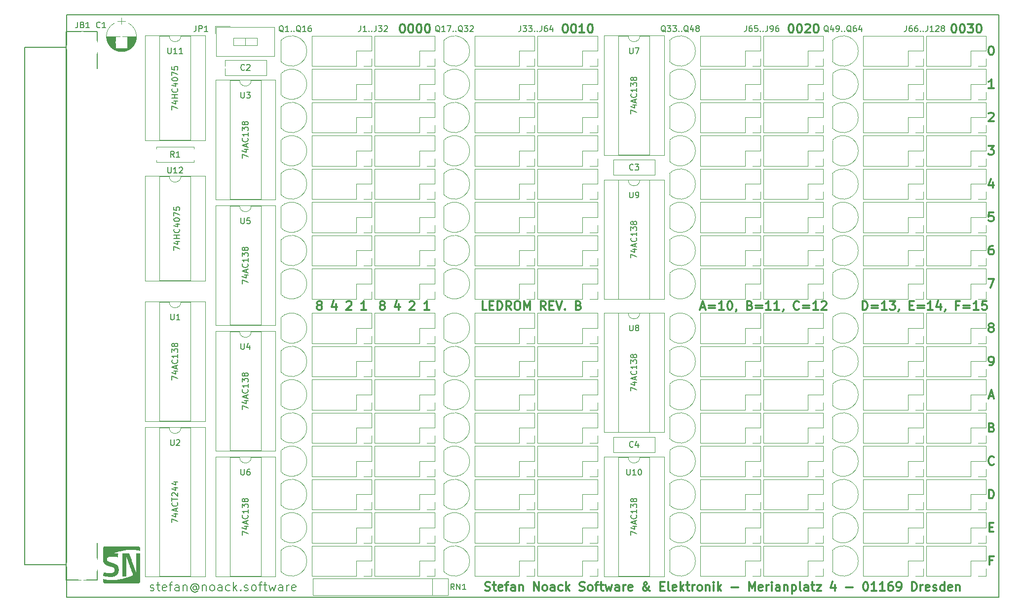
<source format=gbr>
G04 #@! TF.GenerationSoftware,KiCad,Pcbnew,5.0.0*
G04 #@! TF.CreationDate,2018-09-20T13:28:18+02:00*
G04 #@! TF.ProjectId,ledrom,6C6564726F6D2E6B696361645F706362,rev?*
G04 #@! TF.SameCoordinates,PX47c1240PY2faf080*
G04 #@! TF.FileFunction,Legend,Top*
G04 #@! TF.FilePolarity,Positive*
%FSLAX46Y46*%
G04 Gerber Fmt 4.6, Leading zero omitted, Abs format (unit mm)*
G04 Created by KiCad (PCBNEW 5.0.0) date Thu Sep 20 13:28:18 2018*
%MOMM*%
%LPD*%
G01*
G04 APERTURE LIST*
%ADD10C,0.300000*%
%ADD11C,0.200000*%
%ADD12C,0.150000*%
%ADD13C,0.120000*%
%ADD14C,0.010000*%
%ADD15R,1.900000X1.300000*%
%ADD16O,1.900000X1.300000*%
%ADD17R,2.000000X2.000000*%
%ADD18O,2.000000X2.000000*%
%ADD19C,2.000000*%
%ADD20C,1.901140*%
%ADD21C,5.400000*%
%ADD22R,2.100000X2.100000*%
%ADD23O,2.100000X2.100000*%
G04 APERTURE END LIST*
D10*
X158866785Y-93707857D02*
X158366785Y-93707857D01*
X158366785Y-94493571D02*
X158366785Y-92993571D01*
X159081071Y-92993571D01*
X158331071Y-87992857D02*
X158831071Y-87992857D01*
X159045357Y-88778571D02*
X158331071Y-88778571D01*
X158331071Y-87278571D01*
X159045357Y-87278571D01*
X158259642Y-83063571D02*
X158259642Y-81563571D01*
X158616785Y-81563571D01*
X158831071Y-81635000D01*
X158973928Y-81777857D01*
X159045357Y-81920714D01*
X159116785Y-82206428D01*
X159116785Y-82420714D01*
X159045357Y-82706428D01*
X158973928Y-82849285D01*
X158831071Y-82992142D01*
X158616785Y-83063571D01*
X158259642Y-83063571D01*
X159116785Y-77205714D02*
X159045357Y-77277142D01*
X158831071Y-77348571D01*
X158688214Y-77348571D01*
X158473928Y-77277142D01*
X158331071Y-77134285D01*
X158259642Y-76991428D01*
X158188214Y-76705714D01*
X158188214Y-76491428D01*
X158259642Y-76205714D01*
X158331071Y-76062857D01*
X158473928Y-75920000D01*
X158688214Y-75848571D01*
X158831071Y-75848571D01*
X159045357Y-75920000D01*
X159116785Y-75991428D01*
X158759642Y-70847857D02*
X158973928Y-70919285D01*
X159045357Y-70990714D01*
X159116785Y-71133571D01*
X159116785Y-71347857D01*
X159045357Y-71490714D01*
X158973928Y-71562142D01*
X158831071Y-71633571D01*
X158259642Y-71633571D01*
X158259642Y-70133571D01*
X158759642Y-70133571D01*
X158902500Y-70205000D01*
X158973928Y-70276428D01*
X159045357Y-70419285D01*
X159045357Y-70562142D01*
X158973928Y-70705000D01*
X158902500Y-70776428D01*
X158759642Y-70847857D01*
X158259642Y-70847857D01*
X158295357Y-65490000D02*
X159009642Y-65490000D01*
X158152500Y-65918571D02*
X158652500Y-64418571D01*
X159152500Y-65918571D01*
X158366785Y-60203571D02*
X158652500Y-60203571D01*
X158795357Y-60132142D01*
X158866785Y-60060714D01*
X159009642Y-59846428D01*
X159081071Y-59560714D01*
X159081071Y-58989285D01*
X159009642Y-58846428D01*
X158938214Y-58775000D01*
X158795357Y-58703571D01*
X158509642Y-58703571D01*
X158366785Y-58775000D01*
X158295357Y-58846428D01*
X158223928Y-58989285D01*
X158223928Y-59346428D01*
X158295357Y-59489285D01*
X158366785Y-59560714D01*
X158509642Y-59632142D01*
X158795357Y-59632142D01*
X158938214Y-59560714D01*
X159009642Y-59489285D01*
X159081071Y-59346428D01*
X158509642Y-53631428D02*
X158366785Y-53560000D01*
X158295357Y-53488571D01*
X158223928Y-53345714D01*
X158223928Y-53274285D01*
X158295357Y-53131428D01*
X158366785Y-53060000D01*
X158509642Y-52988571D01*
X158795357Y-52988571D01*
X158938214Y-53060000D01*
X159009642Y-53131428D01*
X159081071Y-53274285D01*
X159081071Y-53345714D01*
X159009642Y-53488571D01*
X158938214Y-53560000D01*
X158795357Y-53631428D01*
X158509642Y-53631428D01*
X158366785Y-53702857D01*
X158295357Y-53774285D01*
X158223928Y-53917142D01*
X158223928Y-54202857D01*
X158295357Y-54345714D01*
X158366785Y-54417142D01*
X158509642Y-54488571D01*
X158795357Y-54488571D01*
X158938214Y-54417142D01*
X159009642Y-54345714D01*
X159081071Y-54202857D01*
X159081071Y-53917142D01*
X159009642Y-53774285D01*
X158938214Y-53702857D01*
X158795357Y-53631428D01*
X158152500Y-45368571D02*
X159152500Y-45368571D01*
X158509642Y-46868571D01*
X158938214Y-39653571D02*
X158652500Y-39653571D01*
X158509642Y-39725000D01*
X158438214Y-39796428D01*
X158295357Y-40010714D01*
X158223928Y-40296428D01*
X158223928Y-40867857D01*
X158295357Y-41010714D01*
X158366785Y-41082142D01*
X158509642Y-41153571D01*
X158795357Y-41153571D01*
X158938214Y-41082142D01*
X159009642Y-41010714D01*
X159081071Y-40867857D01*
X159081071Y-40510714D01*
X159009642Y-40367857D01*
X158938214Y-40296428D01*
X158795357Y-40225000D01*
X158509642Y-40225000D01*
X158366785Y-40296428D01*
X158295357Y-40367857D01*
X158223928Y-40510714D01*
X159009642Y-33938571D02*
X158295357Y-33938571D01*
X158223928Y-34652857D01*
X158295357Y-34581428D01*
X158438214Y-34510000D01*
X158795357Y-34510000D01*
X158938214Y-34581428D01*
X159009642Y-34652857D01*
X159081071Y-34795714D01*
X159081071Y-35152857D01*
X159009642Y-35295714D01*
X158938214Y-35367142D01*
X158795357Y-35438571D01*
X158438214Y-35438571D01*
X158295357Y-35367142D01*
X158223928Y-35295714D01*
X158938214Y-28723571D02*
X158938214Y-29723571D01*
X158581071Y-28152142D02*
X158223928Y-29223571D01*
X159152500Y-29223571D01*
X158152500Y-22508571D02*
X159081071Y-22508571D01*
X158581071Y-23080000D01*
X158795357Y-23080000D01*
X158938214Y-23151428D01*
X159009642Y-23222857D01*
X159081071Y-23365714D01*
X159081071Y-23722857D01*
X159009642Y-23865714D01*
X158938214Y-23937142D01*
X158795357Y-24008571D01*
X158366785Y-24008571D01*
X158223928Y-23937142D01*
X158152500Y-23865714D01*
X158223928Y-16936428D02*
X158295357Y-16865000D01*
X158438214Y-16793571D01*
X158795357Y-16793571D01*
X158938214Y-16865000D01*
X159009642Y-16936428D01*
X159081071Y-17079285D01*
X159081071Y-17222142D01*
X159009642Y-17436428D01*
X158152500Y-18293571D01*
X159081071Y-18293571D01*
X159081071Y-12578571D02*
X158223928Y-12578571D01*
X158652500Y-12578571D02*
X158652500Y-11078571D01*
X158509642Y-11292857D01*
X158366785Y-11435714D01*
X158223928Y-11507142D01*
X158581071Y-5363571D02*
X158723928Y-5363571D01*
X158866785Y-5435000D01*
X158938214Y-5506428D01*
X159009642Y-5649285D01*
X159081071Y-5935000D01*
X159081071Y-6292142D01*
X159009642Y-6577857D01*
X158938214Y-6720714D01*
X158866785Y-6792142D01*
X158723928Y-6863571D01*
X158581071Y-6863571D01*
X158438214Y-6792142D01*
X158366785Y-6720714D01*
X158295357Y-6577857D01*
X158223928Y-6292142D01*
X158223928Y-5935000D01*
X158295357Y-5649285D01*
X158366785Y-5506428D01*
X158438214Y-5435000D01*
X158581071Y-5363571D01*
X152187857Y-1553571D02*
X152330714Y-1553571D01*
X152473571Y-1625000D01*
X152545000Y-1696428D01*
X152616428Y-1839285D01*
X152687857Y-2125000D01*
X152687857Y-2482142D01*
X152616428Y-2767857D01*
X152545000Y-2910714D01*
X152473571Y-2982142D01*
X152330714Y-3053571D01*
X152187857Y-3053571D01*
X152045000Y-2982142D01*
X151973571Y-2910714D01*
X151902142Y-2767857D01*
X151830714Y-2482142D01*
X151830714Y-2125000D01*
X151902142Y-1839285D01*
X151973571Y-1696428D01*
X152045000Y-1625000D01*
X152187857Y-1553571D01*
X153616428Y-1553571D02*
X153759285Y-1553571D01*
X153902142Y-1625000D01*
X153973571Y-1696428D01*
X154045000Y-1839285D01*
X154116428Y-2125000D01*
X154116428Y-2482142D01*
X154045000Y-2767857D01*
X153973571Y-2910714D01*
X153902142Y-2982142D01*
X153759285Y-3053571D01*
X153616428Y-3053571D01*
X153473571Y-2982142D01*
X153402142Y-2910714D01*
X153330714Y-2767857D01*
X153259285Y-2482142D01*
X153259285Y-2125000D01*
X153330714Y-1839285D01*
X153402142Y-1696428D01*
X153473571Y-1625000D01*
X153616428Y-1553571D01*
X154616428Y-1553571D02*
X155545000Y-1553571D01*
X155045000Y-2125000D01*
X155259285Y-2125000D01*
X155402142Y-2196428D01*
X155473571Y-2267857D01*
X155545000Y-2410714D01*
X155545000Y-2767857D01*
X155473571Y-2910714D01*
X155402142Y-2982142D01*
X155259285Y-3053571D01*
X154830714Y-3053571D01*
X154687857Y-2982142D01*
X154616428Y-2910714D01*
X156473571Y-1553571D02*
X156616428Y-1553571D01*
X156759285Y-1625000D01*
X156830714Y-1696428D01*
X156902142Y-1839285D01*
X156973571Y-2125000D01*
X156973571Y-2482142D01*
X156902142Y-2767857D01*
X156830714Y-2910714D01*
X156759285Y-2982142D01*
X156616428Y-3053571D01*
X156473571Y-3053571D01*
X156330714Y-2982142D01*
X156259285Y-2910714D01*
X156187857Y-2767857D01*
X156116428Y-2482142D01*
X156116428Y-2125000D01*
X156187857Y-1839285D01*
X156259285Y-1696428D01*
X156330714Y-1625000D01*
X156473571Y-1553571D01*
X124247857Y-1553571D02*
X124390714Y-1553571D01*
X124533571Y-1625000D01*
X124605000Y-1696428D01*
X124676428Y-1839285D01*
X124747857Y-2125000D01*
X124747857Y-2482142D01*
X124676428Y-2767857D01*
X124605000Y-2910714D01*
X124533571Y-2982142D01*
X124390714Y-3053571D01*
X124247857Y-3053571D01*
X124105000Y-2982142D01*
X124033571Y-2910714D01*
X123962142Y-2767857D01*
X123890714Y-2482142D01*
X123890714Y-2125000D01*
X123962142Y-1839285D01*
X124033571Y-1696428D01*
X124105000Y-1625000D01*
X124247857Y-1553571D01*
X125676428Y-1553571D02*
X125819285Y-1553571D01*
X125962142Y-1625000D01*
X126033571Y-1696428D01*
X126105000Y-1839285D01*
X126176428Y-2125000D01*
X126176428Y-2482142D01*
X126105000Y-2767857D01*
X126033571Y-2910714D01*
X125962142Y-2982142D01*
X125819285Y-3053571D01*
X125676428Y-3053571D01*
X125533571Y-2982142D01*
X125462142Y-2910714D01*
X125390714Y-2767857D01*
X125319285Y-2482142D01*
X125319285Y-2125000D01*
X125390714Y-1839285D01*
X125462142Y-1696428D01*
X125533571Y-1625000D01*
X125676428Y-1553571D01*
X126747857Y-1696428D02*
X126819285Y-1625000D01*
X126962142Y-1553571D01*
X127319285Y-1553571D01*
X127462142Y-1625000D01*
X127533571Y-1696428D01*
X127605000Y-1839285D01*
X127605000Y-1982142D01*
X127533571Y-2196428D01*
X126676428Y-3053571D01*
X127605000Y-3053571D01*
X128533571Y-1553571D02*
X128676428Y-1553571D01*
X128819285Y-1625000D01*
X128890714Y-1696428D01*
X128962142Y-1839285D01*
X129033571Y-2125000D01*
X129033571Y-2482142D01*
X128962142Y-2767857D01*
X128890714Y-2910714D01*
X128819285Y-2982142D01*
X128676428Y-3053571D01*
X128533571Y-3053571D01*
X128390714Y-2982142D01*
X128319285Y-2910714D01*
X128247857Y-2767857D01*
X128176428Y-2482142D01*
X128176428Y-2125000D01*
X128247857Y-1839285D01*
X128319285Y-1696428D01*
X128390714Y-1625000D01*
X128533571Y-1553571D01*
X85512857Y-1553571D02*
X85655714Y-1553571D01*
X85798571Y-1625000D01*
X85870000Y-1696428D01*
X85941428Y-1839285D01*
X86012857Y-2125000D01*
X86012857Y-2482142D01*
X85941428Y-2767857D01*
X85870000Y-2910714D01*
X85798571Y-2982142D01*
X85655714Y-3053571D01*
X85512857Y-3053571D01*
X85370000Y-2982142D01*
X85298571Y-2910714D01*
X85227142Y-2767857D01*
X85155714Y-2482142D01*
X85155714Y-2125000D01*
X85227142Y-1839285D01*
X85298571Y-1696428D01*
X85370000Y-1625000D01*
X85512857Y-1553571D01*
X86941428Y-1553571D02*
X87084285Y-1553571D01*
X87227142Y-1625000D01*
X87298571Y-1696428D01*
X87370000Y-1839285D01*
X87441428Y-2125000D01*
X87441428Y-2482142D01*
X87370000Y-2767857D01*
X87298571Y-2910714D01*
X87227142Y-2982142D01*
X87084285Y-3053571D01*
X86941428Y-3053571D01*
X86798571Y-2982142D01*
X86727142Y-2910714D01*
X86655714Y-2767857D01*
X86584285Y-2482142D01*
X86584285Y-2125000D01*
X86655714Y-1839285D01*
X86727142Y-1696428D01*
X86798571Y-1625000D01*
X86941428Y-1553571D01*
X88870000Y-3053571D02*
X88012857Y-3053571D01*
X88441428Y-3053571D02*
X88441428Y-1553571D01*
X88298571Y-1767857D01*
X88155714Y-1910714D01*
X88012857Y-1982142D01*
X89798571Y-1553571D02*
X89941428Y-1553571D01*
X90084285Y-1625000D01*
X90155714Y-1696428D01*
X90227142Y-1839285D01*
X90298571Y-2125000D01*
X90298571Y-2482142D01*
X90227142Y-2767857D01*
X90155714Y-2910714D01*
X90084285Y-2982142D01*
X89941428Y-3053571D01*
X89798571Y-3053571D01*
X89655714Y-2982142D01*
X89584285Y-2910714D01*
X89512857Y-2767857D01*
X89441428Y-2482142D01*
X89441428Y-2125000D01*
X89512857Y-1839285D01*
X89584285Y-1696428D01*
X89655714Y-1625000D01*
X89798571Y-1553571D01*
X57572857Y-1553571D02*
X57715714Y-1553571D01*
X57858571Y-1625000D01*
X57930000Y-1696428D01*
X58001428Y-1839285D01*
X58072857Y-2125000D01*
X58072857Y-2482142D01*
X58001428Y-2767857D01*
X57930000Y-2910714D01*
X57858571Y-2982142D01*
X57715714Y-3053571D01*
X57572857Y-3053571D01*
X57430000Y-2982142D01*
X57358571Y-2910714D01*
X57287142Y-2767857D01*
X57215714Y-2482142D01*
X57215714Y-2125000D01*
X57287142Y-1839285D01*
X57358571Y-1696428D01*
X57430000Y-1625000D01*
X57572857Y-1553571D01*
X59001428Y-1553571D02*
X59144285Y-1553571D01*
X59287142Y-1625000D01*
X59358571Y-1696428D01*
X59430000Y-1839285D01*
X59501428Y-2125000D01*
X59501428Y-2482142D01*
X59430000Y-2767857D01*
X59358571Y-2910714D01*
X59287142Y-2982142D01*
X59144285Y-3053571D01*
X59001428Y-3053571D01*
X58858571Y-2982142D01*
X58787142Y-2910714D01*
X58715714Y-2767857D01*
X58644285Y-2482142D01*
X58644285Y-2125000D01*
X58715714Y-1839285D01*
X58787142Y-1696428D01*
X58858571Y-1625000D01*
X59001428Y-1553571D01*
X60430000Y-1553571D02*
X60572857Y-1553571D01*
X60715714Y-1625000D01*
X60787142Y-1696428D01*
X60858571Y-1839285D01*
X60930000Y-2125000D01*
X60930000Y-2482142D01*
X60858571Y-2767857D01*
X60787142Y-2910714D01*
X60715714Y-2982142D01*
X60572857Y-3053571D01*
X60430000Y-3053571D01*
X60287142Y-2982142D01*
X60215714Y-2910714D01*
X60144285Y-2767857D01*
X60072857Y-2482142D01*
X60072857Y-2125000D01*
X60144285Y-1839285D01*
X60215714Y-1696428D01*
X60287142Y-1625000D01*
X60430000Y-1553571D01*
X61858571Y-1553571D02*
X62001428Y-1553571D01*
X62144285Y-1625000D01*
X62215714Y-1696428D01*
X62287142Y-1839285D01*
X62358571Y-2125000D01*
X62358571Y-2482142D01*
X62287142Y-2767857D01*
X62215714Y-2910714D01*
X62144285Y-2982142D01*
X62001428Y-3053571D01*
X61858571Y-3053571D01*
X61715714Y-2982142D01*
X61644285Y-2910714D01*
X61572857Y-2767857D01*
X61501428Y-2482142D01*
X61501428Y-2125000D01*
X61572857Y-1839285D01*
X61644285Y-1696428D01*
X61715714Y-1625000D01*
X61858571Y-1553571D01*
X136579642Y-50678571D02*
X136579642Y-49178571D01*
X136936785Y-49178571D01*
X137151071Y-49250000D01*
X137293928Y-49392857D01*
X137365357Y-49535714D01*
X137436785Y-49821428D01*
X137436785Y-50035714D01*
X137365357Y-50321428D01*
X137293928Y-50464285D01*
X137151071Y-50607142D01*
X136936785Y-50678571D01*
X136579642Y-50678571D01*
X138079642Y-49892857D02*
X139222500Y-49892857D01*
X139222500Y-50321428D02*
X138079642Y-50321428D01*
X140722500Y-50678571D02*
X139865357Y-50678571D01*
X140293928Y-50678571D02*
X140293928Y-49178571D01*
X140151071Y-49392857D01*
X140008214Y-49535714D01*
X139865357Y-49607142D01*
X141222500Y-49178571D02*
X142151071Y-49178571D01*
X141651071Y-49750000D01*
X141865357Y-49750000D01*
X142008214Y-49821428D01*
X142079642Y-49892857D01*
X142151071Y-50035714D01*
X142151071Y-50392857D01*
X142079642Y-50535714D01*
X142008214Y-50607142D01*
X141865357Y-50678571D01*
X141436785Y-50678571D01*
X141293928Y-50607142D01*
X141222500Y-50535714D01*
X142865357Y-50607142D02*
X142865357Y-50678571D01*
X142793928Y-50821428D01*
X142722500Y-50892857D01*
X144651071Y-49892857D02*
X145151071Y-49892857D01*
X145365357Y-50678571D02*
X144651071Y-50678571D01*
X144651071Y-49178571D01*
X145365357Y-49178571D01*
X146008214Y-49892857D02*
X147151071Y-49892857D01*
X147151071Y-50321428D02*
X146008214Y-50321428D01*
X148651071Y-50678571D02*
X147793928Y-50678571D01*
X148222500Y-50678571D02*
X148222500Y-49178571D01*
X148079642Y-49392857D01*
X147936785Y-49535714D01*
X147793928Y-49607142D01*
X149936785Y-49678571D02*
X149936785Y-50678571D01*
X149579642Y-49107142D02*
X149222500Y-50178571D01*
X150151071Y-50178571D01*
X150793928Y-50607142D02*
X150793928Y-50678571D01*
X150722500Y-50821428D01*
X150651071Y-50892857D01*
X153079642Y-49892857D02*
X152579642Y-49892857D01*
X152579642Y-50678571D02*
X152579642Y-49178571D01*
X153293928Y-49178571D01*
X153865357Y-49892857D02*
X155008214Y-49892857D01*
X155008214Y-50321428D02*
X153865357Y-50321428D01*
X156508214Y-50678571D02*
X155651071Y-50678571D01*
X156079642Y-50678571D02*
X156079642Y-49178571D01*
X155936785Y-49392857D01*
X155793928Y-49535714D01*
X155651071Y-49607142D01*
X157865357Y-49178571D02*
X157151071Y-49178571D01*
X157079642Y-49892857D01*
X157151071Y-49821428D01*
X157293928Y-49750000D01*
X157651071Y-49750000D01*
X157793928Y-49821428D01*
X157865357Y-49892857D01*
X157936785Y-50035714D01*
X157936785Y-50392857D01*
X157865357Y-50535714D01*
X157793928Y-50607142D01*
X157651071Y-50678571D01*
X157293928Y-50678571D01*
X157151071Y-50607142D01*
X157079642Y-50535714D01*
X108814285Y-50250000D02*
X109528571Y-50250000D01*
X108671428Y-50678571D02*
X109171428Y-49178571D01*
X109671428Y-50678571D01*
X110171428Y-49892857D02*
X111314285Y-49892857D01*
X111314285Y-50321428D02*
X110171428Y-50321428D01*
X112814285Y-50678571D02*
X111957142Y-50678571D01*
X112385714Y-50678571D02*
X112385714Y-49178571D01*
X112242857Y-49392857D01*
X112100000Y-49535714D01*
X111957142Y-49607142D01*
X113742857Y-49178571D02*
X113885714Y-49178571D01*
X114028571Y-49250000D01*
X114100000Y-49321428D01*
X114171428Y-49464285D01*
X114242857Y-49750000D01*
X114242857Y-50107142D01*
X114171428Y-50392857D01*
X114100000Y-50535714D01*
X114028571Y-50607142D01*
X113885714Y-50678571D01*
X113742857Y-50678571D01*
X113600000Y-50607142D01*
X113528571Y-50535714D01*
X113457142Y-50392857D01*
X113385714Y-50107142D01*
X113385714Y-49750000D01*
X113457142Y-49464285D01*
X113528571Y-49321428D01*
X113600000Y-49250000D01*
X113742857Y-49178571D01*
X114957142Y-50607142D02*
X114957142Y-50678571D01*
X114885714Y-50821428D01*
X114814285Y-50892857D01*
X117242857Y-49892857D02*
X117457142Y-49964285D01*
X117528571Y-50035714D01*
X117600000Y-50178571D01*
X117600000Y-50392857D01*
X117528571Y-50535714D01*
X117457142Y-50607142D01*
X117314285Y-50678571D01*
X116742857Y-50678571D01*
X116742857Y-49178571D01*
X117242857Y-49178571D01*
X117385714Y-49250000D01*
X117457142Y-49321428D01*
X117528571Y-49464285D01*
X117528571Y-49607142D01*
X117457142Y-49750000D01*
X117385714Y-49821428D01*
X117242857Y-49892857D01*
X116742857Y-49892857D01*
X118242857Y-49892857D02*
X119385714Y-49892857D01*
X119385714Y-50321428D02*
X118242857Y-50321428D01*
X120885714Y-50678571D02*
X120028571Y-50678571D01*
X120457142Y-50678571D02*
X120457142Y-49178571D01*
X120314285Y-49392857D01*
X120171428Y-49535714D01*
X120028571Y-49607142D01*
X122314285Y-50678571D02*
X121457142Y-50678571D01*
X121885714Y-50678571D02*
X121885714Y-49178571D01*
X121742857Y-49392857D01*
X121600000Y-49535714D01*
X121457142Y-49607142D01*
X123028571Y-50607142D02*
X123028571Y-50678571D01*
X122957142Y-50821428D01*
X122885714Y-50892857D01*
X125671428Y-50535714D02*
X125600000Y-50607142D01*
X125385714Y-50678571D01*
X125242857Y-50678571D01*
X125028571Y-50607142D01*
X124885714Y-50464285D01*
X124814285Y-50321428D01*
X124742857Y-50035714D01*
X124742857Y-49821428D01*
X124814285Y-49535714D01*
X124885714Y-49392857D01*
X125028571Y-49250000D01*
X125242857Y-49178571D01*
X125385714Y-49178571D01*
X125600000Y-49250000D01*
X125671428Y-49321428D01*
X126314285Y-49892857D02*
X127457142Y-49892857D01*
X127457142Y-50321428D02*
X126314285Y-50321428D01*
X128957142Y-50678571D02*
X128100000Y-50678571D01*
X128528571Y-50678571D02*
X128528571Y-49178571D01*
X128385714Y-49392857D01*
X128242857Y-49535714D01*
X128100000Y-49607142D01*
X129528571Y-49321428D02*
X129600000Y-49250000D01*
X129742857Y-49178571D01*
X130100000Y-49178571D01*
X130242857Y-49250000D01*
X130314285Y-49321428D01*
X130385714Y-49464285D01*
X130385714Y-49607142D01*
X130314285Y-49821428D01*
X129457142Y-50678571D01*
X130385714Y-50678571D01*
X43257142Y-49821428D02*
X43114285Y-49750000D01*
X43042857Y-49678571D01*
X42971428Y-49535714D01*
X42971428Y-49464285D01*
X43042857Y-49321428D01*
X43114285Y-49250000D01*
X43257142Y-49178571D01*
X43542857Y-49178571D01*
X43685714Y-49250000D01*
X43757142Y-49321428D01*
X43828571Y-49464285D01*
X43828571Y-49535714D01*
X43757142Y-49678571D01*
X43685714Y-49750000D01*
X43542857Y-49821428D01*
X43257142Y-49821428D01*
X43114285Y-49892857D01*
X43042857Y-49964285D01*
X42971428Y-50107142D01*
X42971428Y-50392857D01*
X43042857Y-50535714D01*
X43114285Y-50607142D01*
X43257142Y-50678571D01*
X43542857Y-50678571D01*
X43685714Y-50607142D01*
X43757142Y-50535714D01*
X43828571Y-50392857D01*
X43828571Y-50107142D01*
X43757142Y-49964285D01*
X43685714Y-49892857D01*
X43542857Y-49821428D01*
X46225714Y-49678571D02*
X46225714Y-50678571D01*
X45868571Y-49107142D02*
X45511428Y-50178571D01*
X46440000Y-50178571D01*
X48051428Y-49321428D02*
X48122857Y-49250000D01*
X48265714Y-49178571D01*
X48622857Y-49178571D01*
X48765714Y-49250000D01*
X48837142Y-49321428D01*
X48908571Y-49464285D01*
X48908571Y-49607142D01*
X48837142Y-49821428D01*
X47980000Y-50678571D01*
X48908571Y-50678571D01*
X51448571Y-50678571D02*
X50591428Y-50678571D01*
X51020000Y-50678571D02*
X51020000Y-49178571D01*
X50877142Y-49392857D01*
X50734285Y-49535714D01*
X50591428Y-49607142D01*
X54052142Y-49821428D02*
X53909285Y-49750000D01*
X53837857Y-49678571D01*
X53766428Y-49535714D01*
X53766428Y-49464285D01*
X53837857Y-49321428D01*
X53909285Y-49250000D01*
X54052142Y-49178571D01*
X54337857Y-49178571D01*
X54480714Y-49250000D01*
X54552142Y-49321428D01*
X54623571Y-49464285D01*
X54623571Y-49535714D01*
X54552142Y-49678571D01*
X54480714Y-49750000D01*
X54337857Y-49821428D01*
X54052142Y-49821428D01*
X53909285Y-49892857D01*
X53837857Y-49964285D01*
X53766428Y-50107142D01*
X53766428Y-50392857D01*
X53837857Y-50535714D01*
X53909285Y-50607142D01*
X54052142Y-50678571D01*
X54337857Y-50678571D01*
X54480714Y-50607142D01*
X54552142Y-50535714D01*
X54623571Y-50392857D01*
X54623571Y-50107142D01*
X54552142Y-49964285D01*
X54480714Y-49892857D01*
X54337857Y-49821428D01*
X57020714Y-49678571D02*
X57020714Y-50678571D01*
X56663571Y-49107142D02*
X56306428Y-50178571D01*
X57235000Y-50178571D01*
X58846428Y-49321428D02*
X58917857Y-49250000D01*
X59060714Y-49178571D01*
X59417857Y-49178571D01*
X59560714Y-49250000D01*
X59632142Y-49321428D01*
X59703571Y-49464285D01*
X59703571Y-49607142D01*
X59632142Y-49821428D01*
X58775000Y-50678571D01*
X59703571Y-50678571D01*
X62243571Y-50678571D02*
X61386428Y-50678571D01*
X61815000Y-50678571D02*
X61815000Y-49178571D01*
X61672142Y-49392857D01*
X61529285Y-49535714D01*
X61386428Y-49607142D01*
X72081428Y-50678571D02*
X71367142Y-50678571D01*
X71367142Y-49178571D01*
X72581428Y-49892857D02*
X73081428Y-49892857D01*
X73295714Y-50678571D02*
X72581428Y-50678571D01*
X72581428Y-49178571D01*
X73295714Y-49178571D01*
X73938571Y-50678571D02*
X73938571Y-49178571D01*
X74295714Y-49178571D01*
X74510000Y-49250000D01*
X74652857Y-49392857D01*
X74724285Y-49535714D01*
X74795714Y-49821428D01*
X74795714Y-50035714D01*
X74724285Y-50321428D01*
X74652857Y-50464285D01*
X74510000Y-50607142D01*
X74295714Y-50678571D01*
X73938571Y-50678571D01*
X76295714Y-50678571D02*
X75795714Y-49964285D01*
X75438571Y-50678571D02*
X75438571Y-49178571D01*
X76010000Y-49178571D01*
X76152857Y-49250000D01*
X76224285Y-49321428D01*
X76295714Y-49464285D01*
X76295714Y-49678571D01*
X76224285Y-49821428D01*
X76152857Y-49892857D01*
X76010000Y-49964285D01*
X75438571Y-49964285D01*
X77224285Y-49178571D02*
X77510000Y-49178571D01*
X77652857Y-49250000D01*
X77795714Y-49392857D01*
X77867142Y-49678571D01*
X77867142Y-50178571D01*
X77795714Y-50464285D01*
X77652857Y-50607142D01*
X77510000Y-50678571D01*
X77224285Y-50678571D01*
X77081428Y-50607142D01*
X76938571Y-50464285D01*
X76867142Y-50178571D01*
X76867142Y-49678571D01*
X76938571Y-49392857D01*
X77081428Y-49250000D01*
X77224285Y-49178571D01*
X78510000Y-50678571D02*
X78510000Y-49178571D01*
X79010000Y-50250000D01*
X79510000Y-49178571D01*
X79510000Y-50678571D01*
X82224285Y-50678571D02*
X81724285Y-49964285D01*
X81367142Y-50678571D02*
X81367142Y-49178571D01*
X81938571Y-49178571D01*
X82081428Y-49250000D01*
X82152857Y-49321428D01*
X82224285Y-49464285D01*
X82224285Y-49678571D01*
X82152857Y-49821428D01*
X82081428Y-49892857D01*
X81938571Y-49964285D01*
X81367142Y-49964285D01*
X82867142Y-49892857D02*
X83367142Y-49892857D01*
X83581428Y-50678571D02*
X82867142Y-50678571D01*
X82867142Y-49178571D01*
X83581428Y-49178571D01*
X84010000Y-49178571D02*
X84510000Y-50678571D01*
X85010000Y-49178571D01*
X85510000Y-50535714D02*
X85581428Y-50607142D01*
X85510000Y-50678571D01*
X85438571Y-50607142D01*
X85510000Y-50535714D01*
X85510000Y-50678571D01*
X87867142Y-49892857D02*
X88081428Y-49964285D01*
X88152857Y-50035714D01*
X88224285Y-50178571D01*
X88224285Y-50392857D01*
X88152857Y-50535714D01*
X88081428Y-50607142D01*
X87938571Y-50678571D01*
X87367142Y-50678571D01*
X87367142Y-49178571D01*
X87867142Y-49178571D01*
X88010000Y-49250000D01*
X88081428Y-49321428D01*
X88152857Y-49464285D01*
X88152857Y-49607142D01*
X88081428Y-49750000D01*
X88010000Y-49821428D01*
X87867142Y-49892857D01*
X87367142Y-49892857D01*
D11*
X14390000Y-98867142D02*
X14532857Y-98938571D01*
X14818571Y-98938571D01*
X14961428Y-98867142D01*
X15032857Y-98724285D01*
X15032857Y-98652857D01*
X14961428Y-98510000D01*
X14818571Y-98438571D01*
X14604285Y-98438571D01*
X14461428Y-98367142D01*
X14390000Y-98224285D01*
X14390000Y-98152857D01*
X14461428Y-98010000D01*
X14604285Y-97938571D01*
X14818571Y-97938571D01*
X14961428Y-98010000D01*
X15461428Y-97938571D02*
X16032857Y-97938571D01*
X15675714Y-97438571D02*
X15675714Y-98724285D01*
X15747142Y-98867142D01*
X15890000Y-98938571D01*
X16032857Y-98938571D01*
X17104285Y-98867142D02*
X16961428Y-98938571D01*
X16675714Y-98938571D01*
X16532857Y-98867142D01*
X16461428Y-98724285D01*
X16461428Y-98152857D01*
X16532857Y-98010000D01*
X16675714Y-97938571D01*
X16961428Y-97938571D01*
X17104285Y-98010000D01*
X17175714Y-98152857D01*
X17175714Y-98295714D01*
X16461428Y-98438571D01*
X17604285Y-97938571D02*
X18175714Y-97938571D01*
X17818571Y-98938571D02*
X17818571Y-97652857D01*
X17890000Y-97510000D01*
X18032857Y-97438571D01*
X18175714Y-97438571D01*
X19318571Y-98938571D02*
X19318571Y-98152857D01*
X19247142Y-98010000D01*
X19104285Y-97938571D01*
X18818571Y-97938571D01*
X18675714Y-98010000D01*
X19318571Y-98867142D02*
X19175714Y-98938571D01*
X18818571Y-98938571D01*
X18675714Y-98867142D01*
X18604285Y-98724285D01*
X18604285Y-98581428D01*
X18675714Y-98438571D01*
X18818571Y-98367142D01*
X19175714Y-98367142D01*
X19318571Y-98295714D01*
X20032857Y-97938571D02*
X20032857Y-98938571D01*
X20032857Y-98081428D02*
X20104285Y-98010000D01*
X20247142Y-97938571D01*
X20461428Y-97938571D01*
X20604285Y-98010000D01*
X20675714Y-98152857D01*
X20675714Y-98938571D01*
X22318571Y-98224285D02*
X22247142Y-98152857D01*
X22104285Y-98081428D01*
X21961428Y-98081428D01*
X21818571Y-98152857D01*
X21747142Y-98224285D01*
X21675714Y-98367142D01*
X21675714Y-98510000D01*
X21747142Y-98652857D01*
X21818571Y-98724285D01*
X21961428Y-98795714D01*
X22104285Y-98795714D01*
X22247142Y-98724285D01*
X22318571Y-98652857D01*
X22318571Y-98081428D02*
X22318571Y-98652857D01*
X22390000Y-98724285D01*
X22461428Y-98724285D01*
X22604285Y-98652857D01*
X22675714Y-98510000D01*
X22675714Y-98152857D01*
X22532857Y-97938571D01*
X22318571Y-97795714D01*
X22032857Y-97724285D01*
X21747142Y-97795714D01*
X21532857Y-97938571D01*
X21390000Y-98152857D01*
X21318571Y-98438571D01*
X21390000Y-98724285D01*
X21532857Y-98938571D01*
X21747142Y-99081428D01*
X22032857Y-99152857D01*
X22318571Y-99081428D01*
X22532857Y-98938571D01*
X23318571Y-97938571D02*
X23318571Y-98938571D01*
X23318571Y-98081428D02*
X23390000Y-98010000D01*
X23532857Y-97938571D01*
X23747142Y-97938571D01*
X23890000Y-98010000D01*
X23961428Y-98152857D01*
X23961428Y-98938571D01*
X24890000Y-98938571D02*
X24747142Y-98867142D01*
X24675714Y-98795714D01*
X24604285Y-98652857D01*
X24604285Y-98224285D01*
X24675714Y-98081428D01*
X24747142Y-98010000D01*
X24890000Y-97938571D01*
X25104285Y-97938571D01*
X25247142Y-98010000D01*
X25318571Y-98081428D01*
X25390000Y-98224285D01*
X25390000Y-98652857D01*
X25318571Y-98795714D01*
X25247142Y-98867142D01*
X25104285Y-98938571D01*
X24890000Y-98938571D01*
X26675714Y-98938571D02*
X26675714Y-98152857D01*
X26604285Y-98010000D01*
X26461428Y-97938571D01*
X26175714Y-97938571D01*
X26032857Y-98010000D01*
X26675714Y-98867142D02*
X26532857Y-98938571D01*
X26175714Y-98938571D01*
X26032857Y-98867142D01*
X25961428Y-98724285D01*
X25961428Y-98581428D01*
X26032857Y-98438571D01*
X26175714Y-98367142D01*
X26532857Y-98367142D01*
X26675714Y-98295714D01*
X28032857Y-98867142D02*
X27890000Y-98938571D01*
X27604285Y-98938571D01*
X27461428Y-98867142D01*
X27390000Y-98795714D01*
X27318571Y-98652857D01*
X27318571Y-98224285D01*
X27390000Y-98081428D01*
X27461428Y-98010000D01*
X27604285Y-97938571D01*
X27890000Y-97938571D01*
X28032857Y-98010000D01*
X28675714Y-98938571D02*
X28675714Y-97438571D01*
X28818571Y-98367142D02*
X29247142Y-98938571D01*
X29247142Y-97938571D02*
X28675714Y-98510000D01*
X29890000Y-98795714D02*
X29961428Y-98867142D01*
X29890000Y-98938571D01*
X29818571Y-98867142D01*
X29890000Y-98795714D01*
X29890000Y-98938571D01*
X30532857Y-98867142D02*
X30675714Y-98938571D01*
X30961428Y-98938571D01*
X31104285Y-98867142D01*
X31175714Y-98724285D01*
X31175714Y-98652857D01*
X31104285Y-98510000D01*
X30961428Y-98438571D01*
X30747142Y-98438571D01*
X30604285Y-98367142D01*
X30532857Y-98224285D01*
X30532857Y-98152857D01*
X30604285Y-98010000D01*
X30747142Y-97938571D01*
X30961428Y-97938571D01*
X31104285Y-98010000D01*
X32032857Y-98938571D02*
X31890000Y-98867142D01*
X31818571Y-98795714D01*
X31747142Y-98652857D01*
X31747142Y-98224285D01*
X31818571Y-98081428D01*
X31890000Y-98010000D01*
X32032857Y-97938571D01*
X32247142Y-97938571D01*
X32390000Y-98010000D01*
X32461428Y-98081428D01*
X32532857Y-98224285D01*
X32532857Y-98652857D01*
X32461428Y-98795714D01*
X32390000Y-98867142D01*
X32247142Y-98938571D01*
X32032857Y-98938571D01*
X32961428Y-97938571D02*
X33532857Y-97938571D01*
X33175714Y-98938571D02*
X33175714Y-97652857D01*
X33247142Y-97510000D01*
X33390000Y-97438571D01*
X33532857Y-97438571D01*
X33818571Y-97938571D02*
X34390000Y-97938571D01*
X34032857Y-97438571D02*
X34032857Y-98724285D01*
X34104285Y-98867142D01*
X34247142Y-98938571D01*
X34390000Y-98938571D01*
X34747142Y-97938571D02*
X35032857Y-98938571D01*
X35318571Y-98224285D01*
X35604285Y-98938571D01*
X35890000Y-97938571D01*
X37104285Y-98938571D02*
X37104285Y-98152857D01*
X37032857Y-98010000D01*
X36890000Y-97938571D01*
X36604285Y-97938571D01*
X36461428Y-98010000D01*
X37104285Y-98867142D02*
X36961428Y-98938571D01*
X36604285Y-98938571D01*
X36461428Y-98867142D01*
X36390000Y-98724285D01*
X36390000Y-98581428D01*
X36461428Y-98438571D01*
X36604285Y-98367142D01*
X36961428Y-98367142D01*
X37104285Y-98295714D01*
X37818571Y-98938571D02*
X37818571Y-97938571D01*
X37818571Y-98224285D02*
X37890000Y-98081428D01*
X37961428Y-98010000D01*
X38104285Y-97938571D01*
X38247142Y-97938571D01*
X39318571Y-98867142D02*
X39175714Y-98938571D01*
X38890000Y-98938571D01*
X38747142Y-98867142D01*
X38675714Y-98724285D01*
X38675714Y-98152857D01*
X38747142Y-98010000D01*
X38890000Y-97938571D01*
X39175714Y-97938571D01*
X39318571Y-98010000D01*
X39390000Y-98152857D01*
X39390000Y-98295714D01*
X38675714Y-98438571D01*
D10*
X71820714Y-98867142D02*
X72035000Y-98938571D01*
X72392142Y-98938571D01*
X72535000Y-98867142D01*
X72606428Y-98795714D01*
X72677857Y-98652857D01*
X72677857Y-98510000D01*
X72606428Y-98367142D01*
X72535000Y-98295714D01*
X72392142Y-98224285D01*
X72106428Y-98152857D01*
X71963571Y-98081428D01*
X71892142Y-98010000D01*
X71820714Y-97867142D01*
X71820714Y-97724285D01*
X71892142Y-97581428D01*
X71963571Y-97510000D01*
X72106428Y-97438571D01*
X72463571Y-97438571D01*
X72677857Y-97510000D01*
X73106428Y-97938571D02*
X73677857Y-97938571D01*
X73320714Y-97438571D02*
X73320714Y-98724285D01*
X73392142Y-98867142D01*
X73535000Y-98938571D01*
X73677857Y-98938571D01*
X74749285Y-98867142D02*
X74606428Y-98938571D01*
X74320714Y-98938571D01*
X74177857Y-98867142D01*
X74106428Y-98724285D01*
X74106428Y-98152857D01*
X74177857Y-98010000D01*
X74320714Y-97938571D01*
X74606428Y-97938571D01*
X74749285Y-98010000D01*
X74820714Y-98152857D01*
X74820714Y-98295714D01*
X74106428Y-98438571D01*
X75249285Y-97938571D02*
X75820714Y-97938571D01*
X75463571Y-98938571D02*
X75463571Y-97652857D01*
X75535000Y-97510000D01*
X75677857Y-97438571D01*
X75820714Y-97438571D01*
X76963571Y-98938571D02*
X76963571Y-98152857D01*
X76892142Y-98010000D01*
X76749285Y-97938571D01*
X76463571Y-97938571D01*
X76320714Y-98010000D01*
X76963571Y-98867142D02*
X76820714Y-98938571D01*
X76463571Y-98938571D01*
X76320714Y-98867142D01*
X76249285Y-98724285D01*
X76249285Y-98581428D01*
X76320714Y-98438571D01*
X76463571Y-98367142D01*
X76820714Y-98367142D01*
X76963571Y-98295714D01*
X77677857Y-97938571D02*
X77677857Y-98938571D01*
X77677857Y-98081428D02*
X77749285Y-98010000D01*
X77892142Y-97938571D01*
X78106428Y-97938571D01*
X78249285Y-98010000D01*
X78320714Y-98152857D01*
X78320714Y-98938571D01*
X80177857Y-98938571D02*
X80177857Y-97438571D01*
X81035000Y-98938571D01*
X81035000Y-97438571D01*
X81963571Y-98938571D02*
X81820714Y-98867142D01*
X81749285Y-98795714D01*
X81677857Y-98652857D01*
X81677857Y-98224285D01*
X81749285Y-98081428D01*
X81820714Y-98010000D01*
X81963571Y-97938571D01*
X82177857Y-97938571D01*
X82320714Y-98010000D01*
X82392142Y-98081428D01*
X82463571Y-98224285D01*
X82463571Y-98652857D01*
X82392142Y-98795714D01*
X82320714Y-98867142D01*
X82177857Y-98938571D01*
X81963571Y-98938571D01*
X83749285Y-98938571D02*
X83749285Y-98152857D01*
X83677857Y-98010000D01*
X83535000Y-97938571D01*
X83249285Y-97938571D01*
X83106428Y-98010000D01*
X83749285Y-98867142D02*
X83606428Y-98938571D01*
X83249285Y-98938571D01*
X83106428Y-98867142D01*
X83035000Y-98724285D01*
X83035000Y-98581428D01*
X83106428Y-98438571D01*
X83249285Y-98367142D01*
X83606428Y-98367142D01*
X83749285Y-98295714D01*
X85106428Y-98867142D02*
X84963571Y-98938571D01*
X84677857Y-98938571D01*
X84535000Y-98867142D01*
X84463571Y-98795714D01*
X84392142Y-98652857D01*
X84392142Y-98224285D01*
X84463571Y-98081428D01*
X84535000Y-98010000D01*
X84677857Y-97938571D01*
X84963571Y-97938571D01*
X85106428Y-98010000D01*
X85749285Y-98938571D02*
X85749285Y-97438571D01*
X85892142Y-98367142D02*
X86320714Y-98938571D01*
X86320714Y-97938571D02*
X85749285Y-98510000D01*
X88035000Y-98867142D02*
X88249285Y-98938571D01*
X88606428Y-98938571D01*
X88749285Y-98867142D01*
X88820714Y-98795714D01*
X88892142Y-98652857D01*
X88892142Y-98510000D01*
X88820714Y-98367142D01*
X88749285Y-98295714D01*
X88606428Y-98224285D01*
X88320714Y-98152857D01*
X88177857Y-98081428D01*
X88106428Y-98010000D01*
X88035000Y-97867142D01*
X88035000Y-97724285D01*
X88106428Y-97581428D01*
X88177857Y-97510000D01*
X88320714Y-97438571D01*
X88677857Y-97438571D01*
X88892142Y-97510000D01*
X89749285Y-98938571D02*
X89606428Y-98867142D01*
X89535000Y-98795714D01*
X89463571Y-98652857D01*
X89463571Y-98224285D01*
X89535000Y-98081428D01*
X89606428Y-98010000D01*
X89749285Y-97938571D01*
X89963571Y-97938571D01*
X90106428Y-98010000D01*
X90177857Y-98081428D01*
X90249285Y-98224285D01*
X90249285Y-98652857D01*
X90177857Y-98795714D01*
X90106428Y-98867142D01*
X89963571Y-98938571D01*
X89749285Y-98938571D01*
X90677857Y-97938571D02*
X91249285Y-97938571D01*
X90892142Y-98938571D02*
X90892142Y-97652857D01*
X90963571Y-97510000D01*
X91106428Y-97438571D01*
X91249285Y-97438571D01*
X91535000Y-97938571D02*
X92106428Y-97938571D01*
X91749285Y-97438571D02*
X91749285Y-98724285D01*
X91820714Y-98867142D01*
X91963571Y-98938571D01*
X92106428Y-98938571D01*
X92463571Y-97938571D02*
X92749285Y-98938571D01*
X93035000Y-98224285D01*
X93320714Y-98938571D01*
X93606428Y-97938571D01*
X94820714Y-98938571D02*
X94820714Y-98152857D01*
X94749285Y-98010000D01*
X94606428Y-97938571D01*
X94320714Y-97938571D01*
X94177857Y-98010000D01*
X94820714Y-98867142D02*
X94677857Y-98938571D01*
X94320714Y-98938571D01*
X94177857Y-98867142D01*
X94106428Y-98724285D01*
X94106428Y-98581428D01*
X94177857Y-98438571D01*
X94320714Y-98367142D01*
X94677857Y-98367142D01*
X94820714Y-98295714D01*
X95535000Y-98938571D02*
X95535000Y-97938571D01*
X95535000Y-98224285D02*
X95606428Y-98081428D01*
X95677857Y-98010000D01*
X95820714Y-97938571D01*
X95963571Y-97938571D01*
X97035000Y-98867142D02*
X96892142Y-98938571D01*
X96606428Y-98938571D01*
X96463571Y-98867142D01*
X96392142Y-98724285D01*
X96392142Y-98152857D01*
X96463571Y-98010000D01*
X96606428Y-97938571D01*
X96892142Y-97938571D01*
X97035000Y-98010000D01*
X97106428Y-98152857D01*
X97106428Y-98295714D01*
X96392142Y-98438571D01*
X100106428Y-98938571D02*
X100035000Y-98938571D01*
X99892142Y-98867142D01*
X99677857Y-98652857D01*
X99320714Y-98224285D01*
X99177857Y-98010000D01*
X99106428Y-97795714D01*
X99106428Y-97652857D01*
X99177857Y-97510000D01*
X99320714Y-97438571D01*
X99392142Y-97438571D01*
X99535000Y-97510000D01*
X99606428Y-97652857D01*
X99606428Y-97724285D01*
X99535000Y-97867142D01*
X99463571Y-97938571D01*
X99035000Y-98224285D01*
X98963571Y-98295714D01*
X98892142Y-98438571D01*
X98892142Y-98652857D01*
X98963571Y-98795714D01*
X99035000Y-98867142D01*
X99177857Y-98938571D01*
X99392142Y-98938571D01*
X99535000Y-98867142D01*
X99606428Y-98795714D01*
X99820714Y-98510000D01*
X99892142Y-98295714D01*
X99892142Y-98152857D01*
X101892142Y-98152857D02*
X102392142Y-98152857D01*
X102606428Y-98938571D02*
X101892142Y-98938571D01*
X101892142Y-97438571D01*
X102606428Y-97438571D01*
X103463571Y-98938571D02*
X103320714Y-98867142D01*
X103249285Y-98724285D01*
X103249285Y-97438571D01*
X104606428Y-98867142D02*
X104463571Y-98938571D01*
X104177857Y-98938571D01*
X104035000Y-98867142D01*
X103963571Y-98724285D01*
X103963571Y-98152857D01*
X104035000Y-98010000D01*
X104177857Y-97938571D01*
X104463571Y-97938571D01*
X104606428Y-98010000D01*
X104677857Y-98152857D01*
X104677857Y-98295714D01*
X103963571Y-98438571D01*
X105320714Y-98938571D02*
X105320714Y-97438571D01*
X105463571Y-98367142D02*
X105892142Y-98938571D01*
X105892142Y-97938571D02*
X105320714Y-98510000D01*
X106320714Y-97938571D02*
X106892142Y-97938571D01*
X106535000Y-97438571D02*
X106535000Y-98724285D01*
X106606428Y-98867142D01*
X106749285Y-98938571D01*
X106892142Y-98938571D01*
X107392142Y-98938571D02*
X107392142Y-97938571D01*
X107392142Y-98224285D02*
X107463571Y-98081428D01*
X107535000Y-98010000D01*
X107677857Y-97938571D01*
X107820714Y-97938571D01*
X108535000Y-98938571D02*
X108392142Y-98867142D01*
X108320714Y-98795714D01*
X108249285Y-98652857D01*
X108249285Y-98224285D01*
X108320714Y-98081428D01*
X108392142Y-98010000D01*
X108535000Y-97938571D01*
X108749285Y-97938571D01*
X108892142Y-98010000D01*
X108963571Y-98081428D01*
X109035000Y-98224285D01*
X109035000Y-98652857D01*
X108963571Y-98795714D01*
X108892142Y-98867142D01*
X108749285Y-98938571D01*
X108535000Y-98938571D01*
X109677857Y-97938571D02*
X109677857Y-98938571D01*
X109677857Y-98081428D02*
X109749285Y-98010000D01*
X109892142Y-97938571D01*
X110106428Y-97938571D01*
X110249285Y-98010000D01*
X110320714Y-98152857D01*
X110320714Y-98938571D01*
X111035000Y-98938571D02*
X111035000Y-97938571D01*
X111035000Y-97438571D02*
X110963571Y-97510000D01*
X111035000Y-97581428D01*
X111106428Y-97510000D01*
X111035000Y-97438571D01*
X111035000Y-97581428D01*
X111749285Y-98938571D02*
X111749285Y-97438571D01*
X111892142Y-98367142D02*
X112320714Y-98938571D01*
X112320714Y-97938571D02*
X111749285Y-98510000D01*
X114106428Y-98367142D02*
X115249285Y-98367142D01*
X117106428Y-98938571D02*
X117106428Y-97438571D01*
X117606428Y-98510000D01*
X118106428Y-97438571D01*
X118106428Y-98938571D01*
X119392142Y-98867142D02*
X119249285Y-98938571D01*
X118963571Y-98938571D01*
X118820714Y-98867142D01*
X118749285Y-98724285D01*
X118749285Y-98152857D01*
X118820714Y-98010000D01*
X118963571Y-97938571D01*
X119249285Y-97938571D01*
X119392142Y-98010000D01*
X119463571Y-98152857D01*
X119463571Y-98295714D01*
X118749285Y-98438571D01*
X120106428Y-98938571D02*
X120106428Y-97938571D01*
X120106428Y-98224285D02*
X120177857Y-98081428D01*
X120249285Y-98010000D01*
X120392142Y-97938571D01*
X120535000Y-97938571D01*
X121035000Y-98938571D02*
X121035000Y-97938571D01*
X121035000Y-97438571D02*
X120963571Y-97510000D01*
X121035000Y-97581428D01*
X121106428Y-97510000D01*
X121035000Y-97438571D01*
X121035000Y-97581428D01*
X122392142Y-98938571D02*
X122392142Y-98152857D01*
X122320714Y-98010000D01*
X122177857Y-97938571D01*
X121892142Y-97938571D01*
X121749285Y-98010000D01*
X122392142Y-98867142D02*
X122249285Y-98938571D01*
X121892142Y-98938571D01*
X121749285Y-98867142D01*
X121677857Y-98724285D01*
X121677857Y-98581428D01*
X121749285Y-98438571D01*
X121892142Y-98367142D01*
X122249285Y-98367142D01*
X122392142Y-98295714D01*
X123106428Y-97938571D02*
X123106428Y-98938571D01*
X123106428Y-98081428D02*
X123177857Y-98010000D01*
X123320714Y-97938571D01*
X123535000Y-97938571D01*
X123677857Y-98010000D01*
X123749285Y-98152857D01*
X123749285Y-98938571D01*
X124463571Y-97938571D02*
X124463571Y-99438571D01*
X124463571Y-98010000D02*
X124606428Y-97938571D01*
X124892142Y-97938571D01*
X125035000Y-98010000D01*
X125106428Y-98081428D01*
X125177857Y-98224285D01*
X125177857Y-98652857D01*
X125106428Y-98795714D01*
X125035000Y-98867142D01*
X124892142Y-98938571D01*
X124606428Y-98938571D01*
X124463571Y-98867142D01*
X126035000Y-98938571D02*
X125892142Y-98867142D01*
X125820714Y-98724285D01*
X125820714Y-97438571D01*
X127249285Y-98938571D02*
X127249285Y-98152857D01*
X127177857Y-98010000D01*
X127035000Y-97938571D01*
X126749285Y-97938571D01*
X126606428Y-98010000D01*
X127249285Y-98867142D02*
X127106428Y-98938571D01*
X126749285Y-98938571D01*
X126606428Y-98867142D01*
X126535000Y-98724285D01*
X126535000Y-98581428D01*
X126606428Y-98438571D01*
X126749285Y-98367142D01*
X127106428Y-98367142D01*
X127249285Y-98295714D01*
X127749285Y-97938571D02*
X128320714Y-97938571D01*
X127963571Y-97438571D02*
X127963571Y-98724285D01*
X128035000Y-98867142D01*
X128177857Y-98938571D01*
X128320714Y-98938571D01*
X128677857Y-97938571D02*
X129463571Y-97938571D01*
X128677857Y-98938571D01*
X129463571Y-98938571D01*
X131820714Y-97938571D02*
X131820714Y-98938571D01*
X131463571Y-97367142D02*
X131106428Y-98438571D01*
X132035000Y-98438571D01*
X133749285Y-98367142D02*
X134892142Y-98367142D01*
X137035000Y-97438571D02*
X137177857Y-97438571D01*
X137320714Y-97510000D01*
X137392142Y-97581428D01*
X137463571Y-97724285D01*
X137535000Y-98010000D01*
X137535000Y-98367142D01*
X137463571Y-98652857D01*
X137392142Y-98795714D01*
X137320714Y-98867142D01*
X137177857Y-98938571D01*
X137035000Y-98938571D01*
X136892142Y-98867142D01*
X136820714Y-98795714D01*
X136749285Y-98652857D01*
X136677857Y-98367142D01*
X136677857Y-98010000D01*
X136749285Y-97724285D01*
X136820714Y-97581428D01*
X136892142Y-97510000D01*
X137035000Y-97438571D01*
X138963571Y-98938571D02*
X138106428Y-98938571D01*
X138535000Y-98938571D02*
X138535000Y-97438571D01*
X138392142Y-97652857D01*
X138249285Y-97795714D01*
X138106428Y-97867142D01*
X140392142Y-98938571D02*
X139535000Y-98938571D01*
X139963571Y-98938571D02*
X139963571Y-97438571D01*
X139820714Y-97652857D01*
X139677857Y-97795714D01*
X139535000Y-97867142D01*
X141677857Y-97438571D02*
X141392142Y-97438571D01*
X141249285Y-97510000D01*
X141177857Y-97581428D01*
X141035000Y-97795714D01*
X140963571Y-98081428D01*
X140963571Y-98652857D01*
X141035000Y-98795714D01*
X141106428Y-98867142D01*
X141249285Y-98938571D01*
X141535000Y-98938571D01*
X141677857Y-98867142D01*
X141749285Y-98795714D01*
X141820714Y-98652857D01*
X141820714Y-98295714D01*
X141749285Y-98152857D01*
X141677857Y-98081428D01*
X141535000Y-98010000D01*
X141249285Y-98010000D01*
X141106428Y-98081428D01*
X141035000Y-98152857D01*
X140963571Y-98295714D01*
X142535000Y-98938571D02*
X142820714Y-98938571D01*
X142963571Y-98867142D01*
X143035000Y-98795714D01*
X143177857Y-98581428D01*
X143249285Y-98295714D01*
X143249285Y-97724285D01*
X143177857Y-97581428D01*
X143106428Y-97510000D01*
X142963571Y-97438571D01*
X142677857Y-97438571D01*
X142535000Y-97510000D01*
X142463571Y-97581428D01*
X142392142Y-97724285D01*
X142392142Y-98081428D01*
X142463571Y-98224285D01*
X142535000Y-98295714D01*
X142677857Y-98367142D01*
X142963571Y-98367142D01*
X143106428Y-98295714D01*
X143177857Y-98224285D01*
X143249285Y-98081428D01*
X145035000Y-98938571D02*
X145035000Y-97438571D01*
X145392142Y-97438571D01*
X145606428Y-97510000D01*
X145749285Y-97652857D01*
X145820714Y-97795714D01*
X145892142Y-98081428D01*
X145892142Y-98295714D01*
X145820714Y-98581428D01*
X145749285Y-98724285D01*
X145606428Y-98867142D01*
X145392142Y-98938571D01*
X145035000Y-98938571D01*
X146535000Y-98938571D02*
X146535000Y-97938571D01*
X146535000Y-98224285D02*
X146606428Y-98081428D01*
X146677857Y-98010000D01*
X146820714Y-97938571D01*
X146963571Y-97938571D01*
X148035000Y-98867142D02*
X147892142Y-98938571D01*
X147606428Y-98938571D01*
X147463571Y-98867142D01*
X147392142Y-98724285D01*
X147392142Y-98152857D01*
X147463571Y-98010000D01*
X147606428Y-97938571D01*
X147892142Y-97938571D01*
X148035000Y-98010000D01*
X148106428Y-98152857D01*
X148106428Y-98295714D01*
X147392142Y-98438571D01*
X148677857Y-98867142D02*
X148820714Y-98938571D01*
X149106428Y-98938571D01*
X149249285Y-98867142D01*
X149320714Y-98724285D01*
X149320714Y-98652857D01*
X149249285Y-98510000D01*
X149106428Y-98438571D01*
X148892142Y-98438571D01*
X148749285Y-98367142D01*
X148677857Y-98224285D01*
X148677857Y-98152857D01*
X148749285Y-98010000D01*
X148892142Y-97938571D01*
X149106428Y-97938571D01*
X149249285Y-98010000D01*
X150606428Y-98938571D02*
X150606428Y-97438571D01*
X150606428Y-98867142D02*
X150463571Y-98938571D01*
X150177857Y-98938571D01*
X150035000Y-98867142D01*
X149963571Y-98795714D01*
X149892142Y-98652857D01*
X149892142Y-98224285D01*
X149963571Y-98081428D01*
X150035000Y-98010000D01*
X150177857Y-97938571D01*
X150463571Y-97938571D01*
X150606428Y-98010000D01*
X151892142Y-98867142D02*
X151749285Y-98938571D01*
X151463571Y-98938571D01*
X151320714Y-98867142D01*
X151249285Y-98724285D01*
X151249285Y-98152857D01*
X151320714Y-98010000D01*
X151463571Y-97938571D01*
X151749285Y-97938571D01*
X151892142Y-98010000D01*
X151963571Y-98152857D01*
X151963571Y-98295714D01*
X151249285Y-98438571D01*
X152606428Y-97938571D02*
X152606428Y-98938571D01*
X152606428Y-98081428D02*
X152677857Y-98010000D01*
X152820714Y-97938571D01*
X153035000Y-97938571D01*
X153177857Y-98010000D01*
X153249285Y-98152857D01*
X153249285Y-98938571D01*
D12*
X144127261Y-1827380D02*
X144127261Y-2541666D01*
X144079642Y-2684523D01*
X143984404Y-2779761D01*
X143841547Y-2827380D01*
X143746309Y-2827380D01*
X145032023Y-1827380D02*
X144841547Y-1827380D01*
X144746309Y-1875000D01*
X144698690Y-1922619D01*
X144603452Y-2065476D01*
X144555833Y-2255952D01*
X144555833Y-2636904D01*
X144603452Y-2732142D01*
X144651071Y-2779761D01*
X144746309Y-2827380D01*
X144936785Y-2827380D01*
X145032023Y-2779761D01*
X145079642Y-2732142D01*
X145127261Y-2636904D01*
X145127261Y-2398809D01*
X145079642Y-2303571D01*
X145032023Y-2255952D01*
X144936785Y-2208333D01*
X144746309Y-2208333D01*
X144651071Y-2255952D01*
X144603452Y-2303571D01*
X144555833Y-2398809D01*
X145984404Y-1827380D02*
X145793928Y-1827380D01*
X145698690Y-1875000D01*
X145651071Y-1922619D01*
X145555833Y-2065476D01*
X145508214Y-2255952D01*
X145508214Y-2636904D01*
X145555833Y-2732142D01*
X145603452Y-2779761D01*
X145698690Y-2827380D01*
X145889166Y-2827380D01*
X145984404Y-2779761D01*
X146032023Y-2732142D01*
X146079642Y-2636904D01*
X146079642Y-2398809D01*
X146032023Y-2303571D01*
X145984404Y-2255952D01*
X145889166Y-2208333D01*
X145698690Y-2208333D01*
X145603452Y-2255952D01*
X145555833Y-2303571D01*
X145508214Y-2398809D01*
X146508214Y-2732142D02*
X146555833Y-2779761D01*
X146508214Y-2827380D01*
X146460595Y-2779761D01*
X146508214Y-2732142D01*
X146508214Y-2827380D01*
X146984404Y-2732142D02*
X147032023Y-2779761D01*
X146984404Y-2827380D01*
X146936785Y-2779761D01*
X146984404Y-2732142D01*
X146984404Y-2827380D01*
X147746309Y-1827380D02*
X147746309Y-2541666D01*
X147698690Y-2684523D01*
X147603452Y-2779761D01*
X147460595Y-2827380D01*
X147365357Y-2827380D01*
X148746309Y-2827380D02*
X148174880Y-2827380D01*
X148460595Y-2827380D02*
X148460595Y-1827380D01*
X148365357Y-1970238D01*
X148270119Y-2065476D01*
X148174880Y-2113095D01*
X149127261Y-1922619D02*
X149174880Y-1875000D01*
X149270119Y-1827380D01*
X149508214Y-1827380D01*
X149603452Y-1875000D01*
X149651071Y-1922619D01*
X149698690Y-2017857D01*
X149698690Y-2113095D01*
X149651071Y-2255952D01*
X149079642Y-2827380D01*
X149698690Y-2827380D01*
X150270119Y-2255952D02*
X150174880Y-2208333D01*
X150127261Y-2160714D01*
X150079642Y-2065476D01*
X150079642Y-2017857D01*
X150127261Y-1922619D01*
X150174880Y-1875000D01*
X150270119Y-1827380D01*
X150460595Y-1827380D01*
X150555833Y-1875000D01*
X150603452Y-1922619D01*
X150651071Y-2017857D01*
X150651071Y-2065476D01*
X150603452Y-2160714D01*
X150555833Y-2208333D01*
X150460595Y-2255952D01*
X150270119Y-2255952D01*
X150174880Y-2303571D01*
X150127261Y-2351190D01*
X150079642Y-2446428D01*
X150079642Y-2636904D01*
X150127261Y-2732142D01*
X150174880Y-2779761D01*
X150270119Y-2827380D01*
X150460595Y-2827380D01*
X150555833Y-2779761D01*
X150603452Y-2732142D01*
X150651071Y-2636904D01*
X150651071Y-2446428D01*
X150603452Y-2351190D01*
X150555833Y-2303571D01*
X150460595Y-2255952D01*
X130728690Y-2922619D02*
X130633452Y-2875000D01*
X130538214Y-2779761D01*
X130395357Y-2636904D01*
X130300119Y-2589285D01*
X130204880Y-2589285D01*
X130252500Y-2827380D02*
X130157261Y-2779761D01*
X130062023Y-2684523D01*
X130014404Y-2494047D01*
X130014404Y-2160714D01*
X130062023Y-1970238D01*
X130157261Y-1875000D01*
X130252500Y-1827380D01*
X130442976Y-1827380D01*
X130538214Y-1875000D01*
X130633452Y-1970238D01*
X130681071Y-2160714D01*
X130681071Y-2494047D01*
X130633452Y-2684523D01*
X130538214Y-2779761D01*
X130442976Y-2827380D01*
X130252500Y-2827380D01*
X131538214Y-2160714D02*
X131538214Y-2827380D01*
X131300119Y-1779761D02*
X131062023Y-2494047D01*
X131681071Y-2494047D01*
X132109642Y-2827380D02*
X132300119Y-2827380D01*
X132395357Y-2779761D01*
X132442976Y-2732142D01*
X132538214Y-2589285D01*
X132585833Y-2398809D01*
X132585833Y-2017857D01*
X132538214Y-1922619D01*
X132490595Y-1875000D01*
X132395357Y-1827380D01*
X132204880Y-1827380D01*
X132109642Y-1875000D01*
X132062023Y-1922619D01*
X132014404Y-2017857D01*
X132014404Y-2255952D01*
X132062023Y-2351190D01*
X132109642Y-2398809D01*
X132204880Y-2446428D01*
X132395357Y-2446428D01*
X132490595Y-2398809D01*
X132538214Y-2351190D01*
X132585833Y-2255952D01*
X133014404Y-2732142D02*
X133062023Y-2779761D01*
X133014404Y-2827380D01*
X132966785Y-2779761D01*
X133014404Y-2732142D01*
X133014404Y-2827380D01*
X133490595Y-2732142D02*
X133538214Y-2779761D01*
X133490595Y-2827380D01*
X133442976Y-2779761D01*
X133490595Y-2732142D01*
X133490595Y-2827380D01*
X134633452Y-2922619D02*
X134538214Y-2875000D01*
X134442976Y-2779761D01*
X134300119Y-2636904D01*
X134204880Y-2589285D01*
X134109642Y-2589285D01*
X134157261Y-2827380D02*
X134062023Y-2779761D01*
X133966785Y-2684523D01*
X133919166Y-2494047D01*
X133919166Y-2160714D01*
X133966785Y-1970238D01*
X134062023Y-1875000D01*
X134157261Y-1827380D01*
X134347738Y-1827380D01*
X134442976Y-1875000D01*
X134538214Y-1970238D01*
X134585833Y-2160714D01*
X134585833Y-2494047D01*
X134538214Y-2684523D01*
X134442976Y-2779761D01*
X134347738Y-2827380D01*
X134157261Y-2827380D01*
X135442976Y-1827380D02*
X135252500Y-1827380D01*
X135157261Y-1875000D01*
X135109642Y-1922619D01*
X135014404Y-2065476D01*
X134966785Y-2255952D01*
X134966785Y-2636904D01*
X135014404Y-2732142D01*
X135062023Y-2779761D01*
X135157261Y-2827380D01*
X135347738Y-2827380D01*
X135442976Y-2779761D01*
X135490595Y-2732142D01*
X135538214Y-2636904D01*
X135538214Y-2398809D01*
X135490595Y-2303571D01*
X135442976Y-2255952D01*
X135347738Y-2208333D01*
X135157261Y-2208333D01*
X135062023Y-2255952D01*
X135014404Y-2303571D01*
X134966785Y-2398809D01*
X136395357Y-2160714D02*
X136395357Y-2827380D01*
X136157261Y-1779761D02*
X135919166Y-2494047D01*
X136538214Y-2494047D01*
X116663452Y-1827380D02*
X116663452Y-2541666D01*
X116615833Y-2684523D01*
X116520595Y-2779761D01*
X116377738Y-2827380D01*
X116282500Y-2827380D01*
X117568214Y-1827380D02*
X117377738Y-1827380D01*
X117282500Y-1875000D01*
X117234880Y-1922619D01*
X117139642Y-2065476D01*
X117092023Y-2255952D01*
X117092023Y-2636904D01*
X117139642Y-2732142D01*
X117187261Y-2779761D01*
X117282500Y-2827380D01*
X117472976Y-2827380D01*
X117568214Y-2779761D01*
X117615833Y-2732142D01*
X117663452Y-2636904D01*
X117663452Y-2398809D01*
X117615833Y-2303571D01*
X117568214Y-2255952D01*
X117472976Y-2208333D01*
X117282500Y-2208333D01*
X117187261Y-2255952D01*
X117139642Y-2303571D01*
X117092023Y-2398809D01*
X118568214Y-1827380D02*
X118092023Y-1827380D01*
X118044404Y-2303571D01*
X118092023Y-2255952D01*
X118187261Y-2208333D01*
X118425357Y-2208333D01*
X118520595Y-2255952D01*
X118568214Y-2303571D01*
X118615833Y-2398809D01*
X118615833Y-2636904D01*
X118568214Y-2732142D01*
X118520595Y-2779761D01*
X118425357Y-2827380D01*
X118187261Y-2827380D01*
X118092023Y-2779761D01*
X118044404Y-2732142D01*
X119044404Y-2732142D02*
X119092023Y-2779761D01*
X119044404Y-2827380D01*
X118996785Y-2779761D01*
X119044404Y-2732142D01*
X119044404Y-2827380D01*
X119520595Y-2732142D02*
X119568214Y-2779761D01*
X119520595Y-2827380D01*
X119472976Y-2779761D01*
X119520595Y-2732142D01*
X119520595Y-2827380D01*
X120282500Y-1827380D02*
X120282500Y-2541666D01*
X120234880Y-2684523D01*
X120139642Y-2779761D01*
X119996785Y-2827380D01*
X119901547Y-2827380D01*
X120806309Y-2827380D02*
X120996785Y-2827380D01*
X121092023Y-2779761D01*
X121139642Y-2732142D01*
X121234880Y-2589285D01*
X121282500Y-2398809D01*
X121282500Y-2017857D01*
X121234880Y-1922619D01*
X121187261Y-1875000D01*
X121092023Y-1827380D01*
X120901547Y-1827380D01*
X120806309Y-1875000D01*
X120758690Y-1922619D01*
X120711071Y-2017857D01*
X120711071Y-2255952D01*
X120758690Y-2351190D01*
X120806309Y-2398809D01*
X120901547Y-2446428D01*
X121092023Y-2446428D01*
X121187261Y-2398809D01*
X121234880Y-2351190D01*
X121282500Y-2255952D01*
X122139642Y-1827380D02*
X121949166Y-1827380D01*
X121853928Y-1875000D01*
X121806309Y-1922619D01*
X121711071Y-2065476D01*
X121663452Y-2255952D01*
X121663452Y-2636904D01*
X121711071Y-2732142D01*
X121758690Y-2779761D01*
X121853928Y-2827380D01*
X122044404Y-2827380D01*
X122139642Y-2779761D01*
X122187261Y-2732142D01*
X122234880Y-2636904D01*
X122234880Y-2398809D01*
X122187261Y-2303571D01*
X122139642Y-2255952D01*
X122044404Y-2208333D01*
X121853928Y-2208333D01*
X121758690Y-2255952D01*
X121711071Y-2303571D01*
X121663452Y-2398809D01*
X102788690Y-2922619D02*
X102693452Y-2875000D01*
X102598214Y-2779761D01*
X102455357Y-2636904D01*
X102360119Y-2589285D01*
X102264880Y-2589285D01*
X102312500Y-2827380D02*
X102217261Y-2779761D01*
X102122023Y-2684523D01*
X102074404Y-2494047D01*
X102074404Y-2160714D01*
X102122023Y-1970238D01*
X102217261Y-1875000D01*
X102312500Y-1827380D01*
X102502976Y-1827380D01*
X102598214Y-1875000D01*
X102693452Y-1970238D01*
X102741071Y-2160714D01*
X102741071Y-2494047D01*
X102693452Y-2684523D01*
X102598214Y-2779761D01*
X102502976Y-2827380D01*
X102312500Y-2827380D01*
X103074404Y-1827380D02*
X103693452Y-1827380D01*
X103360119Y-2208333D01*
X103502976Y-2208333D01*
X103598214Y-2255952D01*
X103645833Y-2303571D01*
X103693452Y-2398809D01*
X103693452Y-2636904D01*
X103645833Y-2732142D01*
X103598214Y-2779761D01*
X103502976Y-2827380D01*
X103217261Y-2827380D01*
X103122023Y-2779761D01*
X103074404Y-2732142D01*
X104026785Y-1827380D02*
X104645833Y-1827380D01*
X104312500Y-2208333D01*
X104455357Y-2208333D01*
X104550595Y-2255952D01*
X104598214Y-2303571D01*
X104645833Y-2398809D01*
X104645833Y-2636904D01*
X104598214Y-2732142D01*
X104550595Y-2779761D01*
X104455357Y-2827380D01*
X104169642Y-2827380D01*
X104074404Y-2779761D01*
X104026785Y-2732142D01*
X105074404Y-2732142D02*
X105122023Y-2779761D01*
X105074404Y-2827380D01*
X105026785Y-2779761D01*
X105074404Y-2732142D01*
X105074404Y-2827380D01*
X105550595Y-2732142D02*
X105598214Y-2779761D01*
X105550595Y-2827380D01*
X105502976Y-2779761D01*
X105550595Y-2732142D01*
X105550595Y-2827380D01*
X106693452Y-2922619D02*
X106598214Y-2875000D01*
X106502976Y-2779761D01*
X106360119Y-2636904D01*
X106264880Y-2589285D01*
X106169642Y-2589285D01*
X106217261Y-2827380D02*
X106122023Y-2779761D01*
X106026785Y-2684523D01*
X105979166Y-2494047D01*
X105979166Y-2160714D01*
X106026785Y-1970238D01*
X106122023Y-1875000D01*
X106217261Y-1827380D01*
X106407738Y-1827380D01*
X106502976Y-1875000D01*
X106598214Y-1970238D01*
X106645833Y-2160714D01*
X106645833Y-2494047D01*
X106598214Y-2684523D01*
X106502976Y-2779761D01*
X106407738Y-2827380D01*
X106217261Y-2827380D01*
X107502976Y-2160714D02*
X107502976Y-2827380D01*
X107264880Y-1779761D02*
X107026785Y-2494047D01*
X107645833Y-2494047D01*
X108169642Y-2255952D02*
X108074404Y-2208333D01*
X108026785Y-2160714D01*
X107979166Y-2065476D01*
X107979166Y-2017857D01*
X108026785Y-1922619D01*
X108074404Y-1875000D01*
X108169642Y-1827380D01*
X108360119Y-1827380D01*
X108455357Y-1875000D01*
X108502976Y-1922619D01*
X108550595Y-2017857D01*
X108550595Y-2065476D01*
X108502976Y-2160714D01*
X108455357Y-2208333D01*
X108360119Y-2255952D01*
X108169642Y-2255952D01*
X108074404Y-2303571D01*
X108026785Y-2351190D01*
X107979166Y-2446428D01*
X107979166Y-2636904D01*
X108026785Y-2732142D01*
X108074404Y-2779761D01*
X108169642Y-2827380D01*
X108360119Y-2827380D01*
X108455357Y-2779761D01*
X108502976Y-2732142D01*
X108550595Y-2636904D01*
X108550595Y-2446428D01*
X108502976Y-2351190D01*
X108455357Y-2303571D01*
X108360119Y-2255952D01*
X77928452Y-1827380D02*
X77928452Y-2541666D01*
X77880833Y-2684523D01*
X77785595Y-2779761D01*
X77642738Y-2827380D01*
X77547500Y-2827380D01*
X78309404Y-1827380D02*
X78928452Y-1827380D01*
X78595119Y-2208333D01*
X78737976Y-2208333D01*
X78833214Y-2255952D01*
X78880833Y-2303571D01*
X78928452Y-2398809D01*
X78928452Y-2636904D01*
X78880833Y-2732142D01*
X78833214Y-2779761D01*
X78737976Y-2827380D01*
X78452261Y-2827380D01*
X78357023Y-2779761D01*
X78309404Y-2732142D01*
X79261785Y-1827380D02*
X79880833Y-1827380D01*
X79547500Y-2208333D01*
X79690357Y-2208333D01*
X79785595Y-2255952D01*
X79833214Y-2303571D01*
X79880833Y-2398809D01*
X79880833Y-2636904D01*
X79833214Y-2732142D01*
X79785595Y-2779761D01*
X79690357Y-2827380D01*
X79404642Y-2827380D01*
X79309404Y-2779761D01*
X79261785Y-2732142D01*
X80309404Y-2732142D02*
X80357023Y-2779761D01*
X80309404Y-2827380D01*
X80261785Y-2779761D01*
X80309404Y-2732142D01*
X80309404Y-2827380D01*
X80785595Y-2732142D02*
X80833214Y-2779761D01*
X80785595Y-2827380D01*
X80737976Y-2779761D01*
X80785595Y-2732142D01*
X80785595Y-2827380D01*
X81547500Y-1827380D02*
X81547500Y-2541666D01*
X81499880Y-2684523D01*
X81404642Y-2779761D01*
X81261785Y-2827380D01*
X81166547Y-2827380D01*
X82452261Y-1827380D02*
X82261785Y-1827380D01*
X82166547Y-1875000D01*
X82118928Y-1922619D01*
X82023690Y-2065476D01*
X81976071Y-2255952D01*
X81976071Y-2636904D01*
X82023690Y-2732142D01*
X82071309Y-2779761D01*
X82166547Y-2827380D01*
X82357023Y-2827380D01*
X82452261Y-2779761D01*
X82499880Y-2732142D01*
X82547500Y-2636904D01*
X82547500Y-2398809D01*
X82499880Y-2303571D01*
X82452261Y-2255952D01*
X82357023Y-2208333D01*
X82166547Y-2208333D01*
X82071309Y-2255952D01*
X82023690Y-2303571D01*
X81976071Y-2398809D01*
X83404642Y-2160714D02*
X83404642Y-2827380D01*
X83166547Y-1779761D02*
X82928452Y-2494047D01*
X83547500Y-2494047D01*
X64053690Y-2922619D02*
X63958452Y-2875000D01*
X63863214Y-2779761D01*
X63720357Y-2636904D01*
X63625119Y-2589285D01*
X63529880Y-2589285D01*
X63577500Y-2827380D02*
X63482261Y-2779761D01*
X63387023Y-2684523D01*
X63339404Y-2494047D01*
X63339404Y-2160714D01*
X63387023Y-1970238D01*
X63482261Y-1875000D01*
X63577500Y-1827380D01*
X63767976Y-1827380D01*
X63863214Y-1875000D01*
X63958452Y-1970238D01*
X64006071Y-2160714D01*
X64006071Y-2494047D01*
X63958452Y-2684523D01*
X63863214Y-2779761D01*
X63767976Y-2827380D01*
X63577500Y-2827380D01*
X64958452Y-2827380D02*
X64387023Y-2827380D01*
X64672738Y-2827380D02*
X64672738Y-1827380D01*
X64577500Y-1970238D01*
X64482261Y-2065476D01*
X64387023Y-2113095D01*
X65291785Y-1827380D02*
X65958452Y-1827380D01*
X65529880Y-2827380D01*
X66339404Y-2732142D02*
X66387023Y-2779761D01*
X66339404Y-2827380D01*
X66291785Y-2779761D01*
X66339404Y-2732142D01*
X66339404Y-2827380D01*
X66815595Y-2732142D02*
X66863214Y-2779761D01*
X66815595Y-2827380D01*
X66767976Y-2779761D01*
X66815595Y-2732142D01*
X66815595Y-2827380D01*
X67958452Y-2922619D02*
X67863214Y-2875000D01*
X67767976Y-2779761D01*
X67625119Y-2636904D01*
X67529880Y-2589285D01*
X67434642Y-2589285D01*
X67482261Y-2827380D02*
X67387023Y-2779761D01*
X67291785Y-2684523D01*
X67244166Y-2494047D01*
X67244166Y-2160714D01*
X67291785Y-1970238D01*
X67387023Y-1875000D01*
X67482261Y-1827380D01*
X67672738Y-1827380D01*
X67767976Y-1875000D01*
X67863214Y-1970238D01*
X67910833Y-2160714D01*
X67910833Y-2494047D01*
X67863214Y-2684523D01*
X67767976Y-2779761D01*
X67672738Y-2827380D01*
X67482261Y-2827380D01*
X68244166Y-1827380D02*
X68863214Y-1827380D01*
X68529880Y-2208333D01*
X68672738Y-2208333D01*
X68767976Y-2255952D01*
X68815595Y-2303571D01*
X68863214Y-2398809D01*
X68863214Y-2636904D01*
X68815595Y-2732142D01*
X68767976Y-2779761D01*
X68672738Y-2827380D01*
X68387023Y-2827380D01*
X68291785Y-2779761D01*
X68244166Y-2732142D01*
X69244166Y-1922619D02*
X69291785Y-1875000D01*
X69387023Y-1827380D01*
X69625119Y-1827380D01*
X69720357Y-1875000D01*
X69767976Y-1922619D01*
X69815595Y-2017857D01*
X69815595Y-2113095D01*
X69767976Y-2255952D01*
X69196547Y-2827380D01*
X69815595Y-2827380D01*
X37224880Y-2922619D02*
X37129642Y-2875000D01*
X37034404Y-2779761D01*
X36891547Y-2636904D01*
X36796309Y-2589285D01*
X36701071Y-2589285D01*
X36748690Y-2827380D02*
X36653452Y-2779761D01*
X36558214Y-2684523D01*
X36510595Y-2494047D01*
X36510595Y-2160714D01*
X36558214Y-1970238D01*
X36653452Y-1875000D01*
X36748690Y-1827380D01*
X36939166Y-1827380D01*
X37034404Y-1875000D01*
X37129642Y-1970238D01*
X37177261Y-2160714D01*
X37177261Y-2494047D01*
X37129642Y-2684523D01*
X37034404Y-2779761D01*
X36939166Y-2827380D01*
X36748690Y-2827380D01*
X38129642Y-2827380D02*
X37558214Y-2827380D01*
X37843928Y-2827380D02*
X37843928Y-1827380D01*
X37748690Y-1970238D01*
X37653452Y-2065476D01*
X37558214Y-2113095D01*
X38558214Y-2732142D02*
X38605833Y-2779761D01*
X38558214Y-2827380D01*
X38510595Y-2779761D01*
X38558214Y-2732142D01*
X38558214Y-2827380D01*
X39034404Y-2732142D02*
X39082023Y-2779761D01*
X39034404Y-2827380D01*
X38986785Y-2779761D01*
X39034404Y-2732142D01*
X39034404Y-2827380D01*
X40177261Y-2922619D02*
X40082023Y-2875000D01*
X39986785Y-2779761D01*
X39843928Y-2636904D01*
X39748690Y-2589285D01*
X39653452Y-2589285D01*
X39701071Y-2827380D02*
X39605833Y-2779761D01*
X39510595Y-2684523D01*
X39462976Y-2494047D01*
X39462976Y-2160714D01*
X39510595Y-1970238D01*
X39605833Y-1875000D01*
X39701071Y-1827380D01*
X39891547Y-1827380D01*
X39986785Y-1875000D01*
X40082023Y-1970238D01*
X40129642Y-2160714D01*
X40129642Y-2494047D01*
X40082023Y-2684523D01*
X39986785Y-2779761D01*
X39891547Y-2827380D01*
X39701071Y-2827380D01*
X41082023Y-2827380D02*
X40510595Y-2827380D01*
X40796309Y-2827380D02*
X40796309Y-1827380D01*
X40701071Y-1970238D01*
X40605833Y-2065476D01*
X40510595Y-2113095D01*
X41939166Y-1827380D02*
X41748690Y-1827380D01*
X41653452Y-1875000D01*
X41605833Y-1922619D01*
X41510595Y-2065476D01*
X41462976Y-2255952D01*
X41462976Y-2636904D01*
X41510595Y-2732142D01*
X41558214Y-2779761D01*
X41653452Y-2827380D01*
X41843928Y-2827380D01*
X41939166Y-2779761D01*
X41986785Y-2732142D01*
X42034404Y-2636904D01*
X42034404Y-2398809D01*
X41986785Y-2303571D01*
X41939166Y-2255952D01*
X41843928Y-2208333D01*
X41653452Y-2208333D01*
X41558214Y-2255952D01*
X41510595Y-2303571D01*
X41462976Y-2398809D01*
X50464642Y-1827380D02*
X50464642Y-2541666D01*
X50417023Y-2684523D01*
X50321785Y-2779761D01*
X50178928Y-2827380D01*
X50083690Y-2827380D01*
X51464642Y-2827380D02*
X50893214Y-2827380D01*
X51178928Y-2827380D02*
X51178928Y-1827380D01*
X51083690Y-1970238D01*
X50988452Y-2065476D01*
X50893214Y-2113095D01*
X51893214Y-2732142D02*
X51940833Y-2779761D01*
X51893214Y-2827380D01*
X51845595Y-2779761D01*
X51893214Y-2732142D01*
X51893214Y-2827380D01*
X52369404Y-2732142D02*
X52417023Y-2779761D01*
X52369404Y-2827380D01*
X52321785Y-2779761D01*
X52369404Y-2732142D01*
X52369404Y-2827380D01*
X53131309Y-1827380D02*
X53131309Y-2541666D01*
X53083690Y-2684523D01*
X52988452Y-2779761D01*
X52845595Y-2827380D01*
X52750357Y-2827380D01*
X53512261Y-1827380D02*
X54131309Y-1827380D01*
X53797976Y-2208333D01*
X53940833Y-2208333D01*
X54036071Y-2255952D01*
X54083690Y-2303571D01*
X54131309Y-2398809D01*
X54131309Y-2636904D01*
X54083690Y-2732142D01*
X54036071Y-2779761D01*
X53940833Y-2827380D01*
X53655119Y-2827380D01*
X53559880Y-2779761D01*
X53512261Y-2732142D01*
X54512261Y-1922619D02*
X54559880Y-1875000D01*
X54655119Y-1827380D01*
X54893214Y-1827380D01*
X54988452Y-1875000D01*
X55036071Y-1922619D01*
X55083690Y-2017857D01*
X55083690Y-2113095D01*
X55036071Y-2255952D01*
X54464642Y-2827380D01*
X55083690Y-2827380D01*
X0Y-100000000D02*
X0Y0D01*
X160000000Y-100000000D02*
X0Y-100000000D01*
X160000000Y0D02*
X160000000Y-100000000D01*
X0Y0D02*
X160000000Y0D01*
D13*
G04 #@! TO.C,Q6*
X36799022Y-36598478D02*
G75*
G03X41237500Y-34760000I1838478J1838478D01*
G01*
X36799022Y-32921522D02*
G75*
G02X41237500Y-34760000I1838478J-1838478D01*
G01*
X36787500Y-32960000D02*
X36787500Y-36560000D01*
G04 #@! TO.C,U1*
X19635000Y-49305000D02*
G75*
G02X17635000Y-49305000I-1000000J0D01*
G01*
X17635000Y-49305000D02*
X15985000Y-49305000D01*
X15985000Y-49305000D02*
X15985000Y-69745000D01*
X15985000Y-69745000D02*
X21285000Y-69745000D01*
X21285000Y-69745000D02*
X21285000Y-49305000D01*
X21285000Y-49305000D02*
X19635000Y-49305000D01*
X13495000Y-49245000D02*
X13495000Y-69805000D01*
X13495000Y-69805000D02*
X23775000Y-69805000D01*
X23775000Y-69805000D02*
X23775000Y-49245000D01*
X23775000Y-49245000D02*
X13495000Y-49245000D01*
G04 #@! TO.C,C1*
X10607223Y-5998222D02*
G75*
G03X10607500Y-1386920I-1179723J2305722D01*
G01*
X8247777Y-5998222D02*
G75*
G02X8247500Y-1386920I1179723J2305722D01*
G01*
X8247777Y-5998222D02*
G75*
G03X10607500Y-5998080I1179723J2305722D01*
G01*
X11977500Y-3692500D02*
X6877500Y-3692500D01*
X11977500Y-3732500D02*
X10407500Y-3732500D01*
X8447500Y-3732500D02*
X6877500Y-3732500D01*
X11976500Y-3772500D02*
X10407500Y-3772500D01*
X8447500Y-3772500D02*
X6878500Y-3772500D01*
X11975500Y-3812500D02*
X10407500Y-3812500D01*
X8447500Y-3812500D02*
X6879500Y-3812500D01*
X11973500Y-3852500D02*
X10407500Y-3852500D01*
X8447500Y-3852500D02*
X6881500Y-3852500D01*
X11970500Y-3892500D02*
X10407500Y-3892500D01*
X8447500Y-3892500D02*
X6884500Y-3892500D01*
X11966500Y-3932500D02*
X10407500Y-3932500D01*
X8447500Y-3932500D02*
X6888500Y-3932500D01*
X11962500Y-3972500D02*
X10407500Y-3972500D01*
X8447500Y-3972500D02*
X6892500Y-3972500D01*
X11958500Y-4012500D02*
X10407500Y-4012500D01*
X8447500Y-4012500D02*
X6896500Y-4012500D01*
X11952500Y-4052500D02*
X10407500Y-4052500D01*
X8447500Y-4052500D02*
X6902500Y-4052500D01*
X11946500Y-4092500D02*
X10407500Y-4092500D01*
X8447500Y-4092500D02*
X6908500Y-4092500D01*
X11940500Y-4132500D02*
X10407500Y-4132500D01*
X8447500Y-4132500D02*
X6914500Y-4132500D01*
X11933500Y-4172500D02*
X10407500Y-4172500D01*
X8447500Y-4172500D02*
X6921500Y-4172500D01*
X11925500Y-4212500D02*
X10407500Y-4212500D01*
X8447500Y-4212500D02*
X6929500Y-4212500D01*
X11916500Y-4252500D02*
X10407500Y-4252500D01*
X8447500Y-4252500D02*
X6938500Y-4252500D01*
X11907500Y-4292500D02*
X10407500Y-4292500D01*
X8447500Y-4292500D02*
X6947500Y-4292500D01*
X11897500Y-4332500D02*
X10407500Y-4332500D01*
X8447500Y-4332500D02*
X6957500Y-4332500D01*
X11887500Y-4372500D02*
X10407500Y-4372500D01*
X8447500Y-4372500D02*
X6967500Y-4372500D01*
X11875500Y-4413500D02*
X10407500Y-4413500D01*
X8447500Y-4413500D02*
X6979500Y-4413500D01*
X11863500Y-4453500D02*
X10407500Y-4453500D01*
X8447500Y-4453500D02*
X6991500Y-4453500D01*
X11851500Y-4493500D02*
X10407500Y-4493500D01*
X8447500Y-4493500D02*
X7003500Y-4493500D01*
X11837500Y-4533500D02*
X10407500Y-4533500D01*
X8447500Y-4533500D02*
X7017500Y-4533500D01*
X11823500Y-4573500D02*
X10407500Y-4573500D01*
X8447500Y-4573500D02*
X7031500Y-4573500D01*
X11809500Y-4613500D02*
X10407500Y-4613500D01*
X8447500Y-4613500D02*
X7045500Y-4613500D01*
X11793500Y-4653500D02*
X10407500Y-4653500D01*
X8447500Y-4653500D02*
X7061500Y-4653500D01*
X11777500Y-4693500D02*
X10407500Y-4693500D01*
X8447500Y-4693500D02*
X7077500Y-4693500D01*
X11760500Y-4733500D02*
X10407500Y-4733500D01*
X8447500Y-4733500D02*
X7094500Y-4733500D01*
X11742500Y-4773500D02*
X10407500Y-4773500D01*
X8447500Y-4773500D02*
X7112500Y-4773500D01*
X11723500Y-4813500D02*
X10407500Y-4813500D01*
X8447500Y-4813500D02*
X7131500Y-4813500D01*
X11703500Y-4853500D02*
X10407500Y-4853500D01*
X8447500Y-4853500D02*
X7151500Y-4853500D01*
X11683500Y-4893500D02*
X10407500Y-4893500D01*
X8447500Y-4893500D02*
X7171500Y-4893500D01*
X11661500Y-4933500D02*
X10407500Y-4933500D01*
X8447500Y-4933500D02*
X7193500Y-4933500D01*
X11639500Y-4973500D02*
X10407500Y-4973500D01*
X8447500Y-4973500D02*
X7215500Y-4973500D01*
X11616500Y-5013500D02*
X10407500Y-5013500D01*
X8447500Y-5013500D02*
X7238500Y-5013500D01*
X11592500Y-5053500D02*
X10407500Y-5053500D01*
X8447500Y-5053500D02*
X7262500Y-5053500D01*
X11567500Y-5093500D02*
X10407500Y-5093500D01*
X8447500Y-5093500D02*
X7287500Y-5093500D01*
X11540500Y-5133500D02*
X10407500Y-5133500D01*
X8447500Y-5133500D02*
X7314500Y-5133500D01*
X11513500Y-5173500D02*
X10407500Y-5173500D01*
X8447500Y-5173500D02*
X7341500Y-5173500D01*
X11485500Y-5213500D02*
X10407500Y-5213500D01*
X8447500Y-5213500D02*
X7369500Y-5213500D01*
X11455500Y-5253500D02*
X10407500Y-5253500D01*
X8447500Y-5253500D02*
X7399500Y-5253500D01*
X11424500Y-5293500D02*
X10407500Y-5293500D01*
X8447500Y-5293500D02*
X7430500Y-5293500D01*
X11392500Y-5333500D02*
X10407500Y-5333500D01*
X8447500Y-5333500D02*
X7462500Y-5333500D01*
X11359500Y-5373500D02*
X10407500Y-5373500D01*
X8447500Y-5373500D02*
X7495500Y-5373500D01*
X11324500Y-5413500D02*
X10407500Y-5413500D01*
X8447500Y-5413500D02*
X7530500Y-5413500D01*
X11288500Y-5453500D02*
X10407500Y-5453500D01*
X8447500Y-5453500D02*
X7566500Y-5453500D01*
X11250500Y-5493500D02*
X10407500Y-5493500D01*
X8447500Y-5493500D02*
X7604500Y-5493500D01*
X11210500Y-5533500D02*
X10407500Y-5533500D01*
X8447500Y-5533500D02*
X7644500Y-5533500D01*
X11169500Y-5573500D02*
X10407500Y-5573500D01*
X8447500Y-5573500D02*
X7685500Y-5573500D01*
X11126500Y-5613500D02*
X10407500Y-5613500D01*
X8447500Y-5613500D02*
X7728500Y-5613500D01*
X11081500Y-5653500D02*
X10407500Y-5653500D01*
X8447500Y-5653500D02*
X7773500Y-5653500D01*
X11033500Y-5693500D02*
X7821500Y-5693500D01*
X10983500Y-5733500D02*
X7871500Y-5733500D01*
X10931500Y-5773500D02*
X7923500Y-5773500D01*
X10875500Y-5813500D02*
X7979500Y-5813500D01*
X10817500Y-5853500D02*
X8037500Y-5853500D01*
X10754500Y-5893500D02*
X8100500Y-5893500D01*
X10688500Y-5933500D02*
X8166500Y-5933500D01*
X10616500Y-5973500D02*
X8238500Y-5973500D01*
X10539500Y-6013500D02*
X8315500Y-6013500D01*
X10455500Y-6053500D02*
X8399500Y-6053500D01*
X10361500Y-6093500D02*
X8493500Y-6093500D01*
X10256500Y-6133500D02*
X8598500Y-6133500D01*
X10134500Y-6173500D02*
X8720500Y-6173500D01*
X9986500Y-6213500D02*
X8868500Y-6213500D01*
X9781500Y-6253500D02*
X9073500Y-6253500D01*
X9427500Y-492500D02*
X9427500Y-1692500D01*
X10077500Y-1092500D02*
X8777500Y-1092500D01*
G04 #@! TO.C,Q14*
X36799022Y-84223478D02*
G75*
G03X41237500Y-82385000I1838478J1838478D01*
G01*
X36799022Y-80546522D02*
G75*
G02X41237500Y-82385000I1838478J-1838478D01*
G01*
X36787500Y-80585000D02*
X36787500Y-84185000D01*
G04 #@! TO.C,Q11*
X36787500Y-63440000D02*
X36787500Y-67040000D01*
X36799022Y-63401522D02*
G75*
G02X41237500Y-65240000I1838478J-1838478D01*
G01*
X36799022Y-67078478D02*
G75*
G03X41237500Y-65240000I1838478J1838478D01*
G01*
D12*
G04 #@! TO.C,JB1*
X-34000Y-94450000D02*
X-7146000Y-94450000D01*
X-7146000Y-94450000D02*
X-7146000Y-5550000D01*
X-7146000Y-5550000D02*
X-34000Y-5550000D01*
X5300000Y-97117000D02*
X5300000Y-90767000D01*
X5300000Y-97117000D02*
X-34000Y-97117000D01*
X-34000Y-97117000D02*
X-34000Y-2883000D01*
X-34000Y-2883000D02*
X5300000Y-2883000D01*
X5300000Y-2883000D02*
X5300000Y-9233000D01*
D13*
G04 #@! TO.C,J81*
X127220000Y-56410000D02*
X119540000Y-56410000D01*
X119540000Y-56410000D02*
X119540000Y-51210000D01*
X119540000Y-51210000D02*
X129820000Y-51210000D01*
X129820000Y-51210000D02*
X129820000Y-53810000D01*
X129820000Y-53810000D02*
X127220000Y-53810000D01*
X127220000Y-53810000D02*
X127220000Y-56410000D01*
X128490000Y-56410000D02*
X129820000Y-56410000D01*
X129820000Y-56410000D02*
X129820000Y-55140000D01*
G04 #@! TO.C,JP1*
X25490000Y-1917500D02*
X25490000Y-3187500D01*
X25490000Y-1917500D02*
X28030000Y-1917500D01*
X25690000Y-2117500D02*
X35710000Y-2117500D01*
X35710000Y-2117500D02*
X35710000Y-7077500D01*
X35710000Y-7077500D02*
X25690000Y-7077500D01*
X25690000Y-7077500D02*
X25690000Y-2117500D01*
X28670000Y-3962500D02*
X28670000Y-5232500D01*
X28670000Y-5232500D02*
X32730000Y-5232500D01*
X32730000Y-5232500D02*
X32730000Y-3962500D01*
X32730000Y-3962500D02*
X28670000Y-3962500D01*
X30700000Y-3962500D02*
X30700000Y-5232500D01*
G04 #@! TO.C,J1*
X60545000Y-8785000D02*
X52865000Y-8785000D01*
X52865000Y-8785000D02*
X52865000Y-3585000D01*
X52865000Y-3585000D02*
X63145000Y-3585000D01*
X63145000Y-3585000D02*
X63145000Y-6185000D01*
X63145000Y-6185000D02*
X60545000Y-6185000D01*
X60545000Y-6185000D02*
X60545000Y-8785000D01*
X61815000Y-8785000D02*
X63145000Y-8785000D01*
X63145000Y-8785000D02*
X63145000Y-7515000D01*
G04 #@! TO.C,J2*
X49750000Y-8785000D02*
X42070000Y-8785000D01*
X42070000Y-8785000D02*
X42070000Y-3585000D01*
X42070000Y-3585000D02*
X52350000Y-3585000D01*
X52350000Y-3585000D02*
X52350000Y-6185000D01*
X52350000Y-6185000D02*
X49750000Y-6185000D01*
X49750000Y-6185000D02*
X49750000Y-8785000D01*
X51020000Y-8785000D02*
X52350000Y-8785000D01*
X52350000Y-8785000D02*
X52350000Y-7515000D01*
G04 #@! TO.C,J3*
X60545000Y-14500000D02*
X52865000Y-14500000D01*
X52865000Y-14500000D02*
X52865000Y-9300000D01*
X52865000Y-9300000D02*
X63145000Y-9300000D01*
X63145000Y-9300000D02*
X63145000Y-11900000D01*
X63145000Y-11900000D02*
X60545000Y-11900000D01*
X60545000Y-11900000D02*
X60545000Y-14500000D01*
X61815000Y-14500000D02*
X63145000Y-14500000D01*
X63145000Y-14500000D02*
X63145000Y-13230000D01*
G04 #@! TO.C,J4*
X49750000Y-14500000D02*
X42070000Y-14500000D01*
X42070000Y-14500000D02*
X42070000Y-9300000D01*
X42070000Y-9300000D02*
X52350000Y-9300000D01*
X52350000Y-9300000D02*
X52350000Y-11900000D01*
X52350000Y-11900000D02*
X49750000Y-11900000D01*
X49750000Y-11900000D02*
X49750000Y-14500000D01*
X51020000Y-14500000D02*
X52350000Y-14500000D01*
X52350000Y-14500000D02*
X52350000Y-13230000D01*
G04 #@! TO.C,J5*
X60545000Y-20215000D02*
X52865000Y-20215000D01*
X52865000Y-20215000D02*
X52865000Y-15015000D01*
X52865000Y-15015000D02*
X63145000Y-15015000D01*
X63145000Y-15015000D02*
X63145000Y-17615000D01*
X63145000Y-17615000D02*
X60545000Y-17615000D01*
X60545000Y-17615000D02*
X60545000Y-20215000D01*
X61815000Y-20215000D02*
X63145000Y-20215000D01*
X63145000Y-20215000D02*
X63145000Y-18945000D01*
G04 #@! TO.C,J6*
X49750000Y-20215000D02*
X42070000Y-20215000D01*
X42070000Y-20215000D02*
X42070000Y-15015000D01*
X42070000Y-15015000D02*
X52350000Y-15015000D01*
X52350000Y-15015000D02*
X52350000Y-17615000D01*
X52350000Y-17615000D02*
X49750000Y-17615000D01*
X49750000Y-17615000D02*
X49750000Y-20215000D01*
X51020000Y-20215000D02*
X52350000Y-20215000D01*
X52350000Y-20215000D02*
X52350000Y-18945000D01*
G04 #@! TO.C,J7*
X60545000Y-25930000D02*
X52865000Y-25930000D01*
X52865000Y-25930000D02*
X52865000Y-20730000D01*
X52865000Y-20730000D02*
X63145000Y-20730000D01*
X63145000Y-20730000D02*
X63145000Y-23330000D01*
X63145000Y-23330000D02*
X60545000Y-23330000D01*
X60545000Y-23330000D02*
X60545000Y-25930000D01*
X61815000Y-25930000D02*
X63145000Y-25930000D01*
X63145000Y-25930000D02*
X63145000Y-24660000D01*
G04 #@! TO.C,J8*
X49750000Y-25930000D02*
X42070000Y-25930000D01*
X42070000Y-25930000D02*
X42070000Y-20730000D01*
X42070000Y-20730000D02*
X52350000Y-20730000D01*
X52350000Y-20730000D02*
X52350000Y-23330000D01*
X52350000Y-23330000D02*
X49750000Y-23330000D01*
X49750000Y-23330000D02*
X49750000Y-25930000D01*
X51020000Y-25930000D02*
X52350000Y-25930000D01*
X52350000Y-25930000D02*
X52350000Y-24660000D01*
G04 #@! TO.C,J9*
X60545000Y-31645000D02*
X52865000Y-31645000D01*
X52865000Y-31645000D02*
X52865000Y-26445000D01*
X52865000Y-26445000D02*
X63145000Y-26445000D01*
X63145000Y-26445000D02*
X63145000Y-29045000D01*
X63145000Y-29045000D02*
X60545000Y-29045000D01*
X60545000Y-29045000D02*
X60545000Y-31645000D01*
X61815000Y-31645000D02*
X63145000Y-31645000D01*
X63145000Y-31645000D02*
X63145000Y-30375000D01*
G04 #@! TO.C,J10*
X49750000Y-31645000D02*
X42070000Y-31645000D01*
X42070000Y-31645000D02*
X42070000Y-26445000D01*
X42070000Y-26445000D02*
X52350000Y-26445000D01*
X52350000Y-26445000D02*
X52350000Y-29045000D01*
X52350000Y-29045000D02*
X49750000Y-29045000D01*
X49750000Y-29045000D02*
X49750000Y-31645000D01*
X51020000Y-31645000D02*
X52350000Y-31645000D01*
X52350000Y-31645000D02*
X52350000Y-30375000D01*
G04 #@! TO.C,J11*
X60545000Y-37360000D02*
X52865000Y-37360000D01*
X52865000Y-37360000D02*
X52865000Y-32160000D01*
X52865000Y-32160000D02*
X63145000Y-32160000D01*
X63145000Y-32160000D02*
X63145000Y-34760000D01*
X63145000Y-34760000D02*
X60545000Y-34760000D01*
X60545000Y-34760000D02*
X60545000Y-37360000D01*
X61815000Y-37360000D02*
X63145000Y-37360000D01*
X63145000Y-37360000D02*
X63145000Y-36090000D01*
G04 #@! TO.C,J12*
X49750000Y-37360000D02*
X42070000Y-37360000D01*
X42070000Y-37360000D02*
X42070000Y-32160000D01*
X42070000Y-32160000D02*
X52350000Y-32160000D01*
X52350000Y-32160000D02*
X52350000Y-34760000D01*
X52350000Y-34760000D02*
X49750000Y-34760000D01*
X49750000Y-34760000D02*
X49750000Y-37360000D01*
X51020000Y-37360000D02*
X52350000Y-37360000D01*
X52350000Y-37360000D02*
X52350000Y-36090000D01*
G04 #@! TO.C,J13*
X60545000Y-43075000D02*
X52865000Y-43075000D01*
X52865000Y-43075000D02*
X52865000Y-37875000D01*
X52865000Y-37875000D02*
X63145000Y-37875000D01*
X63145000Y-37875000D02*
X63145000Y-40475000D01*
X63145000Y-40475000D02*
X60545000Y-40475000D01*
X60545000Y-40475000D02*
X60545000Y-43075000D01*
X61815000Y-43075000D02*
X63145000Y-43075000D01*
X63145000Y-43075000D02*
X63145000Y-41805000D01*
G04 #@! TO.C,J14*
X49750000Y-43075000D02*
X42070000Y-43075000D01*
X42070000Y-43075000D02*
X42070000Y-37875000D01*
X42070000Y-37875000D02*
X52350000Y-37875000D01*
X52350000Y-37875000D02*
X52350000Y-40475000D01*
X52350000Y-40475000D02*
X49750000Y-40475000D01*
X49750000Y-40475000D02*
X49750000Y-43075000D01*
X51020000Y-43075000D02*
X52350000Y-43075000D01*
X52350000Y-43075000D02*
X52350000Y-41805000D01*
G04 #@! TO.C,J15*
X60545000Y-48790000D02*
X52865000Y-48790000D01*
X52865000Y-48790000D02*
X52865000Y-43590000D01*
X52865000Y-43590000D02*
X63145000Y-43590000D01*
X63145000Y-43590000D02*
X63145000Y-46190000D01*
X63145000Y-46190000D02*
X60545000Y-46190000D01*
X60545000Y-46190000D02*
X60545000Y-48790000D01*
X61815000Y-48790000D02*
X63145000Y-48790000D01*
X63145000Y-48790000D02*
X63145000Y-47520000D01*
G04 #@! TO.C,J16*
X49750000Y-48790000D02*
X42070000Y-48790000D01*
X42070000Y-48790000D02*
X42070000Y-43590000D01*
X42070000Y-43590000D02*
X52350000Y-43590000D01*
X52350000Y-43590000D02*
X52350000Y-46190000D01*
X52350000Y-46190000D02*
X49750000Y-46190000D01*
X49750000Y-46190000D02*
X49750000Y-48790000D01*
X51020000Y-48790000D02*
X52350000Y-48790000D01*
X52350000Y-48790000D02*
X52350000Y-47520000D01*
G04 #@! TO.C,J17*
X60545000Y-56410000D02*
X52865000Y-56410000D01*
X52865000Y-56410000D02*
X52865000Y-51210000D01*
X52865000Y-51210000D02*
X63145000Y-51210000D01*
X63145000Y-51210000D02*
X63145000Y-53810000D01*
X63145000Y-53810000D02*
X60545000Y-53810000D01*
X60545000Y-53810000D02*
X60545000Y-56410000D01*
X61815000Y-56410000D02*
X63145000Y-56410000D01*
X63145000Y-56410000D02*
X63145000Y-55140000D01*
G04 #@! TO.C,J18*
X49750000Y-56410000D02*
X42070000Y-56410000D01*
X42070000Y-56410000D02*
X42070000Y-51210000D01*
X42070000Y-51210000D02*
X52350000Y-51210000D01*
X52350000Y-51210000D02*
X52350000Y-53810000D01*
X52350000Y-53810000D02*
X49750000Y-53810000D01*
X49750000Y-53810000D02*
X49750000Y-56410000D01*
X51020000Y-56410000D02*
X52350000Y-56410000D01*
X52350000Y-56410000D02*
X52350000Y-55140000D01*
G04 #@! TO.C,J19*
X60545000Y-62125000D02*
X52865000Y-62125000D01*
X52865000Y-62125000D02*
X52865000Y-56925000D01*
X52865000Y-56925000D02*
X63145000Y-56925000D01*
X63145000Y-56925000D02*
X63145000Y-59525000D01*
X63145000Y-59525000D02*
X60545000Y-59525000D01*
X60545000Y-59525000D02*
X60545000Y-62125000D01*
X61815000Y-62125000D02*
X63145000Y-62125000D01*
X63145000Y-62125000D02*
X63145000Y-60855000D01*
G04 #@! TO.C,J20*
X49750000Y-62125000D02*
X42070000Y-62125000D01*
X42070000Y-62125000D02*
X42070000Y-56925000D01*
X42070000Y-56925000D02*
X52350000Y-56925000D01*
X52350000Y-56925000D02*
X52350000Y-59525000D01*
X52350000Y-59525000D02*
X49750000Y-59525000D01*
X49750000Y-59525000D02*
X49750000Y-62125000D01*
X51020000Y-62125000D02*
X52350000Y-62125000D01*
X52350000Y-62125000D02*
X52350000Y-60855000D01*
G04 #@! TO.C,J21*
X60545000Y-67840000D02*
X52865000Y-67840000D01*
X52865000Y-67840000D02*
X52865000Y-62640000D01*
X52865000Y-62640000D02*
X63145000Y-62640000D01*
X63145000Y-62640000D02*
X63145000Y-65240000D01*
X63145000Y-65240000D02*
X60545000Y-65240000D01*
X60545000Y-65240000D02*
X60545000Y-67840000D01*
X61815000Y-67840000D02*
X63145000Y-67840000D01*
X63145000Y-67840000D02*
X63145000Y-66570000D01*
G04 #@! TO.C,J22*
X49750000Y-67840000D02*
X42070000Y-67840000D01*
X42070000Y-67840000D02*
X42070000Y-62640000D01*
X42070000Y-62640000D02*
X52350000Y-62640000D01*
X52350000Y-62640000D02*
X52350000Y-65240000D01*
X52350000Y-65240000D02*
X49750000Y-65240000D01*
X49750000Y-65240000D02*
X49750000Y-67840000D01*
X51020000Y-67840000D02*
X52350000Y-67840000D01*
X52350000Y-67840000D02*
X52350000Y-66570000D01*
G04 #@! TO.C,J23*
X60545000Y-73555000D02*
X52865000Y-73555000D01*
X52865000Y-73555000D02*
X52865000Y-68355000D01*
X52865000Y-68355000D02*
X63145000Y-68355000D01*
X63145000Y-68355000D02*
X63145000Y-70955000D01*
X63145000Y-70955000D02*
X60545000Y-70955000D01*
X60545000Y-70955000D02*
X60545000Y-73555000D01*
X61815000Y-73555000D02*
X63145000Y-73555000D01*
X63145000Y-73555000D02*
X63145000Y-72285000D01*
G04 #@! TO.C,J24*
X49750000Y-73555000D02*
X42070000Y-73555000D01*
X42070000Y-73555000D02*
X42070000Y-68355000D01*
X42070000Y-68355000D02*
X52350000Y-68355000D01*
X52350000Y-68355000D02*
X52350000Y-70955000D01*
X52350000Y-70955000D02*
X49750000Y-70955000D01*
X49750000Y-70955000D02*
X49750000Y-73555000D01*
X51020000Y-73555000D02*
X52350000Y-73555000D01*
X52350000Y-73555000D02*
X52350000Y-72285000D01*
G04 #@! TO.C,J25*
X60545000Y-79270000D02*
X52865000Y-79270000D01*
X52865000Y-79270000D02*
X52865000Y-74070000D01*
X52865000Y-74070000D02*
X63145000Y-74070000D01*
X63145000Y-74070000D02*
X63145000Y-76670000D01*
X63145000Y-76670000D02*
X60545000Y-76670000D01*
X60545000Y-76670000D02*
X60545000Y-79270000D01*
X61815000Y-79270000D02*
X63145000Y-79270000D01*
X63145000Y-79270000D02*
X63145000Y-78000000D01*
G04 #@! TO.C,J26*
X49750000Y-79270000D02*
X42070000Y-79270000D01*
X42070000Y-79270000D02*
X42070000Y-74070000D01*
X42070000Y-74070000D02*
X52350000Y-74070000D01*
X52350000Y-74070000D02*
X52350000Y-76670000D01*
X52350000Y-76670000D02*
X49750000Y-76670000D01*
X49750000Y-76670000D02*
X49750000Y-79270000D01*
X51020000Y-79270000D02*
X52350000Y-79270000D01*
X52350000Y-79270000D02*
X52350000Y-78000000D01*
G04 #@! TO.C,J27*
X60545000Y-84985000D02*
X52865000Y-84985000D01*
X52865000Y-84985000D02*
X52865000Y-79785000D01*
X52865000Y-79785000D02*
X63145000Y-79785000D01*
X63145000Y-79785000D02*
X63145000Y-82385000D01*
X63145000Y-82385000D02*
X60545000Y-82385000D01*
X60545000Y-82385000D02*
X60545000Y-84985000D01*
X61815000Y-84985000D02*
X63145000Y-84985000D01*
X63145000Y-84985000D02*
X63145000Y-83715000D01*
G04 #@! TO.C,J28*
X49750000Y-84985000D02*
X42070000Y-84985000D01*
X42070000Y-84985000D02*
X42070000Y-79785000D01*
X42070000Y-79785000D02*
X52350000Y-79785000D01*
X52350000Y-79785000D02*
X52350000Y-82385000D01*
X52350000Y-82385000D02*
X49750000Y-82385000D01*
X49750000Y-82385000D02*
X49750000Y-84985000D01*
X51020000Y-84985000D02*
X52350000Y-84985000D01*
X52350000Y-84985000D02*
X52350000Y-83715000D01*
G04 #@! TO.C,J29*
X60545000Y-90700000D02*
X52865000Y-90700000D01*
X52865000Y-90700000D02*
X52865000Y-85500000D01*
X52865000Y-85500000D02*
X63145000Y-85500000D01*
X63145000Y-85500000D02*
X63145000Y-88100000D01*
X63145000Y-88100000D02*
X60545000Y-88100000D01*
X60545000Y-88100000D02*
X60545000Y-90700000D01*
X61815000Y-90700000D02*
X63145000Y-90700000D01*
X63145000Y-90700000D02*
X63145000Y-89430000D01*
G04 #@! TO.C,J30*
X49750000Y-90700000D02*
X42070000Y-90700000D01*
X42070000Y-90700000D02*
X42070000Y-85500000D01*
X42070000Y-85500000D02*
X52350000Y-85500000D01*
X52350000Y-85500000D02*
X52350000Y-88100000D01*
X52350000Y-88100000D02*
X49750000Y-88100000D01*
X49750000Y-88100000D02*
X49750000Y-90700000D01*
X51020000Y-90700000D02*
X52350000Y-90700000D01*
X52350000Y-90700000D02*
X52350000Y-89430000D01*
G04 #@! TO.C,J31*
X60545000Y-96415000D02*
X52865000Y-96415000D01*
X52865000Y-96415000D02*
X52865000Y-91215000D01*
X52865000Y-91215000D02*
X63145000Y-91215000D01*
X63145000Y-91215000D02*
X63145000Y-93815000D01*
X63145000Y-93815000D02*
X60545000Y-93815000D01*
X60545000Y-93815000D02*
X60545000Y-96415000D01*
X61815000Y-96415000D02*
X63145000Y-96415000D01*
X63145000Y-96415000D02*
X63145000Y-95145000D01*
G04 #@! TO.C,J32*
X49750000Y-96415000D02*
X42070000Y-96415000D01*
X42070000Y-96415000D02*
X42070000Y-91215000D01*
X42070000Y-91215000D02*
X52350000Y-91215000D01*
X52350000Y-91215000D02*
X52350000Y-93815000D01*
X52350000Y-93815000D02*
X49750000Y-93815000D01*
X49750000Y-93815000D02*
X49750000Y-96415000D01*
X51020000Y-96415000D02*
X52350000Y-96415000D01*
X52350000Y-96415000D02*
X52350000Y-95145000D01*
G04 #@! TO.C,J33*
X88485000Y-8785000D02*
X80805000Y-8785000D01*
X80805000Y-8785000D02*
X80805000Y-3585000D01*
X80805000Y-3585000D02*
X91085000Y-3585000D01*
X91085000Y-3585000D02*
X91085000Y-6185000D01*
X91085000Y-6185000D02*
X88485000Y-6185000D01*
X88485000Y-6185000D02*
X88485000Y-8785000D01*
X89755000Y-8785000D02*
X91085000Y-8785000D01*
X91085000Y-8785000D02*
X91085000Y-7515000D01*
G04 #@! TO.C,J34*
X77690000Y-8785000D02*
X70010000Y-8785000D01*
X70010000Y-8785000D02*
X70010000Y-3585000D01*
X70010000Y-3585000D02*
X80290000Y-3585000D01*
X80290000Y-3585000D02*
X80290000Y-6185000D01*
X80290000Y-6185000D02*
X77690000Y-6185000D01*
X77690000Y-6185000D02*
X77690000Y-8785000D01*
X78960000Y-8785000D02*
X80290000Y-8785000D01*
X80290000Y-8785000D02*
X80290000Y-7515000D01*
G04 #@! TO.C,J35*
X88485000Y-14500000D02*
X80805000Y-14500000D01*
X80805000Y-14500000D02*
X80805000Y-9300000D01*
X80805000Y-9300000D02*
X91085000Y-9300000D01*
X91085000Y-9300000D02*
X91085000Y-11900000D01*
X91085000Y-11900000D02*
X88485000Y-11900000D01*
X88485000Y-11900000D02*
X88485000Y-14500000D01*
X89755000Y-14500000D02*
X91085000Y-14500000D01*
X91085000Y-14500000D02*
X91085000Y-13230000D01*
G04 #@! TO.C,J36*
X77690000Y-14500000D02*
X70010000Y-14500000D01*
X70010000Y-14500000D02*
X70010000Y-9300000D01*
X70010000Y-9300000D02*
X80290000Y-9300000D01*
X80290000Y-9300000D02*
X80290000Y-11900000D01*
X80290000Y-11900000D02*
X77690000Y-11900000D01*
X77690000Y-11900000D02*
X77690000Y-14500000D01*
X78960000Y-14500000D02*
X80290000Y-14500000D01*
X80290000Y-14500000D02*
X80290000Y-13230000D01*
G04 #@! TO.C,J37*
X88485000Y-20215000D02*
X80805000Y-20215000D01*
X80805000Y-20215000D02*
X80805000Y-15015000D01*
X80805000Y-15015000D02*
X91085000Y-15015000D01*
X91085000Y-15015000D02*
X91085000Y-17615000D01*
X91085000Y-17615000D02*
X88485000Y-17615000D01*
X88485000Y-17615000D02*
X88485000Y-20215000D01*
X89755000Y-20215000D02*
X91085000Y-20215000D01*
X91085000Y-20215000D02*
X91085000Y-18945000D01*
G04 #@! TO.C,J38*
X77690000Y-20215000D02*
X70010000Y-20215000D01*
X70010000Y-20215000D02*
X70010000Y-15015000D01*
X70010000Y-15015000D02*
X80290000Y-15015000D01*
X80290000Y-15015000D02*
X80290000Y-17615000D01*
X80290000Y-17615000D02*
X77690000Y-17615000D01*
X77690000Y-17615000D02*
X77690000Y-20215000D01*
X78960000Y-20215000D02*
X80290000Y-20215000D01*
X80290000Y-20215000D02*
X80290000Y-18945000D01*
G04 #@! TO.C,J39*
X88485000Y-25930000D02*
X80805000Y-25930000D01*
X80805000Y-25930000D02*
X80805000Y-20730000D01*
X80805000Y-20730000D02*
X91085000Y-20730000D01*
X91085000Y-20730000D02*
X91085000Y-23330000D01*
X91085000Y-23330000D02*
X88485000Y-23330000D01*
X88485000Y-23330000D02*
X88485000Y-25930000D01*
X89755000Y-25930000D02*
X91085000Y-25930000D01*
X91085000Y-25930000D02*
X91085000Y-24660000D01*
G04 #@! TO.C,J40*
X77690000Y-25930000D02*
X70010000Y-25930000D01*
X70010000Y-25930000D02*
X70010000Y-20730000D01*
X70010000Y-20730000D02*
X80290000Y-20730000D01*
X80290000Y-20730000D02*
X80290000Y-23330000D01*
X80290000Y-23330000D02*
X77690000Y-23330000D01*
X77690000Y-23330000D02*
X77690000Y-25930000D01*
X78960000Y-25930000D02*
X80290000Y-25930000D01*
X80290000Y-25930000D02*
X80290000Y-24660000D01*
G04 #@! TO.C,J41*
X88485000Y-31645000D02*
X80805000Y-31645000D01*
X80805000Y-31645000D02*
X80805000Y-26445000D01*
X80805000Y-26445000D02*
X91085000Y-26445000D01*
X91085000Y-26445000D02*
X91085000Y-29045000D01*
X91085000Y-29045000D02*
X88485000Y-29045000D01*
X88485000Y-29045000D02*
X88485000Y-31645000D01*
X89755000Y-31645000D02*
X91085000Y-31645000D01*
X91085000Y-31645000D02*
X91085000Y-30375000D01*
G04 #@! TO.C,J42*
X77690000Y-31645000D02*
X70010000Y-31645000D01*
X70010000Y-31645000D02*
X70010000Y-26445000D01*
X70010000Y-26445000D02*
X80290000Y-26445000D01*
X80290000Y-26445000D02*
X80290000Y-29045000D01*
X80290000Y-29045000D02*
X77690000Y-29045000D01*
X77690000Y-29045000D02*
X77690000Y-31645000D01*
X78960000Y-31645000D02*
X80290000Y-31645000D01*
X80290000Y-31645000D02*
X80290000Y-30375000D01*
G04 #@! TO.C,J43*
X88485000Y-37360000D02*
X80805000Y-37360000D01*
X80805000Y-37360000D02*
X80805000Y-32160000D01*
X80805000Y-32160000D02*
X91085000Y-32160000D01*
X91085000Y-32160000D02*
X91085000Y-34760000D01*
X91085000Y-34760000D02*
X88485000Y-34760000D01*
X88485000Y-34760000D02*
X88485000Y-37360000D01*
X89755000Y-37360000D02*
X91085000Y-37360000D01*
X91085000Y-37360000D02*
X91085000Y-36090000D01*
G04 #@! TO.C,J44*
X77690000Y-37360000D02*
X70010000Y-37360000D01*
X70010000Y-37360000D02*
X70010000Y-32160000D01*
X70010000Y-32160000D02*
X80290000Y-32160000D01*
X80290000Y-32160000D02*
X80290000Y-34760000D01*
X80290000Y-34760000D02*
X77690000Y-34760000D01*
X77690000Y-34760000D02*
X77690000Y-37360000D01*
X78960000Y-37360000D02*
X80290000Y-37360000D01*
X80290000Y-37360000D02*
X80290000Y-36090000D01*
G04 #@! TO.C,J45*
X88485000Y-43075000D02*
X80805000Y-43075000D01*
X80805000Y-43075000D02*
X80805000Y-37875000D01*
X80805000Y-37875000D02*
X91085000Y-37875000D01*
X91085000Y-37875000D02*
X91085000Y-40475000D01*
X91085000Y-40475000D02*
X88485000Y-40475000D01*
X88485000Y-40475000D02*
X88485000Y-43075000D01*
X89755000Y-43075000D02*
X91085000Y-43075000D01*
X91085000Y-43075000D02*
X91085000Y-41805000D01*
G04 #@! TO.C,J46*
X77690000Y-43075000D02*
X70010000Y-43075000D01*
X70010000Y-43075000D02*
X70010000Y-37875000D01*
X70010000Y-37875000D02*
X80290000Y-37875000D01*
X80290000Y-37875000D02*
X80290000Y-40475000D01*
X80290000Y-40475000D02*
X77690000Y-40475000D01*
X77690000Y-40475000D02*
X77690000Y-43075000D01*
X78960000Y-43075000D02*
X80290000Y-43075000D01*
X80290000Y-43075000D02*
X80290000Y-41805000D01*
G04 #@! TO.C,J47*
X88485000Y-48790000D02*
X80805000Y-48790000D01*
X80805000Y-48790000D02*
X80805000Y-43590000D01*
X80805000Y-43590000D02*
X91085000Y-43590000D01*
X91085000Y-43590000D02*
X91085000Y-46190000D01*
X91085000Y-46190000D02*
X88485000Y-46190000D01*
X88485000Y-46190000D02*
X88485000Y-48790000D01*
X89755000Y-48790000D02*
X91085000Y-48790000D01*
X91085000Y-48790000D02*
X91085000Y-47520000D01*
G04 #@! TO.C,J48*
X77690000Y-48790000D02*
X70010000Y-48790000D01*
X70010000Y-48790000D02*
X70010000Y-43590000D01*
X70010000Y-43590000D02*
X80290000Y-43590000D01*
X80290000Y-43590000D02*
X80290000Y-46190000D01*
X80290000Y-46190000D02*
X77690000Y-46190000D01*
X77690000Y-46190000D02*
X77690000Y-48790000D01*
X78960000Y-48790000D02*
X80290000Y-48790000D01*
X80290000Y-48790000D02*
X80290000Y-47520000D01*
G04 #@! TO.C,J49*
X88485000Y-56410000D02*
X80805000Y-56410000D01*
X80805000Y-56410000D02*
X80805000Y-51210000D01*
X80805000Y-51210000D02*
X91085000Y-51210000D01*
X91085000Y-51210000D02*
X91085000Y-53810000D01*
X91085000Y-53810000D02*
X88485000Y-53810000D01*
X88485000Y-53810000D02*
X88485000Y-56410000D01*
X89755000Y-56410000D02*
X91085000Y-56410000D01*
X91085000Y-56410000D02*
X91085000Y-55140000D01*
G04 #@! TO.C,J50*
X77690000Y-56410000D02*
X70010000Y-56410000D01*
X70010000Y-56410000D02*
X70010000Y-51210000D01*
X70010000Y-51210000D02*
X80290000Y-51210000D01*
X80290000Y-51210000D02*
X80290000Y-53810000D01*
X80290000Y-53810000D02*
X77690000Y-53810000D01*
X77690000Y-53810000D02*
X77690000Y-56410000D01*
X78960000Y-56410000D02*
X80290000Y-56410000D01*
X80290000Y-56410000D02*
X80290000Y-55140000D01*
G04 #@! TO.C,J51*
X88485000Y-62125000D02*
X80805000Y-62125000D01*
X80805000Y-62125000D02*
X80805000Y-56925000D01*
X80805000Y-56925000D02*
X91085000Y-56925000D01*
X91085000Y-56925000D02*
X91085000Y-59525000D01*
X91085000Y-59525000D02*
X88485000Y-59525000D01*
X88485000Y-59525000D02*
X88485000Y-62125000D01*
X89755000Y-62125000D02*
X91085000Y-62125000D01*
X91085000Y-62125000D02*
X91085000Y-60855000D01*
G04 #@! TO.C,J52*
X77690000Y-62125000D02*
X70010000Y-62125000D01*
X70010000Y-62125000D02*
X70010000Y-56925000D01*
X70010000Y-56925000D02*
X80290000Y-56925000D01*
X80290000Y-56925000D02*
X80290000Y-59525000D01*
X80290000Y-59525000D02*
X77690000Y-59525000D01*
X77690000Y-59525000D02*
X77690000Y-62125000D01*
X78960000Y-62125000D02*
X80290000Y-62125000D01*
X80290000Y-62125000D02*
X80290000Y-60855000D01*
G04 #@! TO.C,J53*
X88485000Y-67840000D02*
X80805000Y-67840000D01*
X80805000Y-67840000D02*
X80805000Y-62640000D01*
X80805000Y-62640000D02*
X91085000Y-62640000D01*
X91085000Y-62640000D02*
X91085000Y-65240000D01*
X91085000Y-65240000D02*
X88485000Y-65240000D01*
X88485000Y-65240000D02*
X88485000Y-67840000D01*
X89755000Y-67840000D02*
X91085000Y-67840000D01*
X91085000Y-67840000D02*
X91085000Y-66570000D01*
G04 #@! TO.C,J54*
X77690000Y-67840000D02*
X70010000Y-67840000D01*
X70010000Y-67840000D02*
X70010000Y-62640000D01*
X70010000Y-62640000D02*
X80290000Y-62640000D01*
X80290000Y-62640000D02*
X80290000Y-65240000D01*
X80290000Y-65240000D02*
X77690000Y-65240000D01*
X77690000Y-65240000D02*
X77690000Y-67840000D01*
X78960000Y-67840000D02*
X80290000Y-67840000D01*
X80290000Y-67840000D02*
X80290000Y-66570000D01*
G04 #@! TO.C,J55*
X88485000Y-73555000D02*
X80805000Y-73555000D01*
X80805000Y-73555000D02*
X80805000Y-68355000D01*
X80805000Y-68355000D02*
X91085000Y-68355000D01*
X91085000Y-68355000D02*
X91085000Y-70955000D01*
X91085000Y-70955000D02*
X88485000Y-70955000D01*
X88485000Y-70955000D02*
X88485000Y-73555000D01*
X89755000Y-73555000D02*
X91085000Y-73555000D01*
X91085000Y-73555000D02*
X91085000Y-72285000D01*
G04 #@! TO.C,J56*
X77690000Y-73555000D02*
X70010000Y-73555000D01*
X70010000Y-73555000D02*
X70010000Y-68355000D01*
X70010000Y-68355000D02*
X80290000Y-68355000D01*
X80290000Y-68355000D02*
X80290000Y-70955000D01*
X80290000Y-70955000D02*
X77690000Y-70955000D01*
X77690000Y-70955000D02*
X77690000Y-73555000D01*
X78960000Y-73555000D02*
X80290000Y-73555000D01*
X80290000Y-73555000D02*
X80290000Y-72285000D01*
G04 #@! TO.C,J57*
X88485000Y-79270000D02*
X80805000Y-79270000D01*
X80805000Y-79270000D02*
X80805000Y-74070000D01*
X80805000Y-74070000D02*
X91085000Y-74070000D01*
X91085000Y-74070000D02*
X91085000Y-76670000D01*
X91085000Y-76670000D02*
X88485000Y-76670000D01*
X88485000Y-76670000D02*
X88485000Y-79270000D01*
X89755000Y-79270000D02*
X91085000Y-79270000D01*
X91085000Y-79270000D02*
X91085000Y-78000000D01*
G04 #@! TO.C,J58*
X77690000Y-79270000D02*
X70010000Y-79270000D01*
X70010000Y-79270000D02*
X70010000Y-74070000D01*
X70010000Y-74070000D02*
X80290000Y-74070000D01*
X80290000Y-74070000D02*
X80290000Y-76670000D01*
X80290000Y-76670000D02*
X77690000Y-76670000D01*
X77690000Y-76670000D02*
X77690000Y-79270000D01*
X78960000Y-79270000D02*
X80290000Y-79270000D01*
X80290000Y-79270000D02*
X80290000Y-78000000D01*
G04 #@! TO.C,J59*
X88485000Y-84985000D02*
X80805000Y-84985000D01*
X80805000Y-84985000D02*
X80805000Y-79785000D01*
X80805000Y-79785000D02*
X91085000Y-79785000D01*
X91085000Y-79785000D02*
X91085000Y-82385000D01*
X91085000Y-82385000D02*
X88485000Y-82385000D01*
X88485000Y-82385000D02*
X88485000Y-84985000D01*
X89755000Y-84985000D02*
X91085000Y-84985000D01*
X91085000Y-84985000D02*
X91085000Y-83715000D01*
G04 #@! TO.C,J60*
X77690000Y-84985000D02*
X70010000Y-84985000D01*
X70010000Y-84985000D02*
X70010000Y-79785000D01*
X70010000Y-79785000D02*
X80290000Y-79785000D01*
X80290000Y-79785000D02*
X80290000Y-82385000D01*
X80290000Y-82385000D02*
X77690000Y-82385000D01*
X77690000Y-82385000D02*
X77690000Y-84985000D01*
X78960000Y-84985000D02*
X80290000Y-84985000D01*
X80290000Y-84985000D02*
X80290000Y-83715000D01*
G04 #@! TO.C,J61*
X88485000Y-90700000D02*
X80805000Y-90700000D01*
X80805000Y-90700000D02*
X80805000Y-85500000D01*
X80805000Y-85500000D02*
X91085000Y-85500000D01*
X91085000Y-85500000D02*
X91085000Y-88100000D01*
X91085000Y-88100000D02*
X88485000Y-88100000D01*
X88485000Y-88100000D02*
X88485000Y-90700000D01*
X89755000Y-90700000D02*
X91085000Y-90700000D01*
X91085000Y-90700000D02*
X91085000Y-89430000D01*
G04 #@! TO.C,J62*
X77690000Y-90700000D02*
X70010000Y-90700000D01*
X70010000Y-90700000D02*
X70010000Y-85500000D01*
X70010000Y-85500000D02*
X80290000Y-85500000D01*
X80290000Y-85500000D02*
X80290000Y-88100000D01*
X80290000Y-88100000D02*
X77690000Y-88100000D01*
X77690000Y-88100000D02*
X77690000Y-90700000D01*
X78960000Y-90700000D02*
X80290000Y-90700000D01*
X80290000Y-90700000D02*
X80290000Y-89430000D01*
G04 #@! TO.C,J63*
X88485000Y-96415000D02*
X80805000Y-96415000D01*
X80805000Y-96415000D02*
X80805000Y-91215000D01*
X80805000Y-91215000D02*
X91085000Y-91215000D01*
X91085000Y-91215000D02*
X91085000Y-93815000D01*
X91085000Y-93815000D02*
X88485000Y-93815000D01*
X88485000Y-93815000D02*
X88485000Y-96415000D01*
X89755000Y-96415000D02*
X91085000Y-96415000D01*
X91085000Y-96415000D02*
X91085000Y-95145000D01*
G04 #@! TO.C,J64*
X77690000Y-96415000D02*
X70010000Y-96415000D01*
X70010000Y-96415000D02*
X70010000Y-91215000D01*
X70010000Y-91215000D02*
X80290000Y-91215000D01*
X80290000Y-91215000D02*
X80290000Y-93815000D01*
X80290000Y-93815000D02*
X77690000Y-93815000D01*
X77690000Y-93815000D02*
X77690000Y-96415000D01*
X78960000Y-96415000D02*
X80290000Y-96415000D01*
X80290000Y-96415000D02*
X80290000Y-95145000D01*
G04 #@! TO.C,J65*
X127220000Y-8785000D02*
X119540000Y-8785000D01*
X119540000Y-8785000D02*
X119540000Y-3585000D01*
X119540000Y-3585000D02*
X129820000Y-3585000D01*
X129820000Y-3585000D02*
X129820000Y-6185000D01*
X129820000Y-6185000D02*
X127220000Y-6185000D01*
X127220000Y-6185000D02*
X127220000Y-8785000D01*
X128490000Y-8785000D02*
X129820000Y-8785000D01*
X129820000Y-8785000D02*
X129820000Y-7515000D01*
G04 #@! TO.C,J66*
X116425000Y-8785000D02*
X108745000Y-8785000D01*
X108745000Y-8785000D02*
X108745000Y-3585000D01*
X108745000Y-3585000D02*
X119025000Y-3585000D01*
X119025000Y-3585000D02*
X119025000Y-6185000D01*
X119025000Y-6185000D02*
X116425000Y-6185000D01*
X116425000Y-6185000D02*
X116425000Y-8785000D01*
X117695000Y-8785000D02*
X119025000Y-8785000D01*
X119025000Y-8785000D02*
X119025000Y-7515000D01*
G04 #@! TO.C,J67*
X127220000Y-14500000D02*
X119540000Y-14500000D01*
X119540000Y-14500000D02*
X119540000Y-9300000D01*
X119540000Y-9300000D02*
X129820000Y-9300000D01*
X129820000Y-9300000D02*
X129820000Y-11900000D01*
X129820000Y-11900000D02*
X127220000Y-11900000D01*
X127220000Y-11900000D02*
X127220000Y-14500000D01*
X128490000Y-14500000D02*
X129820000Y-14500000D01*
X129820000Y-14500000D02*
X129820000Y-13230000D01*
G04 #@! TO.C,J68*
X116425000Y-14500000D02*
X108745000Y-14500000D01*
X108745000Y-14500000D02*
X108745000Y-9300000D01*
X108745000Y-9300000D02*
X119025000Y-9300000D01*
X119025000Y-9300000D02*
X119025000Y-11900000D01*
X119025000Y-11900000D02*
X116425000Y-11900000D01*
X116425000Y-11900000D02*
X116425000Y-14500000D01*
X117695000Y-14500000D02*
X119025000Y-14500000D01*
X119025000Y-14500000D02*
X119025000Y-13230000D01*
G04 #@! TO.C,J69*
X127220000Y-20215000D02*
X119540000Y-20215000D01*
X119540000Y-20215000D02*
X119540000Y-15015000D01*
X119540000Y-15015000D02*
X129820000Y-15015000D01*
X129820000Y-15015000D02*
X129820000Y-17615000D01*
X129820000Y-17615000D02*
X127220000Y-17615000D01*
X127220000Y-17615000D02*
X127220000Y-20215000D01*
X128490000Y-20215000D02*
X129820000Y-20215000D01*
X129820000Y-20215000D02*
X129820000Y-18945000D01*
G04 #@! TO.C,J70*
X116425000Y-20215000D02*
X108745000Y-20215000D01*
X108745000Y-20215000D02*
X108745000Y-15015000D01*
X108745000Y-15015000D02*
X119025000Y-15015000D01*
X119025000Y-15015000D02*
X119025000Y-17615000D01*
X119025000Y-17615000D02*
X116425000Y-17615000D01*
X116425000Y-17615000D02*
X116425000Y-20215000D01*
X117695000Y-20215000D02*
X119025000Y-20215000D01*
X119025000Y-20215000D02*
X119025000Y-18945000D01*
G04 #@! TO.C,J71*
X127220000Y-25930000D02*
X119540000Y-25930000D01*
X119540000Y-25930000D02*
X119540000Y-20730000D01*
X119540000Y-20730000D02*
X129820000Y-20730000D01*
X129820000Y-20730000D02*
X129820000Y-23330000D01*
X129820000Y-23330000D02*
X127220000Y-23330000D01*
X127220000Y-23330000D02*
X127220000Y-25930000D01*
X128490000Y-25930000D02*
X129820000Y-25930000D01*
X129820000Y-25930000D02*
X129820000Y-24660000D01*
G04 #@! TO.C,J72*
X116425000Y-25930000D02*
X108745000Y-25930000D01*
X108745000Y-25930000D02*
X108745000Y-20730000D01*
X108745000Y-20730000D02*
X119025000Y-20730000D01*
X119025000Y-20730000D02*
X119025000Y-23330000D01*
X119025000Y-23330000D02*
X116425000Y-23330000D01*
X116425000Y-23330000D02*
X116425000Y-25930000D01*
X117695000Y-25930000D02*
X119025000Y-25930000D01*
X119025000Y-25930000D02*
X119025000Y-24660000D01*
G04 #@! TO.C,J73*
X127220000Y-31645000D02*
X119540000Y-31645000D01*
X119540000Y-31645000D02*
X119540000Y-26445000D01*
X119540000Y-26445000D02*
X129820000Y-26445000D01*
X129820000Y-26445000D02*
X129820000Y-29045000D01*
X129820000Y-29045000D02*
X127220000Y-29045000D01*
X127220000Y-29045000D02*
X127220000Y-31645000D01*
X128490000Y-31645000D02*
X129820000Y-31645000D01*
X129820000Y-31645000D02*
X129820000Y-30375000D01*
G04 #@! TO.C,J74*
X116425000Y-31645000D02*
X108745000Y-31645000D01*
X108745000Y-31645000D02*
X108745000Y-26445000D01*
X108745000Y-26445000D02*
X119025000Y-26445000D01*
X119025000Y-26445000D02*
X119025000Y-29045000D01*
X119025000Y-29045000D02*
X116425000Y-29045000D01*
X116425000Y-29045000D02*
X116425000Y-31645000D01*
X117695000Y-31645000D02*
X119025000Y-31645000D01*
X119025000Y-31645000D02*
X119025000Y-30375000D01*
G04 #@! TO.C,J75*
X127220000Y-37360000D02*
X119540000Y-37360000D01*
X119540000Y-37360000D02*
X119540000Y-32160000D01*
X119540000Y-32160000D02*
X129820000Y-32160000D01*
X129820000Y-32160000D02*
X129820000Y-34760000D01*
X129820000Y-34760000D02*
X127220000Y-34760000D01*
X127220000Y-34760000D02*
X127220000Y-37360000D01*
X128490000Y-37360000D02*
X129820000Y-37360000D01*
X129820000Y-37360000D02*
X129820000Y-36090000D01*
G04 #@! TO.C,J76*
X116425000Y-37360000D02*
X108745000Y-37360000D01*
X108745000Y-37360000D02*
X108745000Y-32160000D01*
X108745000Y-32160000D02*
X119025000Y-32160000D01*
X119025000Y-32160000D02*
X119025000Y-34760000D01*
X119025000Y-34760000D02*
X116425000Y-34760000D01*
X116425000Y-34760000D02*
X116425000Y-37360000D01*
X117695000Y-37360000D02*
X119025000Y-37360000D01*
X119025000Y-37360000D02*
X119025000Y-36090000D01*
G04 #@! TO.C,J77*
X127220000Y-43075000D02*
X119540000Y-43075000D01*
X119540000Y-43075000D02*
X119540000Y-37875000D01*
X119540000Y-37875000D02*
X129820000Y-37875000D01*
X129820000Y-37875000D02*
X129820000Y-40475000D01*
X129820000Y-40475000D02*
X127220000Y-40475000D01*
X127220000Y-40475000D02*
X127220000Y-43075000D01*
X128490000Y-43075000D02*
X129820000Y-43075000D01*
X129820000Y-43075000D02*
X129820000Y-41805000D01*
G04 #@! TO.C,J78*
X116425000Y-43075000D02*
X108745000Y-43075000D01*
X108745000Y-43075000D02*
X108745000Y-37875000D01*
X108745000Y-37875000D02*
X119025000Y-37875000D01*
X119025000Y-37875000D02*
X119025000Y-40475000D01*
X119025000Y-40475000D02*
X116425000Y-40475000D01*
X116425000Y-40475000D02*
X116425000Y-43075000D01*
X117695000Y-43075000D02*
X119025000Y-43075000D01*
X119025000Y-43075000D02*
X119025000Y-41805000D01*
G04 #@! TO.C,J79*
X127220000Y-48790000D02*
X119540000Y-48790000D01*
X119540000Y-48790000D02*
X119540000Y-43590000D01*
X119540000Y-43590000D02*
X129820000Y-43590000D01*
X129820000Y-43590000D02*
X129820000Y-46190000D01*
X129820000Y-46190000D02*
X127220000Y-46190000D01*
X127220000Y-46190000D02*
X127220000Y-48790000D01*
X128490000Y-48790000D02*
X129820000Y-48790000D01*
X129820000Y-48790000D02*
X129820000Y-47520000D01*
G04 #@! TO.C,J80*
X116425000Y-48790000D02*
X108745000Y-48790000D01*
X108745000Y-48790000D02*
X108745000Y-43590000D01*
X108745000Y-43590000D02*
X119025000Y-43590000D01*
X119025000Y-43590000D02*
X119025000Y-46190000D01*
X119025000Y-46190000D02*
X116425000Y-46190000D01*
X116425000Y-46190000D02*
X116425000Y-48790000D01*
X117695000Y-48790000D02*
X119025000Y-48790000D01*
X119025000Y-48790000D02*
X119025000Y-47520000D01*
G04 #@! TO.C,J82*
X116425000Y-56410000D02*
X108745000Y-56410000D01*
X108745000Y-56410000D02*
X108745000Y-51210000D01*
X108745000Y-51210000D02*
X119025000Y-51210000D01*
X119025000Y-51210000D02*
X119025000Y-53810000D01*
X119025000Y-53810000D02*
X116425000Y-53810000D01*
X116425000Y-53810000D02*
X116425000Y-56410000D01*
X117695000Y-56410000D02*
X119025000Y-56410000D01*
X119025000Y-56410000D02*
X119025000Y-55140000D01*
G04 #@! TO.C,J83*
X127220000Y-62125000D02*
X119540000Y-62125000D01*
X119540000Y-62125000D02*
X119540000Y-56925000D01*
X119540000Y-56925000D02*
X129820000Y-56925000D01*
X129820000Y-56925000D02*
X129820000Y-59525000D01*
X129820000Y-59525000D02*
X127220000Y-59525000D01*
X127220000Y-59525000D02*
X127220000Y-62125000D01*
X128490000Y-62125000D02*
X129820000Y-62125000D01*
X129820000Y-62125000D02*
X129820000Y-60855000D01*
G04 #@! TO.C,J84*
X116425000Y-62125000D02*
X108745000Y-62125000D01*
X108745000Y-62125000D02*
X108745000Y-56925000D01*
X108745000Y-56925000D02*
X119025000Y-56925000D01*
X119025000Y-56925000D02*
X119025000Y-59525000D01*
X119025000Y-59525000D02*
X116425000Y-59525000D01*
X116425000Y-59525000D02*
X116425000Y-62125000D01*
X117695000Y-62125000D02*
X119025000Y-62125000D01*
X119025000Y-62125000D02*
X119025000Y-60855000D01*
G04 #@! TO.C,J85*
X127220000Y-67840000D02*
X119540000Y-67840000D01*
X119540000Y-67840000D02*
X119540000Y-62640000D01*
X119540000Y-62640000D02*
X129820000Y-62640000D01*
X129820000Y-62640000D02*
X129820000Y-65240000D01*
X129820000Y-65240000D02*
X127220000Y-65240000D01*
X127220000Y-65240000D02*
X127220000Y-67840000D01*
X128490000Y-67840000D02*
X129820000Y-67840000D01*
X129820000Y-67840000D02*
X129820000Y-66570000D01*
G04 #@! TO.C,J86*
X116425000Y-67840000D02*
X108745000Y-67840000D01*
X108745000Y-67840000D02*
X108745000Y-62640000D01*
X108745000Y-62640000D02*
X119025000Y-62640000D01*
X119025000Y-62640000D02*
X119025000Y-65240000D01*
X119025000Y-65240000D02*
X116425000Y-65240000D01*
X116425000Y-65240000D02*
X116425000Y-67840000D01*
X117695000Y-67840000D02*
X119025000Y-67840000D01*
X119025000Y-67840000D02*
X119025000Y-66570000D01*
G04 #@! TO.C,J87*
X127220000Y-73555000D02*
X119540000Y-73555000D01*
X119540000Y-73555000D02*
X119540000Y-68355000D01*
X119540000Y-68355000D02*
X129820000Y-68355000D01*
X129820000Y-68355000D02*
X129820000Y-70955000D01*
X129820000Y-70955000D02*
X127220000Y-70955000D01*
X127220000Y-70955000D02*
X127220000Y-73555000D01*
X128490000Y-73555000D02*
X129820000Y-73555000D01*
X129820000Y-73555000D02*
X129820000Y-72285000D01*
G04 #@! TO.C,J88*
X116425000Y-73555000D02*
X108745000Y-73555000D01*
X108745000Y-73555000D02*
X108745000Y-68355000D01*
X108745000Y-68355000D02*
X119025000Y-68355000D01*
X119025000Y-68355000D02*
X119025000Y-70955000D01*
X119025000Y-70955000D02*
X116425000Y-70955000D01*
X116425000Y-70955000D02*
X116425000Y-73555000D01*
X117695000Y-73555000D02*
X119025000Y-73555000D01*
X119025000Y-73555000D02*
X119025000Y-72285000D01*
G04 #@! TO.C,J89*
X127220000Y-79270000D02*
X119540000Y-79270000D01*
X119540000Y-79270000D02*
X119540000Y-74070000D01*
X119540000Y-74070000D02*
X129820000Y-74070000D01*
X129820000Y-74070000D02*
X129820000Y-76670000D01*
X129820000Y-76670000D02*
X127220000Y-76670000D01*
X127220000Y-76670000D02*
X127220000Y-79270000D01*
X128490000Y-79270000D02*
X129820000Y-79270000D01*
X129820000Y-79270000D02*
X129820000Y-78000000D01*
G04 #@! TO.C,J90*
X116425000Y-79270000D02*
X108745000Y-79270000D01*
X108745000Y-79270000D02*
X108745000Y-74070000D01*
X108745000Y-74070000D02*
X119025000Y-74070000D01*
X119025000Y-74070000D02*
X119025000Y-76670000D01*
X119025000Y-76670000D02*
X116425000Y-76670000D01*
X116425000Y-76670000D02*
X116425000Y-79270000D01*
X117695000Y-79270000D02*
X119025000Y-79270000D01*
X119025000Y-79270000D02*
X119025000Y-78000000D01*
G04 #@! TO.C,J91*
X127220000Y-84985000D02*
X119540000Y-84985000D01*
X119540000Y-84985000D02*
X119540000Y-79785000D01*
X119540000Y-79785000D02*
X129820000Y-79785000D01*
X129820000Y-79785000D02*
X129820000Y-82385000D01*
X129820000Y-82385000D02*
X127220000Y-82385000D01*
X127220000Y-82385000D02*
X127220000Y-84985000D01*
X128490000Y-84985000D02*
X129820000Y-84985000D01*
X129820000Y-84985000D02*
X129820000Y-83715000D01*
G04 #@! TO.C,J92*
X116425000Y-84985000D02*
X108745000Y-84985000D01*
X108745000Y-84985000D02*
X108745000Y-79785000D01*
X108745000Y-79785000D02*
X119025000Y-79785000D01*
X119025000Y-79785000D02*
X119025000Y-82385000D01*
X119025000Y-82385000D02*
X116425000Y-82385000D01*
X116425000Y-82385000D02*
X116425000Y-84985000D01*
X117695000Y-84985000D02*
X119025000Y-84985000D01*
X119025000Y-84985000D02*
X119025000Y-83715000D01*
G04 #@! TO.C,J93*
X127220000Y-90700000D02*
X119540000Y-90700000D01*
X119540000Y-90700000D02*
X119540000Y-85500000D01*
X119540000Y-85500000D02*
X129820000Y-85500000D01*
X129820000Y-85500000D02*
X129820000Y-88100000D01*
X129820000Y-88100000D02*
X127220000Y-88100000D01*
X127220000Y-88100000D02*
X127220000Y-90700000D01*
X128490000Y-90700000D02*
X129820000Y-90700000D01*
X129820000Y-90700000D02*
X129820000Y-89430000D01*
G04 #@! TO.C,J94*
X116425000Y-90700000D02*
X108745000Y-90700000D01*
X108745000Y-90700000D02*
X108745000Y-85500000D01*
X108745000Y-85500000D02*
X119025000Y-85500000D01*
X119025000Y-85500000D02*
X119025000Y-88100000D01*
X119025000Y-88100000D02*
X116425000Y-88100000D01*
X116425000Y-88100000D02*
X116425000Y-90700000D01*
X117695000Y-90700000D02*
X119025000Y-90700000D01*
X119025000Y-90700000D02*
X119025000Y-89430000D01*
G04 #@! TO.C,J95*
X127220000Y-96415000D02*
X119540000Y-96415000D01*
X119540000Y-96415000D02*
X119540000Y-91215000D01*
X119540000Y-91215000D02*
X129820000Y-91215000D01*
X129820000Y-91215000D02*
X129820000Y-93815000D01*
X129820000Y-93815000D02*
X127220000Y-93815000D01*
X127220000Y-93815000D02*
X127220000Y-96415000D01*
X128490000Y-96415000D02*
X129820000Y-96415000D01*
X129820000Y-96415000D02*
X129820000Y-95145000D01*
G04 #@! TO.C,J96*
X116425000Y-96415000D02*
X108745000Y-96415000D01*
X108745000Y-96415000D02*
X108745000Y-91215000D01*
X108745000Y-91215000D02*
X119025000Y-91215000D01*
X119025000Y-91215000D02*
X119025000Y-93815000D01*
X119025000Y-93815000D02*
X116425000Y-93815000D01*
X116425000Y-93815000D02*
X116425000Y-96415000D01*
X117695000Y-96415000D02*
X119025000Y-96415000D01*
X119025000Y-96415000D02*
X119025000Y-95145000D01*
G04 #@! TO.C,J97*
X155160000Y-8785000D02*
X147480000Y-8785000D01*
X147480000Y-8785000D02*
X147480000Y-3585000D01*
X147480000Y-3585000D02*
X157760000Y-3585000D01*
X157760000Y-3585000D02*
X157760000Y-6185000D01*
X157760000Y-6185000D02*
X155160000Y-6185000D01*
X155160000Y-6185000D02*
X155160000Y-8785000D01*
X156430000Y-8785000D02*
X157760000Y-8785000D01*
X157760000Y-8785000D02*
X157760000Y-7515000D01*
G04 #@! TO.C,J98*
X144365000Y-8785000D02*
X136685000Y-8785000D01*
X136685000Y-8785000D02*
X136685000Y-3585000D01*
X136685000Y-3585000D02*
X146965000Y-3585000D01*
X146965000Y-3585000D02*
X146965000Y-6185000D01*
X146965000Y-6185000D02*
X144365000Y-6185000D01*
X144365000Y-6185000D02*
X144365000Y-8785000D01*
X145635000Y-8785000D02*
X146965000Y-8785000D01*
X146965000Y-8785000D02*
X146965000Y-7515000D01*
G04 #@! TO.C,J99*
X155160000Y-14500000D02*
X147480000Y-14500000D01*
X147480000Y-14500000D02*
X147480000Y-9300000D01*
X147480000Y-9300000D02*
X157760000Y-9300000D01*
X157760000Y-9300000D02*
X157760000Y-11900000D01*
X157760000Y-11900000D02*
X155160000Y-11900000D01*
X155160000Y-11900000D02*
X155160000Y-14500000D01*
X156430000Y-14500000D02*
X157760000Y-14500000D01*
X157760000Y-14500000D02*
X157760000Y-13230000D01*
G04 #@! TO.C,J100*
X144365000Y-14500000D02*
X136685000Y-14500000D01*
X136685000Y-14500000D02*
X136685000Y-9300000D01*
X136685000Y-9300000D02*
X146965000Y-9300000D01*
X146965000Y-9300000D02*
X146965000Y-11900000D01*
X146965000Y-11900000D02*
X144365000Y-11900000D01*
X144365000Y-11900000D02*
X144365000Y-14500000D01*
X145635000Y-14500000D02*
X146965000Y-14500000D01*
X146965000Y-14500000D02*
X146965000Y-13230000D01*
G04 #@! TO.C,J101*
X155160000Y-20215000D02*
X147480000Y-20215000D01*
X147480000Y-20215000D02*
X147480000Y-15015000D01*
X147480000Y-15015000D02*
X157760000Y-15015000D01*
X157760000Y-15015000D02*
X157760000Y-17615000D01*
X157760000Y-17615000D02*
X155160000Y-17615000D01*
X155160000Y-17615000D02*
X155160000Y-20215000D01*
X156430000Y-20215000D02*
X157760000Y-20215000D01*
X157760000Y-20215000D02*
X157760000Y-18945000D01*
G04 #@! TO.C,J102*
X144365000Y-20215000D02*
X136685000Y-20215000D01*
X136685000Y-20215000D02*
X136685000Y-15015000D01*
X136685000Y-15015000D02*
X146965000Y-15015000D01*
X146965000Y-15015000D02*
X146965000Y-17615000D01*
X146965000Y-17615000D02*
X144365000Y-17615000D01*
X144365000Y-17615000D02*
X144365000Y-20215000D01*
X145635000Y-20215000D02*
X146965000Y-20215000D01*
X146965000Y-20215000D02*
X146965000Y-18945000D01*
G04 #@! TO.C,J103*
X155160000Y-25930000D02*
X147480000Y-25930000D01*
X147480000Y-25930000D02*
X147480000Y-20730000D01*
X147480000Y-20730000D02*
X157760000Y-20730000D01*
X157760000Y-20730000D02*
X157760000Y-23330000D01*
X157760000Y-23330000D02*
X155160000Y-23330000D01*
X155160000Y-23330000D02*
X155160000Y-25930000D01*
X156430000Y-25930000D02*
X157760000Y-25930000D01*
X157760000Y-25930000D02*
X157760000Y-24660000D01*
G04 #@! TO.C,J104*
X144365000Y-25930000D02*
X136685000Y-25930000D01*
X136685000Y-25930000D02*
X136685000Y-20730000D01*
X136685000Y-20730000D02*
X146965000Y-20730000D01*
X146965000Y-20730000D02*
X146965000Y-23330000D01*
X146965000Y-23330000D02*
X144365000Y-23330000D01*
X144365000Y-23330000D02*
X144365000Y-25930000D01*
X145635000Y-25930000D02*
X146965000Y-25930000D01*
X146965000Y-25930000D02*
X146965000Y-24660000D01*
G04 #@! TO.C,J105*
X155160000Y-31645000D02*
X147480000Y-31645000D01*
X147480000Y-31645000D02*
X147480000Y-26445000D01*
X147480000Y-26445000D02*
X157760000Y-26445000D01*
X157760000Y-26445000D02*
X157760000Y-29045000D01*
X157760000Y-29045000D02*
X155160000Y-29045000D01*
X155160000Y-29045000D02*
X155160000Y-31645000D01*
X156430000Y-31645000D02*
X157760000Y-31645000D01*
X157760000Y-31645000D02*
X157760000Y-30375000D01*
G04 #@! TO.C,J106*
X144365000Y-31645000D02*
X136685000Y-31645000D01*
X136685000Y-31645000D02*
X136685000Y-26445000D01*
X136685000Y-26445000D02*
X146965000Y-26445000D01*
X146965000Y-26445000D02*
X146965000Y-29045000D01*
X146965000Y-29045000D02*
X144365000Y-29045000D01*
X144365000Y-29045000D02*
X144365000Y-31645000D01*
X145635000Y-31645000D02*
X146965000Y-31645000D01*
X146965000Y-31645000D02*
X146965000Y-30375000D01*
G04 #@! TO.C,J107*
X155160000Y-37360000D02*
X147480000Y-37360000D01*
X147480000Y-37360000D02*
X147480000Y-32160000D01*
X147480000Y-32160000D02*
X157760000Y-32160000D01*
X157760000Y-32160000D02*
X157760000Y-34760000D01*
X157760000Y-34760000D02*
X155160000Y-34760000D01*
X155160000Y-34760000D02*
X155160000Y-37360000D01*
X156430000Y-37360000D02*
X157760000Y-37360000D01*
X157760000Y-37360000D02*
X157760000Y-36090000D01*
G04 #@! TO.C,J108*
X144365000Y-37360000D02*
X136685000Y-37360000D01*
X136685000Y-37360000D02*
X136685000Y-32160000D01*
X136685000Y-32160000D02*
X146965000Y-32160000D01*
X146965000Y-32160000D02*
X146965000Y-34760000D01*
X146965000Y-34760000D02*
X144365000Y-34760000D01*
X144365000Y-34760000D02*
X144365000Y-37360000D01*
X145635000Y-37360000D02*
X146965000Y-37360000D01*
X146965000Y-37360000D02*
X146965000Y-36090000D01*
G04 #@! TO.C,J109*
X155160000Y-43075000D02*
X147480000Y-43075000D01*
X147480000Y-43075000D02*
X147480000Y-37875000D01*
X147480000Y-37875000D02*
X157760000Y-37875000D01*
X157760000Y-37875000D02*
X157760000Y-40475000D01*
X157760000Y-40475000D02*
X155160000Y-40475000D01*
X155160000Y-40475000D02*
X155160000Y-43075000D01*
X156430000Y-43075000D02*
X157760000Y-43075000D01*
X157760000Y-43075000D02*
X157760000Y-41805000D01*
G04 #@! TO.C,J110*
X144365000Y-43075000D02*
X136685000Y-43075000D01*
X136685000Y-43075000D02*
X136685000Y-37875000D01*
X136685000Y-37875000D02*
X146965000Y-37875000D01*
X146965000Y-37875000D02*
X146965000Y-40475000D01*
X146965000Y-40475000D02*
X144365000Y-40475000D01*
X144365000Y-40475000D02*
X144365000Y-43075000D01*
X145635000Y-43075000D02*
X146965000Y-43075000D01*
X146965000Y-43075000D02*
X146965000Y-41805000D01*
G04 #@! TO.C,J111*
X155160000Y-48790000D02*
X147480000Y-48790000D01*
X147480000Y-48790000D02*
X147480000Y-43590000D01*
X147480000Y-43590000D02*
X157760000Y-43590000D01*
X157760000Y-43590000D02*
X157760000Y-46190000D01*
X157760000Y-46190000D02*
X155160000Y-46190000D01*
X155160000Y-46190000D02*
X155160000Y-48790000D01*
X156430000Y-48790000D02*
X157760000Y-48790000D01*
X157760000Y-48790000D02*
X157760000Y-47520000D01*
G04 #@! TO.C,J112*
X144365000Y-48790000D02*
X136685000Y-48790000D01*
X136685000Y-48790000D02*
X136685000Y-43590000D01*
X136685000Y-43590000D02*
X146965000Y-43590000D01*
X146965000Y-43590000D02*
X146965000Y-46190000D01*
X146965000Y-46190000D02*
X144365000Y-46190000D01*
X144365000Y-46190000D02*
X144365000Y-48790000D01*
X145635000Y-48790000D02*
X146965000Y-48790000D01*
X146965000Y-48790000D02*
X146965000Y-47520000D01*
G04 #@! TO.C,J113*
X155160000Y-56410000D02*
X147480000Y-56410000D01*
X147480000Y-56410000D02*
X147480000Y-51210000D01*
X147480000Y-51210000D02*
X157760000Y-51210000D01*
X157760000Y-51210000D02*
X157760000Y-53810000D01*
X157760000Y-53810000D02*
X155160000Y-53810000D01*
X155160000Y-53810000D02*
X155160000Y-56410000D01*
X156430000Y-56410000D02*
X157760000Y-56410000D01*
X157760000Y-56410000D02*
X157760000Y-55140000D01*
G04 #@! TO.C,J114*
X144365000Y-56410000D02*
X136685000Y-56410000D01*
X136685000Y-56410000D02*
X136685000Y-51210000D01*
X136685000Y-51210000D02*
X146965000Y-51210000D01*
X146965000Y-51210000D02*
X146965000Y-53810000D01*
X146965000Y-53810000D02*
X144365000Y-53810000D01*
X144365000Y-53810000D02*
X144365000Y-56410000D01*
X145635000Y-56410000D02*
X146965000Y-56410000D01*
X146965000Y-56410000D02*
X146965000Y-55140000D01*
G04 #@! TO.C,J115*
X155160000Y-62125000D02*
X147480000Y-62125000D01*
X147480000Y-62125000D02*
X147480000Y-56925000D01*
X147480000Y-56925000D02*
X157760000Y-56925000D01*
X157760000Y-56925000D02*
X157760000Y-59525000D01*
X157760000Y-59525000D02*
X155160000Y-59525000D01*
X155160000Y-59525000D02*
X155160000Y-62125000D01*
X156430000Y-62125000D02*
X157760000Y-62125000D01*
X157760000Y-62125000D02*
X157760000Y-60855000D01*
G04 #@! TO.C,J116*
X144365000Y-62125000D02*
X136685000Y-62125000D01*
X136685000Y-62125000D02*
X136685000Y-56925000D01*
X136685000Y-56925000D02*
X146965000Y-56925000D01*
X146965000Y-56925000D02*
X146965000Y-59525000D01*
X146965000Y-59525000D02*
X144365000Y-59525000D01*
X144365000Y-59525000D02*
X144365000Y-62125000D01*
X145635000Y-62125000D02*
X146965000Y-62125000D01*
X146965000Y-62125000D02*
X146965000Y-60855000D01*
G04 #@! TO.C,J117*
X155160000Y-67840000D02*
X147480000Y-67840000D01*
X147480000Y-67840000D02*
X147480000Y-62640000D01*
X147480000Y-62640000D02*
X157760000Y-62640000D01*
X157760000Y-62640000D02*
X157760000Y-65240000D01*
X157760000Y-65240000D02*
X155160000Y-65240000D01*
X155160000Y-65240000D02*
X155160000Y-67840000D01*
X156430000Y-67840000D02*
X157760000Y-67840000D01*
X157760000Y-67840000D02*
X157760000Y-66570000D01*
G04 #@! TO.C,J118*
X144365000Y-67840000D02*
X136685000Y-67840000D01*
X136685000Y-67840000D02*
X136685000Y-62640000D01*
X136685000Y-62640000D02*
X146965000Y-62640000D01*
X146965000Y-62640000D02*
X146965000Y-65240000D01*
X146965000Y-65240000D02*
X144365000Y-65240000D01*
X144365000Y-65240000D02*
X144365000Y-67840000D01*
X145635000Y-67840000D02*
X146965000Y-67840000D01*
X146965000Y-67840000D02*
X146965000Y-66570000D01*
G04 #@! TO.C,J119*
X155160000Y-73555000D02*
X147480000Y-73555000D01*
X147480000Y-73555000D02*
X147480000Y-68355000D01*
X147480000Y-68355000D02*
X157760000Y-68355000D01*
X157760000Y-68355000D02*
X157760000Y-70955000D01*
X157760000Y-70955000D02*
X155160000Y-70955000D01*
X155160000Y-70955000D02*
X155160000Y-73555000D01*
X156430000Y-73555000D02*
X157760000Y-73555000D01*
X157760000Y-73555000D02*
X157760000Y-72285000D01*
G04 #@! TO.C,J120*
X144365000Y-73555000D02*
X136685000Y-73555000D01*
X136685000Y-73555000D02*
X136685000Y-68355000D01*
X136685000Y-68355000D02*
X146965000Y-68355000D01*
X146965000Y-68355000D02*
X146965000Y-70955000D01*
X146965000Y-70955000D02*
X144365000Y-70955000D01*
X144365000Y-70955000D02*
X144365000Y-73555000D01*
X145635000Y-73555000D02*
X146965000Y-73555000D01*
X146965000Y-73555000D02*
X146965000Y-72285000D01*
G04 #@! TO.C,J121*
X155160000Y-79270000D02*
X147480000Y-79270000D01*
X147480000Y-79270000D02*
X147480000Y-74070000D01*
X147480000Y-74070000D02*
X157760000Y-74070000D01*
X157760000Y-74070000D02*
X157760000Y-76670000D01*
X157760000Y-76670000D02*
X155160000Y-76670000D01*
X155160000Y-76670000D02*
X155160000Y-79270000D01*
X156430000Y-79270000D02*
X157760000Y-79270000D01*
X157760000Y-79270000D02*
X157760000Y-78000000D01*
G04 #@! TO.C,J122*
X144365000Y-79270000D02*
X136685000Y-79270000D01*
X136685000Y-79270000D02*
X136685000Y-74070000D01*
X136685000Y-74070000D02*
X146965000Y-74070000D01*
X146965000Y-74070000D02*
X146965000Y-76670000D01*
X146965000Y-76670000D02*
X144365000Y-76670000D01*
X144365000Y-76670000D02*
X144365000Y-79270000D01*
X145635000Y-79270000D02*
X146965000Y-79270000D01*
X146965000Y-79270000D02*
X146965000Y-78000000D01*
G04 #@! TO.C,J123*
X155160000Y-84985000D02*
X147480000Y-84985000D01*
X147480000Y-84985000D02*
X147480000Y-79785000D01*
X147480000Y-79785000D02*
X157760000Y-79785000D01*
X157760000Y-79785000D02*
X157760000Y-82385000D01*
X157760000Y-82385000D02*
X155160000Y-82385000D01*
X155160000Y-82385000D02*
X155160000Y-84985000D01*
X156430000Y-84985000D02*
X157760000Y-84985000D01*
X157760000Y-84985000D02*
X157760000Y-83715000D01*
G04 #@! TO.C,J124*
X144365000Y-84985000D02*
X136685000Y-84985000D01*
X136685000Y-84985000D02*
X136685000Y-79785000D01*
X136685000Y-79785000D02*
X146965000Y-79785000D01*
X146965000Y-79785000D02*
X146965000Y-82385000D01*
X146965000Y-82385000D02*
X144365000Y-82385000D01*
X144365000Y-82385000D02*
X144365000Y-84985000D01*
X145635000Y-84985000D02*
X146965000Y-84985000D01*
X146965000Y-84985000D02*
X146965000Y-83715000D01*
G04 #@! TO.C,J125*
X155160000Y-90700000D02*
X147480000Y-90700000D01*
X147480000Y-90700000D02*
X147480000Y-85500000D01*
X147480000Y-85500000D02*
X157760000Y-85500000D01*
X157760000Y-85500000D02*
X157760000Y-88100000D01*
X157760000Y-88100000D02*
X155160000Y-88100000D01*
X155160000Y-88100000D02*
X155160000Y-90700000D01*
X156430000Y-90700000D02*
X157760000Y-90700000D01*
X157760000Y-90700000D02*
X157760000Y-89430000D01*
G04 #@! TO.C,J126*
X144365000Y-90700000D02*
X136685000Y-90700000D01*
X136685000Y-90700000D02*
X136685000Y-85500000D01*
X136685000Y-85500000D02*
X146965000Y-85500000D01*
X146965000Y-85500000D02*
X146965000Y-88100000D01*
X146965000Y-88100000D02*
X144365000Y-88100000D01*
X144365000Y-88100000D02*
X144365000Y-90700000D01*
X145635000Y-90700000D02*
X146965000Y-90700000D01*
X146965000Y-90700000D02*
X146965000Y-89430000D01*
G04 #@! TO.C,J127*
X155160000Y-96415000D02*
X147480000Y-96415000D01*
X147480000Y-96415000D02*
X147480000Y-91215000D01*
X147480000Y-91215000D02*
X157760000Y-91215000D01*
X157760000Y-91215000D02*
X157760000Y-93815000D01*
X157760000Y-93815000D02*
X155160000Y-93815000D01*
X155160000Y-93815000D02*
X155160000Y-96415000D01*
X156430000Y-96415000D02*
X157760000Y-96415000D01*
X157760000Y-96415000D02*
X157760000Y-95145000D01*
G04 #@! TO.C,J128*
X144365000Y-96415000D02*
X136685000Y-96415000D01*
X136685000Y-96415000D02*
X136685000Y-91215000D01*
X136685000Y-91215000D02*
X146965000Y-91215000D01*
X146965000Y-91215000D02*
X146965000Y-93815000D01*
X146965000Y-93815000D02*
X144365000Y-93815000D01*
X144365000Y-93815000D02*
X144365000Y-96415000D01*
X145635000Y-96415000D02*
X146965000Y-96415000D01*
X146965000Y-96415000D02*
X146965000Y-95145000D01*
G04 #@! TO.C,U2*
X19635000Y-70895000D02*
G75*
G02X17635000Y-70895000I-1000000J0D01*
G01*
X17635000Y-70895000D02*
X15985000Y-70895000D01*
X15985000Y-70895000D02*
X15985000Y-96415000D01*
X15985000Y-96415000D02*
X21285000Y-96415000D01*
X21285000Y-96415000D02*
X21285000Y-70895000D01*
X21285000Y-70895000D02*
X19635000Y-70895000D01*
X13495000Y-70835000D02*
X13495000Y-96475000D01*
X13495000Y-96475000D02*
X23775000Y-96475000D01*
X23775000Y-96475000D02*
X23775000Y-70835000D01*
X23775000Y-70835000D02*
X13495000Y-70835000D01*
G04 #@! TO.C,U3*
X31700000Y-11205000D02*
G75*
G02X29700000Y-11205000I-1000000J0D01*
G01*
X29700000Y-11205000D02*
X28050000Y-11205000D01*
X28050000Y-11205000D02*
X28050000Y-31645000D01*
X28050000Y-31645000D02*
X33350000Y-31645000D01*
X33350000Y-31645000D02*
X33350000Y-11205000D01*
X33350000Y-11205000D02*
X31700000Y-11205000D01*
X25560000Y-11145000D02*
X25560000Y-31705000D01*
X25560000Y-31705000D02*
X35840000Y-31705000D01*
X35840000Y-31705000D02*
X35840000Y-11145000D01*
X35840000Y-11145000D02*
X25560000Y-11145000D01*
G04 #@! TO.C,U4*
X31700000Y-54385000D02*
G75*
G02X29700000Y-54385000I-1000000J0D01*
G01*
X29700000Y-54385000D02*
X28050000Y-54385000D01*
X28050000Y-54385000D02*
X28050000Y-74825000D01*
X28050000Y-74825000D02*
X33350000Y-74825000D01*
X33350000Y-74825000D02*
X33350000Y-54385000D01*
X33350000Y-54385000D02*
X31700000Y-54385000D01*
X25560000Y-54325000D02*
X25560000Y-74885000D01*
X25560000Y-74885000D02*
X35840000Y-74885000D01*
X35840000Y-74885000D02*
X35840000Y-54325000D01*
X35840000Y-54325000D02*
X25560000Y-54325000D01*
G04 #@! TO.C,U5*
X31700000Y-32795000D02*
G75*
G02X29700000Y-32795000I-1000000J0D01*
G01*
X29700000Y-32795000D02*
X28050000Y-32795000D01*
X28050000Y-32795000D02*
X28050000Y-53235000D01*
X28050000Y-53235000D02*
X33350000Y-53235000D01*
X33350000Y-53235000D02*
X33350000Y-32795000D01*
X33350000Y-32795000D02*
X31700000Y-32795000D01*
X25560000Y-32735000D02*
X25560000Y-53295000D01*
X25560000Y-53295000D02*
X35840000Y-53295000D01*
X35840000Y-53295000D02*
X35840000Y-32735000D01*
X35840000Y-32735000D02*
X25560000Y-32735000D01*
G04 #@! TO.C,U6*
X31700000Y-75975000D02*
G75*
G02X29700000Y-75975000I-1000000J0D01*
G01*
X29700000Y-75975000D02*
X28050000Y-75975000D01*
X28050000Y-75975000D02*
X28050000Y-96415000D01*
X28050000Y-96415000D02*
X33350000Y-96415000D01*
X33350000Y-96415000D02*
X33350000Y-75975000D01*
X33350000Y-75975000D02*
X31700000Y-75975000D01*
X25560000Y-75915000D02*
X25560000Y-96475000D01*
X25560000Y-96475000D02*
X35840000Y-96475000D01*
X35840000Y-96475000D02*
X35840000Y-75915000D01*
X35840000Y-75915000D02*
X25560000Y-75915000D01*
G04 #@! TO.C,U7*
X98375000Y-3585000D02*
G75*
G02X96375000Y-3585000I-1000000J0D01*
G01*
X96375000Y-3585000D02*
X94725000Y-3585000D01*
X94725000Y-3585000D02*
X94725000Y-24025000D01*
X94725000Y-24025000D02*
X100025000Y-24025000D01*
X100025000Y-24025000D02*
X100025000Y-3585000D01*
X100025000Y-3585000D02*
X98375000Y-3585000D01*
X92235000Y-3525000D02*
X92235000Y-24085000D01*
X92235000Y-24085000D02*
X102515000Y-24085000D01*
X102515000Y-24085000D02*
X102515000Y-3525000D01*
X102515000Y-3525000D02*
X92235000Y-3525000D01*
G04 #@! TO.C,U8*
X98375000Y-51210000D02*
G75*
G02X96375000Y-51210000I-1000000J0D01*
G01*
X96375000Y-51210000D02*
X94725000Y-51210000D01*
X94725000Y-51210000D02*
X94725000Y-71650000D01*
X94725000Y-71650000D02*
X100025000Y-71650000D01*
X100025000Y-71650000D02*
X100025000Y-51210000D01*
X100025000Y-51210000D02*
X98375000Y-51210000D01*
X92235000Y-51150000D02*
X92235000Y-71710000D01*
X92235000Y-71710000D02*
X102515000Y-71710000D01*
X102515000Y-71710000D02*
X102515000Y-51150000D01*
X102515000Y-51150000D02*
X92235000Y-51150000D01*
G04 #@! TO.C,U9*
X98375000Y-28350000D02*
G75*
G02X96375000Y-28350000I-1000000J0D01*
G01*
X96375000Y-28350000D02*
X94725000Y-28350000D01*
X94725000Y-28350000D02*
X94725000Y-48790000D01*
X94725000Y-48790000D02*
X100025000Y-48790000D01*
X100025000Y-48790000D02*
X100025000Y-28350000D01*
X100025000Y-28350000D02*
X98375000Y-28350000D01*
X92235000Y-28290000D02*
X92235000Y-48850000D01*
X92235000Y-48850000D02*
X102515000Y-48850000D01*
X102515000Y-48850000D02*
X102515000Y-28290000D01*
X102515000Y-28290000D02*
X92235000Y-28290000D01*
G04 #@! TO.C,U10*
X98375000Y-75975000D02*
G75*
G02X96375000Y-75975000I-1000000J0D01*
G01*
X96375000Y-75975000D02*
X94725000Y-75975000D01*
X94725000Y-75975000D02*
X94725000Y-96415000D01*
X94725000Y-96415000D02*
X100025000Y-96415000D01*
X100025000Y-96415000D02*
X100025000Y-75975000D01*
X100025000Y-75975000D02*
X98375000Y-75975000D01*
X92235000Y-75915000D02*
X92235000Y-96475000D01*
X92235000Y-96475000D02*
X102515000Y-96475000D01*
X102515000Y-96475000D02*
X102515000Y-75915000D01*
X102515000Y-75915000D02*
X92235000Y-75915000D01*
G04 #@! TO.C,U11*
X19635000Y-3585000D02*
G75*
G02X17635000Y-3585000I-1000000J0D01*
G01*
X17635000Y-3585000D02*
X15985000Y-3585000D01*
X15985000Y-3585000D02*
X15985000Y-21485000D01*
X15985000Y-21485000D02*
X21285000Y-21485000D01*
X21285000Y-21485000D02*
X21285000Y-3585000D01*
X21285000Y-3585000D02*
X19635000Y-3585000D01*
X13495000Y-3525000D02*
X13495000Y-21545000D01*
X13495000Y-21545000D02*
X23775000Y-21545000D01*
X23775000Y-21545000D02*
X23775000Y-3525000D01*
X23775000Y-3525000D02*
X13495000Y-3525000D01*
G04 #@! TO.C,C2*
X34300000Y-10352500D02*
X27180000Y-10352500D01*
X34300000Y-7732500D02*
X27180000Y-7732500D01*
X34300000Y-10352500D02*
X34300000Y-7732500D01*
X27180000Y-10352500D02*
X27180000Y-7732500D01*
G04 #@! TO.C,C3*
X100975000Y-27497500D02*
X93855000Y-27497500D01*
X100975000Y-24877500D02*
X93855000Y-24877500D01*
X100975000Y-27497500D02*
X100975000Y-24877500D01*
X93855000Y-27497500D02*
X93855000Y-24877500D01*
G04 #@! TO.C,C4*
X100975000Y-75122500D02*
X93855000Y-75122500D01*
X100975000Y-72502500D02*
X93855000Y-72502500D01*
X100975000Y-75122500D02*
X100975000Y-72502500D01*
X93855000Y-75122500D02*
X93855000Y-72502500D01*
G04 #@! TO.C,RN1*
X65477500Y-99660000D02*
X65477500Y-96860000D01*
X65477500Y-96860000D02*
X42277500Y-96860000D01*
X42277500Y-96860000D02*
X42277500Y-99660000D01*
X42277500Y-99660000D02*
X65477500Y-99660000D01*
X62767500Y-99660000D02*
X62767500Y-96860000D01*
G04 #@! TO.C,Q1*
X36787500Y-4385000D02*
X36787500Y-7985000D01*
X36799022Y-4346522D02*
G75*
G02X41237500Y-6185000I1838478J-1838478D01*
G01*
X36799022Y-8023478D02*
G75*
G03X41237500Y-6185000I1838478J1838478D01*
G01*
G04 #@! TO.C,Q2*
X36799022Y-13738478D02*
G75*
G03X41237500Y-11900000I1838478J1838478D01*
G01*
X36799022Y-10061522D02*
G75*
G02X41237500Y-11900000I1838478J-1838478D01*
G01*
X36787500Y-10100000D02*
X36787500Y-13700000D01*
G04 #@! TO.C,Q3*
X36787500Y-15815000D02*
X36787500Y-19415000D01*
X36799022Y-15776522D02*
G75*
G02X41237500Y-17615000I1838478J-1838478D01*
G01*
X36799022Y-19453478D02*
G75*
G03X41237500Y-17615000I1838478J1838478D01*
G01*
G04 #@! TO.C,Q4*
X36799022Y-25168478D02*
G75*
G03X41237500Y-23330000I1838478J1838478D01*
G01*
X36799022Y-21491522D02*
G75*
G02X41237500Y-23330000I1838478J-1838478D01*
G01*
X36787500Y-21530000D02*
X36787500Y-25130000D01*
G04 #@! TO.C,Q5*
X36787500Y-27245000D02*
X36787500Y-30845000D01*
X36799022Y-27206522D02*
G75*
G02X41237500Y-29045000I1838478J-1838478D01*
G01*
X36799022Y-30883478D02*
G75*
G03X41237500Y-29045000I1838478J1838478D01*
G01*
G04 #@! TO.C,Q7*
X36787500Y-38675000D02*
X36787500Y-42275000D01*
X36799022Y-38636522D02*
G75*
G02X41237500Y-40475000I1838478J-1838478D01*
G01*
X36799022Y-42313478D02*
G75*
G03X41237500Y-40475000I1838478J1838478D01*
G01*
G04 #@! TO.C,Q8*
X36799022Y-48028478D02*
G75*
G03X41237500Y-46190000I1838478J1838478D01*
G01*
X36799022Y-44351522D02*
G75*
G02X41237500Y-46190000I1838478J-1838478D01*
G01*
X36787500Y-44390000D02*
X36787500Y-47990000D01*
G04 #@! TO.C,Q9*
X36787500Y-52010000D02*
X36787500Y-55610000D01*
X36799022Y-51971522D02*
G75*
G02X41237500Y-53810000I1838478J-1838478D01*
G01*
X36799022Y-55648478D02*
G75*
G03X41237500Y-53810000I1838478J1838478D01*
G01*
G04 #@! TO.C,Q10*
X36799022Y-61363478D02*
G75*
G03X41237500Y-59525000I1838478J1838478D01*
G01*
X36799022Y-57686522D02*
G75*
G02X41237500Y-59525000I1838478J-1838478D01*
G01*
X36787500Y-57725000D02*
X36787500Y-61325000D01*
G04 #@! TO.C,Q12*
X36799022Y-72793478D02*
G75*
G03X41237500Y-70955000I1838478J1838478D01*
G01*
X36799022Y-69116522D02*
G75*
G02X41237500Y-70955000I1838478J-1838478D01*
G01*
X36787500Y-69155000D02*
X36787500Y-72755000D01*
G04 #@! TO.C,Q13*
X36787500Y-74870000D02*
X36787500Y-78470000D01*
X36799022Y-74831522D02*
G75*
G02X41237500Y-76670000I1838478J-1838478D01*
G01*
X36799022Y-78508478D02*
G75*
G03X41237500Y-76670000I1838478J1838478D01*
G01*
G04 #@! TO.C,Q15*
X36787500Y-86300000D02*
X36787500Y-89900000D01*
X36799022Y-86261522D02*
G75*
G02X41237500Y-88100000I1838478J-1838478D01*
G01*
X36799022Y-89938478D02*
G75*
G03X41237500Y-88100000I1838478J1838478D01*
G01*
G04 #@! TO.C,Q16*
X36799022Y-95653478D02*
G75*
G03X41237500Y-93815000I1838478J1838478D01*
G01*
X36799022Y-91976522D02*
G75*
G02X41237500Y-93815000I1838478J-1838478D01*
G01*
X36787500Y-92015000D02*
X36787500Y-95615000D01*
G04 #@! TO.C,Q17*
X64727500Y-4385000D02*
X64727500Y-7985000D01*
X64739022Y-4346522D02*
G75*
G02X69177500Y-6185000I1838478J-1838478D01*
G01*
X64739022Y-8023478D02*
G75*
G03X69177500Y-6185000I1838478J1838478D01*
G01*
G04 #@! TO.C,Q18*
X64739022Y-13738478D02*
G75*
G03X69177500Y-11900000I1838478J1838478D01*
G01*
X64739022Y-10061522D02*
G75*
G02X69177500Y-11900000I1838478J-1838478D01*
G01*
X64727500Y-10100000D02*
X64727500Y-13700000D01*
G04 #@! TO.C,Q19*
X64727500Y-15815000D02*
X64727500Y-19415000D01*
X64739022Y-15776522D02*
G75*
G02X69177500Y-17615000I1838478J-1838478D01*
G01*
X64739022Y-19453478D02*
G75*
G03X69177500Y-17615000I1838478J1838478D01*
G01*
G04 #@! TO.C,Q20*
X64739022Y-25168478D02*
G75*
G03X69177500Y-23330000I1838478J1838478D01*
G01*
X64739022Y-21491522D02*
G75*
G02X69177500Y-23330000I1838478J-1838478D01*
G01*
X64727500Y-21530000D02*
X64727500Y-25130000D01*
G04 #@! TO.C,Q21*
X64739022Y-30883478D02*
G75*
G03X69177500Y-29045000I1838478J1838478D01*
G01*
X64739022Y-27206522D02*
G75*
G02X69177500Y-29045000I1838478J-1838478D01*
G01*
X64727500Y-27245000D02*
X64727500Y-30845000D01*
G04 #@! TO.C,Q22*
X64739022Y-36598478D02*
G75*
G03X69177500Y-34760000I1838478J1838478D01*
G01*
X64739022Y-32921522D02*
G75*
G02X69177500Y-34760000I1838478J-1838478D01*
G01*
X64727500Y-32960000D02*
X64727500Y-36560000D01*
G04 #@! TO.C,Q23*
X64727500Y-38675000D02*
X64727500Y-42275000D01*
X64739022Y-38636522D02*
G75*
G02X69177500Y-40475000I1838478J-1838478D01*
G01*
X64739022Y-42313478D02*
G75*
G03X69177500Y-40475000I1838478J1838478D01*
G01*
G04 #@! TO.C,Q24*
X64739022Y-48028478D02*
G75*
G03X69177500Y-46190000I1838478J1838478D01*
G01*
X64739022Y-44351522D02*
G75*
G02X69177500Y-46190000I1838478J-1838478D01*
G01*
X64727500Y-44390000D02*
X64727500Y-47990000D01*
G04 #@! TO.C,Q25*
X64727500Y-52010000D02*
X64727500Y-55610000D01*
X64739022Y-51971522D02*
G75*
G02X69177500Y-53810000I1838478J-1838478D01*
G01*
X64739022Y-55648478D02*
G75*
G03X69177500Y-53810000I1838478J1838478D01*
G01*
G04 #@! TO.C,Q26*
X64727500Y-57725000D02*
X64727500Y-61325000D01*
X64739022Y-57686522D02*
G75*
G02X69177500Y-59525000I1838478J-1838478D01*
G01*
X64739022Y-61363478D02*
G75*
G03X69177500Y-59525000I1838478J1838478D01*
G01*
G04 #@! TO.C,Q27*
X64739022Y-67078478D02*
G75*
G03X69177500Y-65240000I1838478J1838478D01*
G01*
X64739022Y-63401522D02*
G75*
G02X69177500Y-65240000I1838478J-1838478D01*
G01*
X64727500Y-63440000D02*
X64727500Y-67040000D01*
G04 #@! TO.C,Q28*
X64727500Y-69155000D02*
X64727500Y-72755000D01*
X64739022Y-69116522D02*
G75*
G02X69177500Y-70955000I1838478J-1838478D01*
G01*
X64739022Y-72793478D02*
G75*
G03X69177500Y-70955000I1838478J1838478D01*
G01*
G04 #@! TO.C,Q29*
X64739022Y-78508478D02*
G75*
G03X69177500Y-76670000I1838478J1838478D01*
G01*
X64739022Y-74831522D02*
G75*
G02X69177500Y-76670000I1838478J-1838478D01*
G01*
X64727500Y-74870000D02*
X64727500Y-78470000D01*
G04 #@! TO.C,Q30*
X64727500Y-80585000D02*
X64727500Y-84185000D01*
X64739022Y-80546522D02*
G75*
G02X69177500Y-82385000I1838478J-1838478D01*
G01*
X64739022Y-84223478D02*
G75*
G03X69177500Y-82385000I1838478J1838478D01*
G01*
G04 #@! TO.C,Q31*
X64739022Y-89938478D02*
G75*
G03X69177500Y-88100000I1838478J1838478D01*
G01*
X64739022Y-86261522D02*
G75*
G02X69177500Y-88100000I1838478J-1838478D01*
G01*
X64727500Y-86300000D02*
X64727500Y-89900000D01*
G04 #@! TO.C,Q32*
X64727500Y-92015000D02*
X64727500Y-95615000D01*
X64739022Y-91976522D02*
G75*
G02X69177500Y-93815000I1838478J-1838478D01*
G01*
X64739022Y-95653478D02*
G75*
G03X69177500Y-93815000I1838478J1838478D01*
G01*
G04 #@! TO.C,Q33*
X103474022Y-8023478D02*
G75*
G03X107912500Y-6185000I1838478J1838478D01*
G01*
X103474022Y-4346522D02*
G75*
G02X107912500Y-6185000I1838478J-1838478D01*
G01*
X103462500Y-4385000D02*
X103462500Y-7985000D01*
G04 #@! TO.C,Q34*
X103462500Y-10100000D02*
X103462500Y-13700000D01*
X103474022Y-10061522D02*
G75*
G02X107912500Y-11900000I1838478J-1838478D01*
G01*
X103474022Y-13738478D02*
G75*
G03X107912500Y-11900000I1838478J1838478D01*
G01*
G04 #@! TO.C,Q35*
X103462500Y-15815000D02*
X103462500Y-19415000D01*
X103474022Y-15776522D02*
G75*
G02X107912500Y-17615000I1838478J-1838478D01*
G01*
X103474022Y-19453478D02*
G75*
G03X107912500Y-17615000I1838478J1838478D01*
G01*
G04 #@! TO.C,Q36*
X103462500Y-21530000D02*
X103462500Y-25130000D01*
X103474022Y-21491522D02*
G75*
G02X107912500Y-23330000I1838478J-1838478D01*
G01*
X103474022Y-25168478D02*
G75*
G03X107912500Y-23330000I1838478J1838478D01*
G01*
G04 #@! TO.C,Q37*
X103474022Y-30883478D02*
G75*
G03X107912500Y-29045000I1838478J1838478D01*
G01*
X103474022Y-27206522D02*
G75*
G02X107912500Y-29045000I1838478J-1838478D01*
G01*
X103462500Y-27245000D02*
X103462500Y-30845000D01*
G04 #@! TO.C,Q38*
X103462500Y-32960000D02*
X103462500Y-36560000D01*
X103474022Y-32921522D02*
G75*
G02X107912500Y-34760000I1838478J-1838478D01*
G01*
X103474022Y-36598478D02*
G75*
G03X107912500Y-34760000I1838478J1838478D01*
G01*
G04 #@! TO.C,Q39*
X103474022Y-42313478D02*
G75*
G03X107912500Y-40475000I1838478J1838478D01*
G01*
X103474022Y-38636522D02*
G75*
G02X107912500Y-40475000I1838478J-1838478D01*
G01*
X103462500Y-38675000D02*
X103462500Y-42275000D01*
G04 #@! TO.C,Q40*
X103462500Y-44390000D02*
X103462500Y-47990000D01*
X103474022Y-44351522D02*
G75*
G02X107912500Y-46190000I1838478J-1838478D01*
G01*
X103474022Y-48028478D02*
G75*
G03X107912500Y-46190000I1838478J1838478D01*
G01*
G04 #@! TO.C,Q41*
X103474022Y-55648478D02*
G75*
G03X107912500Y-53810000I1838478J1838478D01*
G01*
X103474022Y-51971522D02*
G75*
G02X107912500Y-53810000I1838478J-1838478D01*
G01*
X103462500Y-52010000D02*
X103462500Y-55610000D01*
G04 #@! TO.C,Q42*
X103462500Y-57725000D02*
X103462500Y-61325000D01*
X103474022Y-57686522D02*
G75*
G02X107912500Y-59525000I1838478J-1838478D01*
G01*
X103474022Y-61363478D02*
G75*
G03X107912500Y-59525000I1838478J1838478D01*
G01*
G04 #@! TO.C,Q43*
X103474022Y-67078478D02*
G75*
G03X107912500Y-65240000I1838478J1838478D01*
G01*
X103474022Y-63401522D02*
G75*
G02X107912500Y-65240000I1838478J-1838478D01*
G01*
X103462500Y-63440000D02*
X103462500Y-67040000D01*
G04 #@! TO.C,Q44*
X103462500Y-69155000D02*
X103462500Y-72755000D01*
X103474022Y-69116522D02*
G75*
G02X107912500Y-70955000I1838478J-1838478D01*
G01*
X103474022Y-72793478D02*
G75*
G03X107912500Y-70955000I1838478J1838478D01*
G01*
G04 #@! TO.C,Q45*
X103474022Y-78508478D02*
G75*
G03X107912500Y-76670000I1838478J1838478D01*
G01*
X103474022Y-74831522D02*
G75*
G02X107912500Y-76670000I1838478J-1838478D01*
G01*
X103462500Y-74870000D02*
X103462500Y-78470000D01*
G04 #@! TO.C,Q46*
X103462500Y-80585000D02*
X103462500Y-84185000D01*
X103474022Y-80546522D02*
G75*
G02X107912500Y-82385000I1838478J-1838478D01*
G01*
X103474022Y-84223478D02*
G75*
G03X107912500Y-82385000I1838478J1838478D01*
G01*
G04 #@! TO.C,Q47*
X103474022Y-89938478D02*
G75*
G03X107912500Y-88100000I1838478J1838478D01*
G01*
X103474022Y-86261522D02*
G75*
G02X107912500Y-88100000I1838478J-1838478D01*
G01*
X103462500Y-86300000D02*
X103462500Y-89900000D01*
G04 #@! TO.C,Q48*
X103474022Y-95653478D02*
G75*
G03X107912500Y-93815000I1838478J1838478D01*
G01*
X103474022Y-91976522D02*
G75*
G02X107912500Y-93815000I1838478J-1838478D01*
G01*
X103462500Y-92015000D02*
X103462500Y-95615000D01*
G04 #@! TO.C,Q49*
X131414022Y-8023478D02*
G75*
G03X135852500Y-6185000I1838478J1838478D01*
G01*
X131414022Y-4346522D02*
G75*
G02X135852500Y-6185000I1838478J-1838478D01*
G01*
X131402500Y-4385000D02*
X131402500Y-7985000D01*
G04 #@! TO.C,Q50*
X131402500Y-10100000D02*
X131402500Y-13700000D01*
X131414022Y-10061522D02*
G75*
G02X135852500Y-11900000I1838478J-1838478D01*
G01*
X131414022Y-13738478D02*
G75*
G03X135852500Y-11900000I1838478J1838478D01*
G01*
G04 #@! TO.C,Q51*
X131414022Y-19453478D02*
G75*
G03X135852500Y-17615000I1838478J1838478D01*
G01*
X131414022Y-15776522D02*
G75*
G02X135852500Y-17615000I1838478J-1838478D01*
G01*
X131402500Y-15815000D02*
X131402500Y-19415000D01*
G04 #@! TO.C,Q52*
X131402500Y-21530000D02*
X131402500Y-25130000D01*
X131414022Y-21491522D02*
G75*
G02X135852500Y-23330000I1838478J-1838478D01*
G01*
X131414022Y-25168478D02*
G75*
G03X135852500Y-23330000I1838478J1838478D01*
G01*
G04 #@! TO.C,Q53*
X131414022Y-30883478D02*
G75*
G03X135852500Y-29045000I1838478J1838478D01*
G01*
X131414022Y-27206522D02*
G75*
G02X135852500Y-29045000I1838478J-1838478D01*
G01*
X131402500Y-27245000D02*
X131402500Y-30845000D01*
G04 #@! TO.C,Q54*
X131402500Y-32960000D02*
X131402500Y-36560000D01*
X131414022Y-32921522D02*
G75*
G02X135852500Y-34760000I1838478J-1838478D01*
G01*
X131414022Y-36598478D02*
G75*
G03X135852500Y-34760000I1838478J1838478D01*
G01*
G04 #@! TO.C,Q55*
X131414022Y-42313478D02*
G75*
G03X135852500Y-40475000I1838478J1838478D01*
G01*
X131414022Y-38636522D02*
G75*
G02X135852500Y-40475000I1838478J-1838478D01*
G01*
X131402500Y-38675000D02*
X131402500Y-42275000D01*
G04 #@! TO.C,Q56*
X131402500Y-44390000D02*
X131402500Y-47990000D01*
X131414022Y-44351522D02*
G75*
G02X135852500Y-46190000I1838478J-1838478D01*
G01*
X131414022Y-48028478D02*
G75*
G03X135852500Y-46190000I1838478J1838478D01*
G01*
G04 #@! TO.C,Q57*
X131414022Y-55648478D02*
G75*
G03X135852500Y-53810000I1838478J1838478D01*
G01*
X131414022Y-51971522D02*
G75*
G02X135852500Y-53810000I1838478J-1838478D01*
G01*
X131402500Y-52010000D02*
X131402500Y-55610000D01*
G04 #@! TO.C,Q58*
X131402500Y-57725000D02*
X131402500Y-61325000D01*
X131414022Y-57686522D02*
G75*
G02X135852500Y-59525000I1838478J-1838478D01*
G01*
X131414022Y-61363478D02*
G75*
G03X135852500Y-59525000I1838478J1838478D01*
G01*
G04 #@! TO.C,Q59*
X131414022Y-67078478D02*
G75*
G03X135852500Y-65240000I1838478J1838478D01*
G01*
X131414022Y-63401522D02*
G75*
G02X135852500Y-65240000I1838478J-1838478D01*
G01*
X131402500Y-63440000D02*
X131402500Y-67040000D01*
G04 #@! TO.C,Q60*
X131402500Y-69155000D02*
X131402500Y-72755000D01*
X131414022Y-69116522D02*
G75*
G02X135852500Y-70955000I1838478J-1838478D01*
G01*
X131414022Y-72793478D02*
G75*
G03X135852500Y-70955000I1838478J1838478D01*
G01*
G04 #@! TO.C,Q61*
X131402500Y-74870000D02*
X131402500Y-78470000D01*
X131414022Y-74831522D02*
G75*
G02X135852500Y-76670000I1838478J-1838478D01*
G01*
X131414022Y-78508478D02*
G75*
G03X135852500Y-76670000I1838478J1838478D01*
G01*
G04 #@! TO.C,Q62*
X131414022Y-84223478D02*
G75*
G03X135852500Y-82385000I1838478J1838478D01*
G01*
X131414022Y-80546522D02*
G75*
G02X135852500Y-82385000I1838478J-1838478D01*
G01*
X131402500Y-80585000D02*
X131402500Y-84185000D01*
G04 #@! TO.C,Q63*
X131402500Y-86300000D02*
X131402500Y-89900000D01*
X131414022Y-86261522D02*
G75*
G02X135852500Y-88100000I1838478J-1838478D01*
G01*
X131414022Y-89938478D02*
G75*
G03X135852500Y-88100000I1838478J1838478D01*
G01*
G04 #@! TO.C,Q64*
X131414022Y-95653478D02*
G75*
G03X135852500Y-93815000I1838478J1838478D01*
G01*
X131414022Y-91976522D02*
G75*
G02X135852500Y-93815000I1838478J-1838478D01*
G01*
X131402500Y-92015000D02*
X131402500Y-95615000D01*
G04 #@! TO.C,U12*
X23775000Y-27655000D02*
X13495000Y-27655000D01*
X23775000Y-45675000D02*
X23775000Y-27655000D01*
X13495000Y-45675000D02*
X23775000Y-45675000D01*
X13495000Y-27655000D02*
X13495000Y-45675000D01*
X21285000Y-27715000D02*
X19635000Y-27715000D01*
X21285000Y-45615000D02*
X21285000Y-27715000D01*
X15985000Y-45615000D02*
X21285000Y-45615000D01*
X15985000Y-27715000D02*
X15985000Y-45615000D01*
X17635000Y-27715000D02*
X15985000Y-27715000D01*
X19635000Y-27715000D02*
G75*
G02X17635000Y-27715000I-1000000J0D01*
G01*
G04 #@! TO.C,R1*
X21845000Y-25275000D02*
X21845000Y-24945000D01*
X15425000Y-25275000D02*
X21845000Y-25275000D01*
X15425000Y-24945000D02*
X15425000Y-25275000D01*
X21845000Y-22655000D02*
X21845000Y-22985000D01*
X15425000Y-22655000D02*
X21845000Y-22655000D01*
X15425000Y-22985000D02*
X15425000Y-22655000D01*
D14*
G04 #@! TO.C,G\002A\002A\002A*
G36*
X12355525Y-91313693D02*
X12440577Y-91366698D01*
X12508543Y-91437592D01*
X12551404Y-91509571D01*
X12563477Y-91536837D01*
X12572261Y-91562425D01*
X12578388Y-91591128D01*
X12582487Y-91627734D01*
X12585191Y-91677034D01*
X12587130Y-91743818D01*
X12588061Y-91787770D01*
X12589442Y-91864134D01*
X12589861Y-91919051D01*
X12589013Y-91955872D01*
X12586587Y-91977945D01*
X12582275Y-91988621D01*
X12575771Y-91991249D01*
X12569457Y-91990010D01*
X12330653Y-91929092D01*
X12072940Y-91880421D01*
X11799154Y-91844312D01*
X11512132Y-91821080D01*
X11214711Y-91811040D01*
X10971591Y-91812707D01*
X10605730Y-91829115D01*
X10248287Y-91860581D01*
X9893269Y-91907926D01*
X9534682Y-91971973D01*
X9166533Y-92053544D01*
X9104458Y-92068743D01*
X8933698Y-92113183D01*
X8754852Y-92163541D01*
X8574047Y-92217901D01*
X8397407Y-92274345D01*
X8231058Y-92330958D01*
X8081124Y-92385822D01*
X8039006Y-92402148D01*
X7946557Y-92438541D01*
X8001799Y-92445839D01*
X8033015Y-92449854D01*
X8083219Y-92456186D01*
X8146778Y-92464130D01*
X8218059Y-92472980D01*
X8261679Y-92478368D01*
X8334870Y-92487718D01*
X8413536Y-92498324D01*
X8493806Y-92509603D01*
X8571807Y-92520971D01*
X8643666Y-92531846D01*
X8705511Y-92541644D01*
X8753469Y-92549781D01*
X8783668Y-92555675D01*
X8792368Y-92558303D01*
X8792132Y-92570847D01*
X8789686Y-92603577D01*
X8785476Y-92652017D01*
X8779946Y-92711692D01*
X8773543Y-92778124D01*
X8766711Y-92846840D01*
X8759895Y-92913361D01*
X8753541Y-92973213D01*
X8748093Y-93021920D01*
X8743998Y-93055005D01*
X8741700Y-93067992D01*
X8741669Y-93068021D01*
X8729158Y-93067318D01*
X8696111Y-93064266D01*
X8646646Y-93059276D01*
X8584879Y-93052760D01*
X8534531Y-93047292D01*
X8298952Y-93023012D01*
X8085913Y-93004388D01*
X7895657Y-92991428D01*
X7728431Y-92984142D01*
X7584477Y-92982537D01*
X7464040Y-92986623D01*
X7367366Y-92996409D01*
X7325302Y-93004027D01*
X7206324Y-93039120D01*
X7104361Y-93088093D01*
X7020924Y-93149867D01*
X6957526Y-93223361D01*
X6921005Y-93293001D01*
X6906467Y-93336214D01*
X6897654Y-93380684D01*
X6893325Y-93434861D01*
X6892265Y-93488818D01*
X6894576Y-93574679D01*
X6903425Y-93642338D01*
X6920346Y-93697890D01*
X6946872Y-93747427D01*
X6963158Y-93770450D01*
X6999788Y-93812536D01*
X7044738Y-93851673D01*
X7100207Y-93888888D01*
X7168391Y-93925207D01*
X7251489Y-93961656D01*
X7351697Y-93999262D01*
X7471213Y-94039050D01*
X7612235Y-94082046D01*
X7660616Y-94096174D01*
X7793657Y-94135046D01*
X7906086Y-94168804D01*
X8001282Y-94198626D01*
X8082627Y-94225695D01*
X8153499Y-94251191D01*
X8217280Y-94276295D01*
X8277350Y-94302186D01*
X8337088Y-94330046D01*
X8354697Y-94338596D01*
X8486291Y-94410930D01*
X8596197Y-94489616D01*
X8685837Y-94576927D01*
X8756632Y-94675135D01*
X8810005Y-94786512D01*
X8847379Y-94913332D01*
X8870174Y-95057866D01*
X8878413Y-95175537D01*
X8876644Y-95365014D01*
X8855264Y-95541002D01*
X8813823Y-95705762D01*
X8751871Y-95861556D01*
X8735435Y-95894873D01*
X8705648Y-95949493D01*
X8674857Y-95996525D01*
X8637924Y-96042706D01*
X8589709Y-96094775D01*
X8559954Y-96124934D01*
X8502490Y-96180636D01*
X8454272Y-96222501D01*
X8408566Y-96255666D01*
X8358637Y-96285266D01*
X8329892Y-96300382D01*
X8165563Y-96370719D01*
X7985695Y-96421870D01*
X7790511Y-96453797D01*
X7580236Y-96466464D01*
X7355094Y-96459837D01*
X7343906Y-96459032D01*
X7265993Y-96452406D01*
X7176591Y-96443329D01*
X7078755Y-96432242D01*
X6975536Y-96419589D01*
X6869990Y-96405811D01*
X6765170Y-96391350D01*
X6664128Y-96376650D01*
X6569920Y-96362152D01*
X6485598Y-96348298D01*
X6414217Y-96335532D01*
X6358829Y-96324294D01*
X6322488Y-96315028D01*
X6308952Y-96309126D01*
X6306081Y-96292637D01*
X6306975Y-96253440D01*
X6311511Y-96193328D01*
X6319568Y-96114092D01*
X6326279Y-96056125D01*
X6336394Y-95973190D01*
X6344441Y-95911709D01*
X6351147Y-95868488D01*
X6357242Y-95840336D01*
X6363453Y-95824058D01*
X6370510Y-95816463D01*
X6379140Y-95814357D01*
X6381448Y-95814313D01*
X6402183Y-95815744D01*
X6442783Y-95819663D01*
X6498489Y-95825571D01*
X6564541Y-95832970D01*
X6612167Y-95838506D01*
X6817903Y-95861302D01*
X7009063Y-95879506D01*
X7184310Y-95893065D01*
X7342309Y-95901927D01*
X7481726Y-95906037D01*
X7601223Y-95905343D01*
X7699466Y-95899792D01*
X7775120Y-95889330D01*
X7792087Y-95885510D01*
X7913749Y-95844593D01*
X8016631Y-95787613D01*
X8100598Y-95714701D01*
X8165519Y-95625985D01*
X8211258Y-95521594D01*
X8226621Y-95464790D01*
X8233560Y-95420684D01*
X8238857Y-95362658D01*
X8241584Y-95301585D01*
X8241756Y-95287158D01*
X8238456Y-95203400D01*
X8226749Y-95129250D01*
X8205028Y-95063467D01*
X8171683Y-95004809D01*
X8125107Y-94952034D01*
X8063691Y-94903902D01*
X7985828Y-94859170D01*
X7889909Y-94816598D01*
X7774326Y-94774943D01*
X7637470Y-94732964D01*
X7477734Y-94689419D01*
X7462283Y-94685407D01*
X7260665Y-94629586D01*
X7082404Y-94572186D01*
X6926065Y-94512366D01*
X6790212Y-94449284D01*
X6673409Y-94382098D01*
X6574219Y-94309967D01*
X6491206Y-94232049D01*
X6422935Y-94147502D01*
X6367969Y-94055484D01*
X6359985Y-94039329D01*
X6343058Y-94004265D01*
X6328129Y-93972692D01*
X6315072Y-93942896D01*
X6303761Y-93913160D01*
X6294072Y-93881769D01*
X6285879Y-93847006D01*
X6279057Y-93807156D01*
X6273481Y-93760504D01*
X6269026Y-93705333D01*
X6265566Y-93639927D01*
X6262976Y-93562572D01*
X6261131Y-93471551D01*
X6259905Y-93365148D01*
X6259174Y-93241647D01*
X6258812Y-93099334D01*
X6258694Y-92936491D01*
X6258695Y-92751404D01*
X6258701Y-92651660D01*
X6258701Y-91578857D01*
X6291193Y-91509571D01*
X6344198Y-91424520D01*
X6415092Y-91356553D01*
X6487071Y-91313693D01*
X6556357Y-91281201D01*
X12286240Y-91281201D01*
X12355525Y-91313693D01*
X12355525Y-91313693D01*
G37*
X12355525Y-91313693D02*
X12440577Y-91366698D01*
X12508543Y-91437592D01*
X12551404Y-91509571D01*
X12563477Y-91536837D01*
X12572261Y-91562425D01*
X12578388Y-91591128D01*
X12582487Y-91627734D01*
X12585191Y-91677034D01*
X12587130Y-91743818D01*
X12588061Y-91787770D01*
X12589442Y-91864134D01*
X12589861Y-91919051D01*
X12589013Y-91955872D01*
X12586587Y-91977945D01*
X12582275Y-91988621D01*
X12575771Y-91991249D01*
X12569457Y-91990010D01*
X12330653Y-91929092D01*
X12072940Y-91880421D01*
X11799154Y-91844312D01*
X11512132Y-91821080D01*
X11214711Y-91811040D01*
X10971591Y-91812707D01*
X10605730Y-91829115D01*
X10248287Y-91860581D01*
X9893269Y-91907926D01*
X9534682Y-91971973D01*
X9166533Y-92053544D01*
X9104458Y-92068743D01*
X8933698Y-92113183D01*
X8754852Y-92163541D01*
X8574047Y-92217901D01*
X8397407Y-92274345D01*
X8231058Y-92330958D01*
X8081124Y-92385822D01*
X8039006Y-92402148D01*
X7946557Y-92438541D01*
X8001799Y-92445839D01*
X8033015Y-92449854D01*
X8083219Y-92456186D01*
X8146778Y-92464130D01*
X8218059Y-92472980D01*
X8261679Y-92478368D01*
X8334870Y-92487718D01*
X8413536Y-92498324D01*
X8493806Y-92509603D01*
X8571807Y-92520971D01*
X8643666Y-92531846D01*
X8705511Y-92541644D01*
X8753469Y-92549781D01*
X8783668Y-92555675D01*
X8792368Y-92558303D01*
X8792132Y-92570847D01*
X8789686Y-92603577D01*
X8785476Y-92652017D01*
X8779946Y-92711692D01*
X8773543Y-92778124D01*
X8766711Y-92846840D01*
X8759895Y-92913361D01*
X8753541Y-92973213D01*
X8748093Y-93021920D01*
X8743998Y-93055005D01*
X8741700Y-93067992D01*
X8741669Y-93068021D01*
X8729158Y-93067318D01*
X8696111Y-93064266D01*
X8646646Y-93059276D01*
X8584879Y-93052760D01*
X8534531Y-93047292D01*
X8298952Y-93023012D01*
X8085913Y-93004388D01*
X7895657Y-92991428D01*
X7728431Y-92984142D01*
X7584477Y-92982537D01*
X7464040Y-92986623D01*
X7367366Y-92996409D01*
X7325302Y-93004027D01*
X7206324Y-93039120D01*
X7104361Y-93088093D01*
X7020924Y-93149867D01*
X6957526Y-93223361D01*
X6921005Y-93293001D01*
X6906467Y-93336214D01*
X6897654Y-93380684D01*
X6893325Y-93434861D01*
X6892265Y-93488818D01*
X6894576Y-93574679D01*
X6903425Y-93642338D01*
X6920346Y-93697890D01*
X6946872Y-93747427D01*
X6963158Y-93770450D01*
X6999788Y-93812536D01*
X7044738Y-93851673D01*
X7100207Y-93888888D01*
X7168391Y-93925207D01*
X7251489Y-93961656D01*
X7351697Y-93999262D01*
X7471213Y-94039050D01*
X7612235Y-94082046D01*
X7660616Y-94096174D01*
X7793657Y-94135046D01*
X7906086Y-94168804D01*
X8001282Y-94198626D01*
X8082627Y-94225695D01*
X8153499Y-94251191D01*
X8217280Y-94276295D01*
X8277350Y-94302186D01*
X8337088Y-94330046D01*
X8354697Y-94338596D01*
X8486291Y-94410930D01*
X8596197Y-94489616D01*
X8685837Y-94576927D01*
X8756632Y-94675135D01*
X8810005Y-94786512D01*
X8847379Y-94913332D01*
X8870174Y-95057866D01*
X8878413Y-95175537D01*
X8876644Y-95365014D01*
X8855264Y-95541002D01*
X8813823Y-95705762D01*
X8751871Y-95861556D01*
X8735435Y-95894873D01*
X8705648Y-95949493D01*
X8674857Y-95996525D01*
X8637924Y-96042706D01*
X8589709Y-96094775D01*
X8559954Y-96124934D01*
X8502490Y-96180636D01*
X8454272Y-96222501D01*
X8408566Y-96255666D01*
X8358637Y-96285266D01*
X8329892Y-96300382D01*
X8165563Y-96370719D01*
X7985695Y-96421870D01*
X7790511Y-96453797D01*
X7580236Y-96466464D01*
X7355094Y-96459837D01*
X7343906Y-96459032D01*
X7265993Y-96452406D01*
X7176591Y-96443329D01*
X7078755Y-96432242D01*
X6975536Y-96419589D01*
X6869990Y-96405811D01*
X6765170Y-96391350D01*
X6664128Y-96376650D01*
X6569920Y-96362152D01*
X6485598Y-96348298D01*
X6414217Y-96335532D01*
X6358829Y-96324294D01*
X6322488Y-96315028D01*
X6308952Y-96309126D01*
X6306081Y-96292637D01*
X6306975Y-96253440D01*
X6311511Y-96193328D01*
X6319568Y-96114092D01*
X6326279Y-96056125D01*
X6336394Y-95973190D01*
X6344441Y-95911709D01*
X6351147Y-95868488D01*
X6357242Y-95840336D01*
X6363453Y-95824058D01*
X6370510Y-95816463D01*
X6379140Y-95814357D01*
X6381448Y-95814313D01*
X6402183Y-95815744D01*
X6442783Y-95819663D01*
X6498489Y-95825571D01*
X6564541Y-95832970D01*
X6612167Y-95838506D01*
X6817903Y-95861302D01*
X7009063Y-95879506D01*
X7184310Y-95893065D01*
X7342309Y-95901927D01*
X7481726Y-95906037D01*
X7601223Y-95905343D01*
X7699466Y-95899792D01*
X7775120Y-95889330D01*
X7792087Y-95885510D01*
X7913749Y-95844593D01*
X8016631Y-95787613D01*
X8100598Y-95714701D01*
X8165519Y-95625985D01*
X8211258Y-95521594D01*
X8226621Y-95464790D01*
X8233560Y-95420684D01*
X8238857Y-95362658D01*
X8241584Y-95301585D01*
X8241756Y-95287158D01*
X8238456Y-95203400D01*
X8226749Y-95129250D01*
X8205028Y-95063467D01*
X8171683Y-95004809D01*
X8125107Y-94952034D01*
X8063691Y-94903902D01*
X7985828Y-94859170D01*
X7889909Y-94816598D01*
X7774326Y-94774943D01*
X7637470Y-94732964D01*
X7477734Y-94689419D01*
X7462283Y-94685407D01*
X7260665Y-94629586D01*
X7082404Y-94572186D01*
X6926065Y-94512366D01*
X6790212Y-94449284D01*
X6673409Y-94382098D01*
X6574219Y-94309967D01*
X6491206Y-94232049D01*
X6422935Y-94147502D01*
X6367969Y-94055484D01*
X6359985Y-94039329D01*
X6343058Y-94004265D01*
X6328129Y-93972692D01*
X6315072Y-93942896D01*
X6303761Y-93913160D01*
X6294072Y-93881769D01*
X6285879Y-93847006D01*
X6279057Y-93807156D01*
X6273481Y-93760504D01*
X6269026Y-93705333D01*
X6265566Y-93639927D01*
X6262976Y-93562572D01*
X6261131Y-93471551D01*
X6259905Y-93365148D01*
X6259174Y-93241647D01*
X6258812Y-93099334D01*
X6258694Y-92936491D01*
X6258695Y-92751404D01*
X6258701Y-92651660D01*
X6258701Y-91578857D01*
X6291193Y-91509571D01*
X6344198Y-91424520D01*
X6415092Y-91356553D01*
X6487071Y-91313693D01*
X6556357Y-91281201D01*
X12286240Y-91281201D01*
X12355525Y-91313693D01*
G36*
X10242565Y-92490497D02*
X10348910Y-92490689D01*
X10444774Y-92490993D01*
X10527667Y-92491395D01*
X10595098Y-92491880D01*
X10644575Y-92492434D01*
X10673608Y-92493044D01*
X10680467Y-92493530D01*
X10684572Y-92505369D01*
X10696500Y-92539277D01*
X10715788Y-92593942D01*
X10741970Y-92668055D01*
X10774583Y-92760303D01*
X10813163Y-92869376D01*
X10857247Y-92993962D01*
X10906370Y-93132752D01*
X10960068Y-93284434D01*
X11017878Y-93447697D01*
X11079335Y-93621230D01*
X11143976Y-93803723D01*
X11211337Y-93993864D01*
X11274081Y-94170947D01*
X11867365Y-95845263D01*
X11912471Y-95849112D01*
X11957578Y-95852962D01*
X11957578Y-92490429D01*
X12590344Y-92490429D01*
X12587120Y-94899848D01*
X12583896Y-97309266D01*
X12543188Y-97391953D01*
X12504679Y-97458362D01*
X12460024Y-97508640D01*
X12402202Y-97549571D01*
X12354453Y-97574272D01*
X12286240Y-97606396D01*
X9439902Y-97609147D01*
X9126135Y-97609444D01*
X8836207Y-97609700D01*
X8569155Y-97609910D01*
X8324013Y-97610066D01*
X8099818Y-97610162D01*
X7895603Y-97610191D01*
X7710404Y-97610147D01*
X7543258Y-97610024D01*
X7393198Y-97609816D01*
X7259260Y-97609514D01*
X7140480Y-97609114D01*
X7035893Y-97608608D01*
X6944533Y-97607990D01*
X6865438Y-97607254D01*
X6797640Y-97606393D01*
X6740177Y-97605400D01*
X6692083Y-97604270D01*
X6652393Y-97602995D01*
X6620143Y-97601569D01*
X6594368Y-97599986D01*
X6574103Y-97598239D01*
X6558384Y-97596322D01*
X6546246Y-97594228D01*
X6536724Y-97591950D01*
X6529070Y-97589558D01*
X6437893Y-97546838D01*
X6364900Y-97488510D01*
X6326735Y-97441005D01*
X6299542Y-97395317D01*
X6279628Y-97349052D01*
X6265981Y-97297229D01*
X6257591Y-97234870D01*
X6253444Y-97156993D01*
X6252500Y-97075718D01*
X6252698Y-97004450D01*
X6253577Y-96954510D01*
X6255566Y-96922423D01*
X6259090Y-96904714D01*
X6264577Y-96897909D01*
X6272454Y-96898532D01*
X6274204Y-96899182D01*
X6302002Y-96907786D01*
X6349238Y-96919894D01*
X6410972Y-96934426D01*
X6482264Y-96950304D01*
X6558174Y-96966449D01*
X6633761Y-96981781D01*
X6704086Y-96995223D01*
X6754794Y-97004149D01*
X7010875Y-97039386D01*
X7284252Y-97063180D01*
X7570172Y-97075446D01*
X7863880Y-97076101D01*
X8160623Y-97065061D01*
X8455645Y-97042241D01*
X8522128Y-97035386D01*
X8957839Y-96977203D01*
X9394837Y-96897065D01*
X9829548Y-96795937D01*
X10258399Y-96674783D01*
X10677817Y-96534571D01*
X11084227Y-96376264D01*
X11284663Y-96289175D01*
X11348606Y-96259639D01*
X11392277Y-96237481D01*
X11418483Y-96220988D01*
X11430034Y-96208453D01*
X11430654Y-96200258D01*
X11425689Y-96186358D01*
X11412767Y-96150507D01*
X11392384Y-96094073D01*
X11365035Y-96018426D01*
X11331216Y-95924934D01*
X11291422Y-95814967D01*
X11246149Y-95689893D01*
X11195892Y-95551081D01*
X11141147Y-95399900D01*
X11082410Y-95237719D01*
X11020175Y-95065906D01*
X10954939Y-94885832D01*
X10887196Y-94698864D01*
X10855442Y-94611230D01*
X10286928Y-93042333D01*
X10208936Y-93034567D01*
X10202646Y-96403369D01*
X9889487Y-96406682D01*
X9576328Y-96409996D01*
X9576328Y-92490429D01*
X10128232Y-92490429D01*
X10242565Y-92490497D01*
X10242565Y-92490497D01*
G37*
X10242565Y-92490497D02*
X10348910Y-92490689D01*
X10444774Y-92490993D01*
X10527667Y-92491395D01*
X10595098Y-92491880D01*
X10644575Y-92492434D01*
X10673608Y-92493044D01*
X10680467Y-92493530D01*
X10684572Y-92505369D01*
X10696500Y-92539277D01*
X10715788Y-92593942D01*
X10741970Y-92668055D01*
X10774583Y-92760303D01*
X10813163Y-92869376D01*
X10857247Y-92993962D01*
X10906370Y-93132752D01*
X10960068Y-93284434D01*
X11017878Y-93447697D01*
X11079335Y-93621230D01*
X11143976Y-93803723D01*
X11211337Y-93993864D01*
X11274081Y-94170947D01*
X11867365Y-95845263D01*
X11912471Y-95849112D01*
X11957578Y-95852962D01*
X11957578Y-92490429D01*
X12590344Y-92490429D01*
X12587120Y-94899848D01*
X12583896Y-97309266D01*
X12543188Y-97391953D01*
X12504679Y-97458362D01*
X12460024Y-97508640D01*
X12402202Y-97549571D01*
X12354453Y-97574272D01*
X12286240Y-97606396D01*
X9439902Y-97609147D01*
X9126135Y-97609444D01*
X8836207Y-97609700D01*
X8569155Y-97609910D01*
X8324013Y-97610066D01*
X8099818Y-97610162D01*
X7895603Y-97610191D01*
X7710404Y-97610147D01*
X7543258Y-97610024D01*
X7393198Y-97609816D01*
X7259260Y-97609514D01*
X7140480Y-97609114D01*
X7035893Y-97608608D01*
X6944533Y-97607990D01*
X6865438Y-97607254D01*
X6797640Y-97606393D01*
X6740177Y-97605400D01*
X6692083Y-97604270D01*
X6652393Y-97602995D01*
X6620143Y-97601569D01*
X6594368Y-97599986D01*
X6574103Y-97598239D01*
X6558384Y-97596322D01*
X6546246Y-97594228D01*
X6536724Y-97591950D01*
X6529070Y-97589558D01*
X6437893Y-97546838D01*
X6364900Y-97488510D01*
X6326735Y-97441005D01*
X6299542Y-97395317D01*
X6279628Y-97349052D01*
X6265981Y-97297229D01*
X6257591Y-97234870D01*
X6253444Y-97156993D01*
X6252500Y-97075718D01*
X6252698Y-97004450D01*
X6253577Y-96954510D01*
X6255566Y-96922423D01*
X6259090Y-96904714D01*
X6264577Y-96897909D01*
X6272454Y-96898532D01*
X6274204Y-96899182D01*
X6302002Y-96907786D01*
X6349238Y-96919894D01*
X6410972Y-96934426D01*
X6482264Y-96950304D01*
X6558174Y-96966449D01*
X6633761Y-96981781D01*
X6704086Y-96995223D01*
X6754794Y-97004149D01*
X7010875Y-97039386D01*
X7284252Y-97063180D01*
X7570172Y-97075446D01*
X7863880Y-97076101D01*
X8160623Y-97065061D01*
X8455645Y-97042241D01*
X8522128Y-97035386D01*
X8957839Y-96977203D01*
X9394837Y-96897065D01*
X9829548Y-96795937D01*
X10258399Y-96674783D01*
X10677817Y-96534571D01*
X11084227Y-96376264D01*
X11284663Y-96289175D01*
X11348606Y-96259639D01*
X11392277Y-96237481D01*
X11418483Y-96220988D01*
X11430034Y-96208453D01*
X11430654Y-96200258D01*
X11425689Y-96186358D01*
X11412767Y-96150507D01*
X11392384Y-96094073D01*
X11365035Y-96018426D01*
X11331216Y-95924934D01*
X11291422Y-95814967D01*
X11246149Y-95689893D01*
X11195892Y-95551081D01*
X11141147Y-95399900D01*
X11082410Y-95237719D01*
X11020175Y-95065906D01*
X10954939Y-94885832D01*
X10887196Y-94698864D01*
X10855442Y-94611230D01*
X10286928Y-93042333D01*
X10208936Y-93034567D01*
X10202646Y-96403369D01*
X9889487Y-96406682D01*
X9576328Y-96409996D01*
X9576328Y-92490429D01*
X10128232Y-92490429D01*
X10242565Y-92490497D01*
G04 #@! TD*
G04 #@! TO.C,U1*
D12*
X17873095Y-51357380D02*
X17873095Y-52166904D01*
X17920714Y-52262142D01*
X17968333Y-52309761D01*
X18063571Y-52357380D01*
X18254047Y-52357380D01*
X18349285Y-52309761D01*
X18396904Y-52262142D01*
X18444523Y-52166904D01*
X18444523Y-51357380D01*
X19444523Y-52357380D02*
X18873095Y-52357380D01*
X19158809Y-52357380D02*
X19158809Y-51357380D01*
X19063571Y-51500238D01*
X18968333Y-51595476D01*
X18873095Y-51643095D01*
X18087380Y-62691666D02*
X18087380Y-62025000D01*
X19087380Y-62453571D01*
X18420714Y-61215476D02*
X19087380Y-61215476D01*
X18039761Y-61453571D02*
X18754047Y-61691666D01*
X18754047Y-61072619D01*
X18801666Y-60739285D02*
X18801666Y-60263095D01*
X19087380Y-60834523D02*
X18087380Y-60501190D01*
X19087380Y-60167857D01*
X18992142Y-59263095D02*
X19039761Y-59310714D01*
X19087380Y-59453571D01*
X19087380Y-59548809D01*
X19039761Y-59691666D01*
X18944523Y-59786904D01*
X18849285Y-59834523D01*
X18658809Y-59882142D01*
X18515952Y-59882142D01*
X18325476Y-59834523D01*
X18230238Y-59786904D01*
X18135000Y-59691666D01*
X18087380Y-59548809D01*
X18087380Y-59453571D01*
X18135000Y-59310714D01*
X18182619Y-59263095D01*
X19087380Y-58310714D02*
X19087380Y-58882142D01*
X19087380Y-58596428D02*
X18087380Y-58596428D01*
X18230238Y-58691666D01*
X18325476Y-58786904D01*
X18373095Y-58882142D01*
X18087380Y-57977380D02*
X18087380Y-57358333D01*
X18468333Y-57691666D01*
X18468333Y-57548809D01*
X18515952Y-57453571D01*
X18563571Y-57405952D01*
X18658809Y-57358333D01*
X18896904Y-57358333D01*
X18992142Y-57405952D01*
X19039761Y-57453571D01*
X19087380Y-57548809D01*
X19087380Y-57834523D01*
X19039761Y-57929761D01*
X18992142Y-57977380D01*
X18515952Y-56786904D02*
X18468333Y-56882142D01*
X18420714Y-56929761D01*
X18325476Y-56977380D01*
X18277857Y-56977380D01*
X18182619Y-56929761D01*
X18135000Y-56882142D01*
X18087380Y-56786904D01*
X18087380Y-56596428D01*
X18135000Y-56501190D01*
X18182619Y-56453571D01*
X18277857Y-56405952D01*
X18325476Y-56405952D01*
X18420714Y-56453571D01*
X18468333Y-56501190D01*
X18515952Y-56596428D01*
X18515952Y-56786904D01*
X18563571Y-56882142D01*
X18611190Y-56929761D01*
X18706428Y-56977380D01*
X18896904Y-56977380D01*
X18992142Y-56929761D01*
X19039761Y-56882142D01*
X19087380Y-56786904D01*
X19087380Y-56596428D01*
X19039761Y-56501190D01*
X18992142Y-56453571D01*
X18896904Y-56405952D01*
X18706428Y-56405952D01*
X18611190Y-56453571D01*
X18563571Y-56501190D01*
X18515952Y-56596428D01*
G04 #@! TO.C,C1*
X5768333Y-2097142D02*
X5720714Y-2144761D01*
X5577857Y-2192380D01*
X5482619Y-2192380D01*
X5339761Y-2144761D01*
X5244523Y-2049523D01*
X5196904Y-1954285D01*
X5149285Y-1763809D01*
X5149285Y-1620952D01*
X5196904Y-1430476D01*
X5244523Y-1335238D01*
X5339761Y-1240000D01*
X5482619Y-1192380D01*
X5577857Y-1192380D01*
X5720714Y-1240000D01*
X5768333Y-1287619D01*
X6720714Y-2192380D02*
X6149285Y-2192380D01*
X6435000Y-2192380D02*
X6435000Y-1192380D01*
X6339761Y-1335238D01*
X6244523Y-1430476D01*
X6149285Y-1478095D01*
G04 #@! TO.C,JB1*
X1926666Y-1192380D02*
X1926666Y-1906666D01*
X1879047Y-2049523D01*
X1783809Y-2144761D01*
X1640952Y-2192380D01*
X1545714Y-2192380D01*
X2736190Y-1668571D02*
X2879047Y-1716190D01*
X2926666Y-1763809D01*
X2974285Y-1859047D01*
X2974285Y-2001904D01*
X2926666Y-2097142D01*
X2879047Y-2144761D01*
X2783809Y-2192380D01*
X2402857Y-2192380D01*
X2402857Y-1192380D01*
X2736190Y-1192380D01*
X2831428Y-1240000D01*
X2879047Y-1287619D01*
X2926666Y-1382857D01*
X2926666Y-1478095D01*
X2879047Y-1573333D01*
X2831428Y-1620952D01*
X2736190Y-1668571D01*
X2402857Y-1668571D01*
X3926666Y-2192380D02*
X3355238Y-2192380D01*
X3640952Y-2192380D02*
X3640952Y-1192380D01*
X3545714Y-1335238D01*
X3450476Y-1430476D01*
X3355238Y-1478095D01*
G04 #@! TO.C,JP1*
X22246666Y-1827380D02*
X22246666Y-2541666D01*
X22199047Y-2684523D01*
X22103809Y-2779761D01*
X21960952Y-2827380D01*
X21865714Y-2827380D01*
X22722857Y-2827380D02*
X22722857Y-1827380D01*
X23103809Y-1827380D01*
X23199047Y-1875000D01*
X23246666Y-1922619D01*
X23294285Y-2017857D01*
X23294285Y-2160714D01*
X23246666Y-2255952D01*
X23199047Y-2303571D01*
X23103809Y-2351190D01*
X22722857Y-2351190D01*
X24246666Y-2827380D02*
X23675238Y-2827380D01*
X23960952Y-2827380D02*
X23960952Y-1827380D01*
X23865714Y-1970238D01*
X23770476Y-2065476D01*
X23675238Y-2113095D01*
G04 #@! TO.C,U2*
X17873095Y-72947380D02*
X17873095Y-73756904D01*
X17920714Y-73852142D01*
X17968333Y-73899761D01*
X18063571Y-73947380D01*
X18254047Y-73947380D01*
X18349285Y-73899761D01*
X18396904Y-73852142D01*
X18444523Y-73756904D01*
X18444523Y-72947380D01*
X18873095Y-73042619D02*
X18920714Y-72995000D01*
X19015952Y-72947380D01*
X19254047Y-72947380D01*
X19349285Y-72995000D01*
X19396904Y-73042619D01*
X19444523Y-73137857D01*
X19444523Y-73233095D01*
X19396904Y-73375952D01*
X18825476Y-73947380D01*
X19444523Y-73947380D01*
X18087380Y-87202619D02*
X18087380Y-86535952D01*
X19087380Y-86964523D01*
X18420714Y-85726428D02*
X19087380Y-85726428D01*
X18039761Y-85964523D02*
X18754047Y-86202619D01*
X18754047Y-85583571D01*
X18801666Y-85250238D02*
X18801666Y-84774047D01*
X19087380Y-85345476D02*
X18087380Y-85012142D01*
X19087380Y-84678809D01*
X18992142Y-83774047D02*
X19039761Y-83821666D01*
X19087380Y-83964523D01*
X19087380Y-84059761D01*
X19039761Y-84202619D01*
X18944523Y-84297857D01*
X18849285Y-84345476D01*
X18658809Y-84393095D01*
X18515952Y-84393095D01*
X18325476Y-84345476D01*
X18230238Y-84297857D01*
X18135000Y-84202619D01*
X18087380Y-84059761D01*
X18087380Y-83964523D01*
X18135000Y-83821666D01*
X18182619Y-83774047D01*
X18087380Y-83488333D02*
X18087380Y-82916904D01*
X19087380Y-83202619D02*
X18087380Y-83202619D01*
X18182619Y-82631190D02*
X18135000Y-82583571D01*
X18087380Y-82488333D01*
X18087380Y-82250238D01*
X18135000Y-82155000D01*
X18182619Y-82107380D01*
X18277857Y-82059761D01*
X18373095Y-82059761D01*
X18515952Y-82107380D01*
X19087380Y-82678809D01*
X19087380Y-82059761D01*
X18420714Y-81202619D02*
X19087380Y-81202619D01*
X18039761Y-81440714D02*
X18754047Y-81678809D01*
X18754047Y-81059761D01*
X18420714Y-80250238D02*
X19087380Y-80250238D01*
X18039761Y-80488333D02*
X18754047Y-80726428D01*
X18754047Y-80107380D01*
G04 #@! TO.C,U3*
X29938095Y-13257380D02*
X29938095Y-14066904D01*
X29985714Y-14162142D01*
X30033333Y-14209761D01*
X30128571Y-14257380D01*
X30319047Y-14257380D01*
X30414285Y-14209761D01*
X30461904Y-14162142D01*
X30509523Y-14066904D01*
X30509523Y-13257380D01*
X30890476Y-13257380D02*
X31509523Y-13257380D01*
X31176190Y-13638333D01*
X31319047Y-13638333D01*
X31414285Y-13685952D01*
X31461904Y-13733571D01*
X31509523Y-13828809D01*
X31509523Y-14066904D01*
X31461904Y-14162142D01*
X31414285Y-14209761D01*
X31319047Y-14257380D01*
X31033333Y-14257380D01*
X30938095Y-14209761D01*
X30890476Y-14162142D01*
X30152380Y-24591666D02*
X30152380Y-23925000D01*
X31152380Y-24353571D01*
X30485714Y-23115476D02*
X31152380Y-23115476D01*
X30104761Y-23353571D02*
X30819047Y-23591666D01*
X30819047Y-22972619D01*
X30866666Y-22639285D02*
X30866666Y-22163095D01*
X31152380Y-22734523D02*
X30152380Y-22401190D01*
X31152380Y-22067857D01*
X31057142Y-21163095D02*
X31104761Y-21210714D01*
X31152380Y-21353571D01*
X31152380Y-21448809D01*
X31104761Y-21591666D01*
X31009523Y-21686904D01*
X30914285Y-21734523D01*
X30723809Y-21782142D01*
X30580952Y-21782142D01*
X30390476Y-21734523D01*
X30295238Y-21686904D01*
X30200000Y-21591666D01*
X30152380Y-21448809D01*
X30152380Y-21353571D01*
X30200000Y-21210714D01*
X30247619Y-21163095D01*
X31152380Y-20210714D02*
X31152380Y-20782142D01*
X31152380Y-20496428D02*
X30152380Y-20496428D01*
X30295238Y-20591666D01*
X30390476Y-20686904D01*
X30438095Y-20782142D01*
X30152380Y-19877380D02*
X30152380Y-19258333D01*
X30533333Y-19591666D01*
X30533333Y-19448809D01*
X30580952Y-19353571D01*
X30628571Y-19305952D01*
X30723809Y-19258333D01*
X30961904Y-19258333D01*
X31057142Y-19305952D01*
X31104761Y-19353571D01*
X31152380Y-19448809D01*
X31152380Y-19734523D01*
X31104761Y-19829761D01*
X31057142Y-19877380D01*
X30580952Y-18686904D02*
X30533333Y-18782142D01*
X30485714Y-18829761D01*
X30390476Y-18877380D01*
X30342857Y-18877380D01*
X30247619Y-18829761D01*
X30200000Y-18782142D01*
X30152380Y-18686904D01*
X30152380Y-18496428D01*
X30200000Y-18401190D01*
X30247619Y-18353571D01*
X30342857Y-18305952D01*
X30390476Y-18305952D01*
X30485714Y-18353571D01*
X30533333Y-18401190D01*
X30580952Y-18496428D01*
X30580952Y-18686904D01*
X30628571Y-18782142D01*
X30676190Y-18829761D01*
X30771428Y-18877380D01*
X30961904Y-18877380D01*
X31057142Y-18829761D01*
X31104761Y-18782142D01*
X31152380Y-18686904D01*
X31152380Y-18496428D01*
X31104761Y-18401190D01*
X31057142Y-18353571D01*
X30961904Y-18305952D01*
X30771428Y-18305952D01*
X30676190Y-18353571D01*
X30628571Y-18401190D01*
X30580952Y-18496428D01*
G04 #@! TO.C,U4*
X29938095Y-56437380D02*
X29938095Y-57246904D01*
X29985714Y-57342142D01*
X30033333Y-57389761D01*
X30128571Y-57437380D01*
X30319047Y-57437380D01*
X30414285Y-57389761D01*
X30461904Y-57342142D01*
X30509523Y-57246904D01*
X30509523Y-56437380D01*
X31414285Y-56770714D02*
X31414285Y-57437380D01*
X31176190Y-56389761D02*
X30938095Y-57104047D01*
X31557142Y-57104047D01*
X30152380Y-67771666D02*
X30152380Y-67105000D01*
X31152380Y-67533571D01*
X30485714Y-66295476D02*
X31152380Y-66295476D01*
X30104761Y-66533571D02*
X30819047Y-66771666D01*
X30819047Y-66152619D01*
X30866666Y-65819285D02*
X30866666Y-65343095D01*
X31152380Y-65914523D02*
X30152380Y-65581190D01*
X31152380Y-65247857D01*
X31057142Y-64343095D02*
X31104761Y-64390714D01*
X31152380Y-64533571D01*
X31152380Y-64628809D01*
X31104761Y-64771666D01*
X31009523Y-64866904D01*
X30914285Y-64914523D01*
X30723809Y-64962142D01*
X30580952Y-64962142D01*
X30390476Y-64914523D01*
X30295238Y-64866904D01*
X30200000Y-64771666D01*
X30152380Y-64628809D01*
X30152380Y-64533571D01*
X30200000Y-64390714D01*
X30247619Y-64343095D01*
X31152380Y-63390714D02*
X31152380Y-63962142D01*
X31152380Y-63676428D02*
X30152380Y-63676428D01*
X30295238Y-63771666D01*
X30390476Y-63866904D01*
X30438095Y-63962142D01*
X30152380Y-63057380D02*
X30152380Y-62438333D01*
X30533333Y-62771666D01*
X30533333Y-62628809D01*
X30580952Y-62533571D01*
X30628571Y-62485952D01*
X30723809Y-62438333D01*
X30961904Y-62438333D01*
X31057142Y-62485952D01*
X31104761Y-62533571D01*
X31152380Y-62628809D01*
X31152380Y-62914523D01*
X31104761Y-63009761D01*
X31057142Y-63057380D01*
X30580952Y-61866904D02*
X30533333Y-61962142D01*
X30485714Y-62009761D01*
X30390476Y-62057380D01*
X30342857Y-62057380D01*
X30247619Y-62009761D01*
X30200000Y-61962142D01*
X30152380Y-61866904D01*
X30152380Y-61676428D01*
X30200000Y-61581190D01*
X30247619Y-61533571D01*
X30342857Y-61485952D01*
X30390476Y-61485952D01*
X30485714Y-61533571D01*
X30533333Y-61581190D01*
X30580952Y-61676428D01*
X30580952Y-61866904D01*
X30628571Y-61962142D01*
X30676190Y-62009761D01*
X30771428Y-62057380D01*
X30961904Y-62057380D01*
X31057142Y-62009761D01*
X31104761Y-61962142D01*
X31152380Y-61866904D01*
X31152380Y-61676428D01*
X31104761Y-61581190D01*
X31057142Y-61533571D01*
X30961904Y-61485952D01*
X30771428Y-61485952D01*
X30676190Y-61533571D01*
X30628571Y-61581190D01*
X30580952Y-61676428D01*
G04 #@! TO.C,U5*
X29938095Y-34847380D02*
X29938095Y-35656904D01*
X29985714Y-35752142D01*
X30033333Y-35799761D01*
X30128571Y-35847380D01*
X30319047Y-35847380D01*
X30414285Y-35799761D01*
X30461904Y-35752142D01*
X30509523Y-35656904D01*
X30509523Y-34847380D01*
X31461904Y-34847380D02*
X30985714Y-34847380D01*
X30938095Y-35323571D01*
X30985714Y-35275952D01*
X31080952Y-35228333D01*
X31319047Y-35228333D01*
X31414285Y-35275952D01*
X31461904Y-35323571D01*
X31509523Y-35418809D01*
X31509523Y-35656904D01*
X31461904Y-35752142D01*
X31414285Y-35799761D01*
X31319047Y-35847380D01*
X31080952Y-35847380D01*
X30985714Y-35799761D01*
X30938095Y-35752142D01*
X30152380Y-46181666D02*
X30152380Y-45515000D01*
X31152380Y-45943571D01*
X30485714Y-44705476D02*
X31152380Y-44705476D01*
X30104761Y-44943571D02*
X30819047Y-45181666D01*
X30819047Y-44562619D01*
X30866666Y-44229285D02*
X30866666Y-43753095D01*
X31152380Y-44324523D02*
X30152380Y-43991190D01*
X31152380Y-43657857D01*
X31057142Y-42753095D02*
X31104761Y-42800714D01*
X31152380Y-42943571D01*
X31152380Y-43038809D01*
X31104761Y-43181666D01*
X31009523Y-43276904D01*
X30914285Y-43324523D01*
X30723809Y-43372142D01*
X30580952Y-43372142D01*
X30390476Y-43324523D01*
X30295238Y-43276904D01*
X30200000Y-43181666D01*
X30152380Y-43038809D01*
X30152380Y-42943571D01*
X30200000Y-42800714D01*
X30247619Y-42753095D01*
X31152380Y-41800714D02*
X31152380Y-42372142D01*
X31152380Y-42086428D02*
X30152380Y-42086428D01*
X30295238Y-42181666D01*
X30390476Y-42276904D01*
X30438095Y-42372142D01*
X30152380Y-41467380D02*
X30152380Y-40848333D01*
X30533333Y-41181666D01*
X30533333Y-41038809D01*
X30580952Y-40943571D01*
X30628571Y-40895952D01*
X30723809Y-40848333D01*
X30961904Y-40848333D01*
X31057142Y-40895952D01*
X31104761Y-40943571D01*
X31152380Y-41038809D01*
X31152380Y-41324523D01*
X31104761Y-41419761D01*
X31057142Y-41467380D01*
X30580952Y-40276904D02*
X30533333Y-40372142D01*
X30485714Y-40419761D01*
X30390476Y-40467380D01*
X30342857Y-40467380D01*
X30247619Y-40419761D01*
X30200000Y-40372142D01*
X30152380Y-40276904D01*
X30152380Y-40086428D01*
X30200000Y-39991190D01*
X30247619Y-39943571D01*
X30342857Y-39895952D01*
X30390476Y-39895952D01*
X30485714Y-39943571D01*
X30533333Y-39991190D01*
X30580952Y-40086428D01*
X30580952Y-40276904D01*
X30628571Y-40372142D01*
X30676190Y-40419761D01*
X30771428Y-40467380D01*
X30961904Y-40467380D01*
X31057142Y-40419761D01*
X31104761Y-40372142D01*
X31152380Y-40276904D01*
X31152380Y-40086428D01*
X31104761Y-39991190D01*
X31057142Y-39943571D01*
X30961904Y-39895952D01*
X30771428Y-39895952D01*
X30676190Y-39943571D01*
X30628571Y-39991190D01*
X30580952Y-40086428D01*
G04 #@! TO.C,U6*
X29938095Y-78027380D02*
X29938095Y-78836904D01*
X29985714Y-78932142D01*
X30033333Y-78979761D01*
X30128571Y-79027380D01*
X30319047Y-79027380D01*
X30414285Y-78979761D01*
X30461904Y-78932142D01*
X30509523Y-78836904D01*
X30509523Y-78027380D01*
X31414285Y-78027380D02*
X31223809Y-78027380D01*
X31128571Y-78075000D01*
X31080952Y-78122619D01*
X30985714Y-78265476D01*
X30938095Y-78455952D01*
X30938095Y-78836904D01*
X30985714Y-78932142D01*
X31033333Y-78979761D01*
X31128571Y-79027380D01*
X31319047Y-79027380D01*
X31414285Y-78979761D01*
X31461904Y-78932142D01*
X31509523Y-78836904D01*
X31509523Y-78598809D01*
X31461904Y-78503571D01*
X31414285Y-78455952D01*
X31319047Y-78408333D01*
X31128571Y-78408333D01*
X31033333Y-78455952D01*
X30985714Y-78503571D01*
X30938095Y-78598809D01*
X30152380Y-89361666D02*
X30152380Y-88695000D01*
X31152380Y-89123571D01*
X30485714Y-87885476D02*
X31152380Y-87885476D01*
X30104761Y-88123571D02*
X30819047Y-88361666D01*
X30819047Y-87742619D01*
X30866666Y-87409285D02*
X30866666Y-86933095D01*
X31152380Y-87504523D02*
X30152380Y-87171190D01*
X31152380Y-86837857D01*
X31057142Y-85933095D02*
X31104761Y-85980714D01*
X31152380Y-86123571D01*
X31152380Y-86218809D01*
X31104761Y-86361666D01*
X31009523Y-86456904D01*
X30914285Y-86504523D01*
X30723809Y-86552142D01*
X30580952Y-86552142D01*
X30390476Y-86504523D01*
X30295238Y-86456904D01*
X30200000Y-86361666D01*
X30152380Y-86218809D01*
X30152380Y-86123571D01*
X30200000Y-85980714D01*
X30247619Y-85933095D01*
X31152380Y-84980714D02*
X31152380Y-85552142D01*
X31152380Y-85266428D02*
X30152380Y-85266428D01*
X30295238Y-85361666D01*
X30390476Y-85456904D01*
X30438095Y-85552142D01*
X30152380Y-84647380D02*
X30152380Y-84028333D01*
X30533333Y-84361666D01*
X30533333Y-84218809D01*
X30580952Y-84123571D01*
X30628571Y-84075952D01*
X30723809Y-84028333D01*
X30961904Y-84028333D01*
X31057142Y-84075952D01*
X31104761Y-84123571D01*
X31152380Y-84218809D01*
X31152380Y-84504523D01*
X31104761Y-84599761D01*
X31057142Y-84647380D01*
X30580952Y-83456904D02*
X30533333Y-83552142D01*
X30485714Y-83599761D01*
X30390476Y-83647380D01*
X30342857Y-83647380D01*
X30247619Y-83599761D01*
X30200000Y-83552142D01*
X30152380Y-83456904D01*
X30152380Y-83266428D01*
X30200000Y-83171190D01*
X30247619Y-83123571D01*
X30342857Y-83075952D01*
X30390476Y-83075952D01*
X30485714Y-83123571D01*
X30533333Y-83171190D01*
X30580952Y-83266428D01*
X30580952Y-83456904D01*
X30628571Y-83552142D01*
X30676190Y-83599761D01*
X30771428Y-83647380D01*
X30961904Y-83647380D01*
X31057142Y-83599761D01*
X31104761Y-83552142D01*
X31152380Y-83456904D01*
X31152380Y-83266428D01*
X31104761Y-83171190D01*
X31057142Y-83123571D01*
X30961904Y-83075952D01*
X30771428Y-83075952D01*
X30676190Y-83123571D01*
X30628571Y-83171190D01*
X30580952Y-83266428D01*
G04 #@! TO.C,U7*
X96613095Y-5637380D02*
X96613095Y-6446904D01*
X96660714Y-6542142D01*
X96708333Y-6589761D01*
X96803571Y-6637380D01*
X96994047Y-6637380D01*
X97089285Y-6589761D01*
X97136904Y-6542142D01*
X97184523Y-6446904D01*
X97184523Y-5637380D01*
X97565476Y-5637380D02*
X98232142Y-5637380D01*
X97803571Y-6637380D01*
X96827380Y-16971666D02*
X96827380Y-16305000D01*
X97827380Y-16733571D01*
X97160714Y-15495476D02*
X97827380Y-15495476D01*
X96779761Y-15733571D02*
X97494047Y-15971666D01*
X97494047Y-15352619D01*
X97541666Y-15019285D02*
X97541666Y-14543095D01*
X97827380Y-15114523D02*
X96827380Y-14781190D01*
X97827380Y-14447857D01*
X97732142Y-13543095D02*
X97779761Y-13590714D01*
X97827380Y-13733571D01*
X97827380Y-13828809D01*
X97779761Y-13971666D01*
X97684523Y-14066904D01*
X97589285Y-14114523D01*
X97398809Y-14162142D01*
X97255952Y-14162142D01*
X97065476Y-14114523D01*
X96970238Y-14066904D01*
X96875000Y-13971666D01*
X96827380Y-13828809D01*
X96827380Y-13733571D01*
X96875000Y-13590714D01*
X96922619Y-13543095D01*
X97827380Y-12590714D02*
X97827380Y-13162142D01*
X97827380Y-12876428D02*
X96827380Y-12876428D01*
X96970238Y-12971666D01*
X97065476Y-13066904D01*
X97113095Y-13162142D01*
X96827380Y-12257380D02*
X96827380Y-11638333D01*
X97208333Y-11971666D01*
X97208333Y-11828809D01*
X97255952Y-11733571D01*
X97303571Y-11685952D01*
X97398809Y-11638333D01*
X97636904Y-11638333D01*
X97732142Y-11685952D01*
X97779761Y-11733571D01*
X97827380Y-11828809D01*
X97827380Y-12114523D01*
X97779761Y-12209761D01*
X97732142Y-12257380D01*
X97255952Y-11066904D02*
X97208333Y-11162142D01*
X97160714Y-11209761D01*
X97065476Y-11257380D01*
X97017857Y-11257380D01*
X96922619Y-11209761D01*
X96875000Y-11162142D01*
X96827380Y-11066904D01*
X96827380Y-10876428D01*
X96875000Y-10781190D01*
X96922619Y-10733571D01*
X97017857Y-10685952D01*
X97065476Y-10685952D01*
X97160714Y-10733571D01*
X97208333Y-10781190D01*
X97255952Y-10876428D01*
X97255952Y-11066904D01*
X97303571Y-11162142D01*
X97351190Y-11209761D01*
X97446428Y-11257380D01*
X97636904Y-11257380D01*
X97732142Y-11209761D01*
X97779761Y-11162142D01*
X97827380Y-11066904D01*
X97827380Y-10876428D01*
X97779761Y-10781190D01*
X97732142Y-10733571D01*
X97636904Y-10685952D01*
X97446428Y-10685952D01*
X97351190Y-10733571D01*
X97303571Y-10781190D01*
X97255952Y-10876428D01*
G04 #@! TO.C,U8*
X96613095Y-53262380D02*
X96613095Y-54071904D01*
X96660714Y-54167142D01*
X96708333Y-54214761D01*
X96803571Y-54262380D01*
X96994047Y-54262380D01*
X97089285Y-54214761D01*
X97136904Y-54167142D01*
X97184523Y-54071904D01*
X97184523Y-53262380D01*
X97803571Y-53690952D02*
X97708333Y-53643333D01*
X97660714Y-53595714D01*
X97613095Y-53500476D01*
X97613095Y-53452857D01*
X97660714Y-53357619D01*
X97708333Y-53310000D01*
X97803571Y-53262380D01*
X97994047Y-53262380D01*
X98089285Y-53310000D01*
X98136904Y-53357619D01*
X98184523Y-53452857D01*
X98184523Y-53500476D01*
X98136904Y-53595714D01*
X98089285Y-53643333D01*
X97994047Y-53690952D01*
X97803571Y-53690952D01*
X97708333Y-53738571D01*
X97660714Y-53786190D01*
X97613095Y-53881428D01*
X97613095Y-54071904D01*
X97660714Y-54167142D01*
X97708333Y-54214761D01*
X97803571Y-54262380D01*
X97994047Y-54262380D01*
X98089285Y-54214761D01*
X98136904Y-54167142D01*
X98184523Y-54071904D01*
X98184523Y-53881428D01*
X98136904Y-53786190D01*
X98089285Y-53738571D01*
X97994047Y-53690952D01*
X96827380Y-64596666D02*
X96827380Y-63930000D01*
X97827380Y-64358571D01*
X97160714Y-63120476D02*
X97827380Y-63120476D01*
X96779761Y-63358571D02*
X97494047Y-63596666D01*
X97494047Y-62977619D01*
X97541666Y-62644285D02*
X97541666Y-62168095D01*
X97827380Y-62739523D02*
X96827380Y-62406190D01*
X97827380Y-62072857D01*
X97732142Y-61168095D02*
X97779761Y-61215714D01*
X97827380Y-61358571D01*
X97827380Y-61453809D01*
X97779761Y-61596666D01*
X97684523Y-61691904D01*
X97589285Y-61739523D01*
X97398809Y-61787142D01*
X97255952Y-61787142D01*
X97065476Y-61739523D01*
X96970238Y-61691904D01*
X96875000Y-61596666D01*
X96827380Y-61453809D01*
X96827380Y-61358571D01*
X96875000Y-61215714D01*
X96922619Y-61168095D01*
X97827380Y-60215714D02*
X97827380Y-60787142D01*
X97827380Y-60501428D02*
X96827380Y-60501428D01*
X96970238Y-60596666D01*
X97065476Y-60691904D01*
X97113095Y-60787142D01*
X96827380Y-59882380D02*
X96827380Y-59263333D01*
X97208333Y-59596666D01*
X97208333Y-59453809D01*
X97255952Y-59358571D01*
X97303571Y-59310952D01*
X97398809Y-59263333D01*
X97636904Y-59263333D01*
X97732142Y-59310952D01*
X97779761Y-59358571D01*
X97827380Y-59453809D01*
X97827380Y-59739523D01*
X97779761Y-59834761D01*
X97732142Y-59882380D01*
X97255952Y-58691904D02*
X97208333Y-58787142D01*
X97160714Y-58834761D01*
X97065476Y-58882380D01*
X97017857Y-58882380D01*
X96922619Y-58834761D01*
X96875000Y-58787142D01*
X96827380Y-58691904D01*
X96827380Y-58501428D01*
X96875000Y-58406190D01*
X96922619Y-58358571D01*
X97017857Y-58310952D01*
X97065476Y-58310952D01*
X97160714Y-58358571D01*
X97208333Y-58406190D01*
X97255952Y-58501428D01*
X97255952Y-58691904D01*
X97303571Y-58787142D01*
X97351190Y-58834761D01*
X97446428Y-58882380D01*
X97636904Y-58882380D01*
X97732142Y-58834761D01*
X97779761Y-58787142D01*
X97827380Y-58691904D01*
X97827380Y-58501428D01*
X97779761Y-58406190D01*
X97732142Y-58358571D01*
X97636904Y-58310952D01*
X97446428Y-58310952D01*
X97351190Y-58358571D01*
X97303571Y-58406190D01*
X97255952Y-58501428D01*
G04 #@! TO.C,U9*
X96613095Y-30402380D02*
X96613095Y-31211904D01*
X96660714Y-31307142D01*
X96708333Y-31354761D01*
X96803571Y-31402380D01*
X96994047Y-31402380D01*
X97089285Y-31354761D01*
X97136904Y-31307142D01*
X97184523Y-31211904D01*
X97184523Y-30402380D01*
X97708333Y-31402380D02*
X97898809Y-31402380D01*
X97994047Y-31354761D01*
X98041666Y-31307142D01*
X98136904Y-31164285D01*
X98184523Y-30973809D01*
X98184523Y-30592857D01*
X98136904Y-30497619D01*
X98089285Y-30450000D01*
X97994047Y-30402380D01*
X97803571Y-30402380D01*
X97708333Y-30450000D01*
X97660714Y-30497619D01*
X97613095Y-30592857D01*
X97613095Y-30830952D01*
X97660714Y-30926190D01*
X97708333Y-30973809D01*
X97803571Y-31021428D01*
X97994047Y-31021428D01*
X98089285Y-30973809D01*
X98136904Y-30926190D01*
X98184523Y-30830952D01*
X96827380Y-41736666D02*
X96827380Y-41070000D01*
X97827380Y-41498571D01*
X97160714Y-40260476D02*
X97827380Y-40260476D01*
X96779761Y-40498571D02*
X97494047Y-40736666D01*
X97494047Y-40117619D01*
X97541666Y-39784285D02*
X97541666Y-39308095D01*
X97827380Y-39879523D02*
X96827380Y-39546190D01*
X97827380Y-39212857D01*
X97732142Y-38308095D02*
X97779761Y-38355714D01*
X97827380Y-38498571D01*
X97827380Y-38593809D01*
X97779761Y-38736666D01*
X97684523Y-38831904D01*
X97589285Y-38879523D01*
X97398809Y-38927142D01*
X97255952Y-38927142D01*
X97065476Y-38879523D01*
X96970238Y-38831904D01*
X96875000Y-38736666D01*
X96827380Y-38593809D01*
X96827380Y-38498571D01*
X96875000Y-38355714D01*
X96922619Y-38308095D01*
X97827380Y-37355714D02*
X97827380Y-37927142D01*
X97827380Y-37641428D02*
X96827380Y-37641428D01*
X96970238Y-37736666D01*
X97065476Y-37831904D01*
X97113095Y-37927142D01*
X96827380Y-37022380D02*
X96827380Y-36403333D01*
X97208333Y-36736666D01*
X97208333Y-36593809D01*
X97255952Y-36498571D01*
X97303571Y-36450952D01*
X97398809Y-36403333D01*
X97636904Y-36403333D01*
X97732142Y-36450952D01*
X97779761Y-36498571D01*
X97827380Y-36593809D01*
X97827380Y-36879523D01*
X97779761Y-36974761D01*
X97732142Y-37022380D01*
X97255952Y-35831904D02*
X97208333Y-35927142D01*
X97160714Y-35974761D01*
X97065476Y-36022380D01*
X97017857Y-36022380D01*
X96922619Y-35974761D01*
X96875000Y-35927142D01*
X96827380Y-35831904D01*
X96827380Y-35641428D01*
X96875000Y-35546190D01*
X96922619Y-35498571D01*
X97017857Y-35450952D01*
X97065476Y-35450952D01*
X97160714Y-35498571D01*
X97208333Y-35546190D01*
X97255952Y-35641428D01*
X97255952Y-35831904D01*
X97303571Y-35927142D01*
X97351190Y-35974761D01*
X97446428Y-36022380D01*
X97636904Y-36022380D01*
X97732142Y-35974761D01*
X97779761Y-35927142D01*
X97827380Y-35831904D01*
X97827380Y-35641428D01*
X97779761Y-35546190D01*
X97732142Y-35498571D01*
X97636904Y-35450952D01*
X97446428Y-35450952D01*
X97351190Y-35498571D01*
X97303571Y-35546190D01*
X97255952Y-35641428D01*
G04 #@! TO.C,U10*
X96136904Y-78027380D02*
X96136904Y-78836904D01*
X96184523Y-78932142D01*
X96232142Y-78979761D01*
X96327380Y-79027380D01*
X96517857Y-79027380D01*
X96613095Y-78979761D01*
X96660714Y-78932142D01*
X96708333Y-78836904D01*
X96708333Y-78027380D01*
X97708333Y-79027380D02*
X97136904Y-79027380D01*
X97422619Y-79027380D02*
X97422619Y-78027380D01*
X97327380Y-78170238D01*
X97232142Y-78265476D01*
X97136904Y-78313095D01*
X98327380Y-78027380D02*
X98422619Y-78027380D01*
X98517857Y-78075000D01*
X98565476Y-78122619D01*
X98613095Y-78217857D01*
X98660714Y-78408333D01*
X98660714Y-78646428D01*
X98613095Y-78836904D01*
X98565476Y-78932142D01*
X98517857Y-78979761D01*
X98422619Y-79027380D01*
X98327380Y-79027380D01*
X98232142Y-78979761D01*
X98184523Y-78932142D01*
X98136904Y-78836904D01*
X98089285Y-78646428D01*
X98089285Y-78408333D01*
X98136904Y-78217857D01*
X98184523Y-78122619D01*
X98232142Y-78075000D01*
X98327380Y-78027380D01*
X96827380Y-89361666D02*
X96827380Y-88695000D01*
X97827380Y-89123571D01*
X97160714Y-87885476D02*
X97827380Y-87885476D01*
X96779761Y-88123571D02*
X97494047Y-88361666D01*
X97494047Y-87742619D01*
X97541666Y-87409285D02*
X97541666Y-86933095D01*
X97827380Y-87504523D02*
X96827380Y-87171190D01*
X97827380Y-86837857D01*
X97732142Y-85933095D02*
X97779761Y-85980714D01*
X97827380Y-86123571D01*
X97827380Y-86218809D01*
X97779761Y-86361666D01*
X97684523Y-86456904D01*
X97589285Y-86504523D01*
X97398809Y-86552142D01*
X97255952Y-86552142D01*
X97065476Y-86504523D01*
X96970238Y-86456904D01*
X96875000Y-86361666D01*
X96827380Y-86218809D01*
X96827380Y-86123571D01*
X96875000Y-85980714D01*
X96922619Y-85933095D01*
X97827380Y-84980714D02*
X97827380Y-85552142D01*
X97827380Y-85266428D02*
X96827380Y-85266428D01*
X96970238Y-85361666D01*
X97065476Y-85456904D01*
X97113095Y-85552142D01*
X96827380Y-84647380D02*
X96827380Y-84028333D01*
X97208333Y-84361666D01*
X97208333Y-84218809D01*
X97255952Y-84123571D01*
X97303571Y-84075952D01*
X97398809Y-84028333D01*
X97636904Y-84028333D01*
X97732142Y-84075952D01*
X97779761Y-84123571D01*
X97827380Y-84218809D01*
X97827380Y-84504523D01*
X97779761Y-84599761D01*
X97732142Y-84647380D01*
X97255952Y-83456904D02*
X97208333Y-83552142D01*
X97160714Y-83599761D01*
X97065476Y-83647380D01*
X97017857Y-83647380D01*
X96922619Y-83599761D01*
X96875000Y-83552142D01*
X96827380Y-83456904D01*
X96827380Y-83266428D01*
X96875000Y-83171190D01*
X96922619Y-83123571D01*
X97017857Y-83075952D01*
X97065476Y-83075952D01*
X97160714Y-83123571D01*
X97208333Y-83171190D01*
X97255952Y-83266428D01*
X97255952Y-83456904D01*
X97303571Y-83552142D01*
X97351190Y-83599761D01*
X97446428Y-83647380D01*
X97636904Y-83647380D01*
X97732142Y-83599761D01*
X97779761Y-83552142D01*
X97827380Y-83456904D01*
X97827380Y-83266428D01*
X97779761Y-83171190D01*
X97732142Y-83123571D01*
X97636904Y-83075952D01*
X97446428Y-83075952D01*
X97351190Y-83123571D01*
X97303571Y-83171190D01*
X97255952Y-83266428D01*
G04 #@! TO.C,U11*
X17396904Y-5637380D02*
X17396904Y-6446904D01*
X17444523Y-6542142D01*
X17492142Y-6589761D01*
X17587380Y-6637380D01*
X17777857Y-6637380D01*
X17873095Y-6589761D01*
X17920714Y-6542142D01*
X17968333Y-6446904D01*
X17968333Y-5637380D01*
X18968333Y-6637380D02*
X18396904Y-6637380D01*
X18682619Y-6637380D02*
X18682619Y-5637380D01*
X18587380Y-5780238D01*
X18492142Y-5875476D01*
X18396904Y-5923095D01*
X19920714Y-6637380D02*
X19349285Y-6637380D01*
X19635000Y-6637380D02*
X19635000Y-5637380D01*
X19539761Y-5780238D01*
X19444523Y-5875476D01*
X19349285Y-5923095D01*
X18087380Y-16273095D02*
X18087380Y-15606428D01*
X19087380Y-16035000D01*
X18420714Y-14796904D02*
X19087380Y-14796904D01*
X18039761Y-15035000D02*
X18754047Y-15273095D01*
X18754047Y-14654047D01*
X19087380Y-14273095D02*
X18087380Y-14273095D01*
X18563571Y-14273095D02*
X18563571Y-13701666D01*
X19087380Y-13701666D02*
X18087380Y-13701666D01*
X18992142Y-12654047D02*
X19039761Y-12701666D01*
X19087380Y-12844523D01*
X19087380Y-12939761D01*
X19039761Y-13082619D01*
X18944523Y-13177857D01*
X18849285Y-13225476D01*
X18658809Y-13273095D01*
X18515952Y-13273095D01*
X18325476Y-13225476D01*
X18230238Y-13177857D01*
X18135000Y-13082619D01*
X18087380Y-12939761D01*
X18087380Y-12844523D01*
X18135000Y-12701666D01*
X18182619Y-12654047D01*
X18420714Y-11796904D02*
X19087380Y-11796904D01*
X18039761Y-12035000D02*
X18754047Y-12273095D01*
X18754047Y-11654047D01*
X18087380Y-11082619D02*
X18087380Y-10987380D01*
X18135000Y-10892142D01*
X18182619Y-10844523D01*
X18277857Y-10796904D01*
X18468333Y-10749285D01*
X18706428Y-10749285D01*
X18896904Y-10796904D01*
X18992142Y-10844523D01*
X19039761Y-10892142D01*
X19087380Y-10987380D01*
X19087380Y-11082619D01*
X19039761Y-11177857D01*
X18992142Y-11225476D01*
X18896904Y-11273095D01*
X18706428Y-11320714D01*
X18468333Y-11320714D01*
X18277857Y-11273095D01*
X18182619Y-11225476D01*
X18135000Y-11177857D01*
X18087380Y-11082619D01*
X18087380Y-10415952D02*
X18087380Y-9749285D01*
X19087380Y-10177857D01*
X18087380Y-8892142D02*
X18087380Y-9368333D01*
X18563571Y-9415952D01*
X18515952Y-9368333D01*
X18468333Y-9273095D01*
X18468333Y-9035000D01*
X18515952Y-8939761D01*
X18563571Y-8892142D01*
X18658809Y-8844523D01*
X18896904Y-8844523D01*
X18992142Y-8892142D01*
X19039761Y-8939761D01*
X19087380Y-9035000D01*
X19087380Y-9273095D01*
X19039761Y-9368333D01*
X18992142Y-9415952D01*
G04 #@! TO.C,C2*
X30533333Y-9399642D02*
X30485714Y-9447261D01*
X30342857Y-9494880D01*
X30247619Y-9494880D01*
X30104761Y-9447261D01*
X30009523Y-9352023D01*
X29961904Y-9256785D01*
X29914285Y-9066309D01*
X29914285Y-8923452D01*
X29961904Y-8732976D01*
X30009523Y-8637738D01*
X30104761Y-8542500D01*
X30247619Y-8494880D01*
X30342857Y-8494880D01*
X30485714Y-8542500D01*
X30533333Y-8590119D01*
X30914285Y-8590119D02*
X30961904Y-8542500D01*
X31057142Y-8494880D01*
X31295238Y-8494880D01*
X31390476Y-8542500D01*
X31438095Y-8590119D01*
X31485714Y-8685357D01*
X31485714Y-8780595D01*
X31438095Y-8923452D01*
X30866666Y-9494880D01*
X31485714Y-9494880D01*
G04 #@! TO.C,C3*
X97208333Y-26544642D02*
X97160714Y-26592261D01*
X97017857Y-26639880D01*
X96922619Y-26639880D01*
X96779761Y-26592261D01*
X96684523Y-26497023D01*
X96636904Y-26401785D01*
X96589285Y-26211309D01*
X96589285Y-26068452D01*
X96636904Y-25877976D01*
X96684523Y-25782738D01*
X96779761Y-25687500D01*
X96922619Y-25639880D01*
X97017857Y-25639880D01*
X97160714Y-25687500D01*
X97208333Y-25735119D01*
X97541666Y-25639880D02*
X98160714Y-25639880D01*
X97827380Y-26020833D01*
X97970238Y-26020833D01*
X98065476Y-26068452D01*
X98113095Y-26116071D01*
X98160714Y-26211309D01*
X98160714Y-26449404D01*
X98113095Y-26544642D01*
X98065476Y-26592261D01*
X97970238Y-26639880D01*
X97684523Y-26639880D01*
X97589285Y-26592261D01*
X97541666Y-26544642D01*
G04 #@! TO.C,C4*
X97208333Y-74169642D02*
X97160714Y-74217261D01*
X97017857Y-74264880D01*
X96922619Y-74264880D01*
X96779761Y-74217261D01*
X96684523Y-74122023D01*
X96636904Y-74026785D01*
X96589285Y-73836309D01*
X96589285Y-73693452D01*
X96636904Y-73502976D01*
X96684523Y-73407738D01*
X96779761Y-73312500D01*
X96922619Y-73264880D01*
X97017857Y-73264880D01*
X97160714Y-73312500D01*
X97208333Y-73360119D01*
X98065476Y-73598214D02*
X98065476Y-74264880D01*
X97827380Y-73217261D02*
X97589285Y-73931547D01*
X98208333Y-73931547D01*
G04 #@! TO.C,RN1*
X66522023Y-98712380D02*
X66188690Y-98236190D01*
X65950595Y-98712380D02*
X65950595Y-97712380D01*
X66331547Y-97712380D01*
X66426785Y-97760000D01*
X66474404Y-97807619D01*
X66522023Y-97902857D01*
X66522023Y-98045714D01*
X66474404Y-98140952D01*
X66426785Y-98188571D01*
X66331547Y-98236190D01*
X65950595Y-98236190D01*
X66950595Y-98712380D02*
X66950595Y-97712380D01*
X67522023Y-98712380D01*
X67522023Y-97712380D01*
X68522023Y-98712380D02*
X67950595Y-98712380D01*
X68236309Y-98712380D02*
X68236309Y-97712380D01*
X68141071Y-97855238D01*
X68045833Y-97950476D01*
X67950595Y-97998095D01*
G04 #@! TO.C,U12*
X17396904Y-26167380D02*
X17396904Y-26976904D01*
X17444523Y-27072142D01*
X17492142Y-27119761D01*
X17587380Y-27167380D01*
X17777857Y-27167380D01*
X17873095Y-27119761D01*
X17920714Y-27072142D01*
X17968333Y-26976904D01*
X17968333Y-26167380D01*
X18968333Y-27167380D02*
X18396904Y-27167380D01*
X18682619Y-27167380D02*
X18682619Y-26167380D01*
X18587380Y-26310238D01*
X18492142Y-26405476D01*
X18396904Y-26453095D01*
X19349285Y-26262619D02*
X19396904Y-26215000D01*
X19492142Y-26167380D01*
X19730238Y-26167380D01*
X19825476Y-26215000D01*
X19873095Y-26262619D01*
X19920714Y-26357857D01*
X19920714Y-26453095D01*
X19873095Y-26595952D01*
X19301666Y-27167380D01*
X19920714Y-27167380D01*
X18404880Y-40403095D02*
X18404880Y-39736428D01*
X19404880Y-40165000D01*
X18738214Y-38926904D02*
X19404880Y-38926904D01*
X18357261Y-39165000D02*
X19071547Y-39403095D01*
X19071547Y-38784047D01*
X19404880Y-38403095D02*
X18404880Y-38403095D01*
X18881071Y-38403095D02*
X18881071Y-37831666D01*
X19404880Y-37831666D02*
X18404880Y-37831666D01*
X19309642Y-36784047D02*
X19357261Y-36831666D01*
X19404880Y-36974523D01*
X19404880Y-37069761D01*
X19357261Y-37212619D01*
X19262023Y-37307857D01*
X19166785Y-37355476D01*
X18976309Y-37403095D01*
X18833452Y-37403095D01*
X18642976Y-37355476D01*
X18547738Y-37307857D01*
X18452500Y-37212619D01*
X18404880Y-37069761D01*
X18404880Y-36974523D01*
X18452500Y-36831666D01*
X18500119Y-36784047D01*
X18738214Y-35926904D02*
X19404880Y-35926904D01*
X18357261Y-36165000D02*
X19071547Y-36403095D01*
X19071547Y-35784047D01*
X18404880Y-35212619D02*
X18404880Y-35117380D01*
X18452500Y-35022142D01*
X18500119Y-34974523D01*
X18595357Y-34926904D01*
X18785833Y-34879285D01*
X19023928Y-34879285D01*
X19214404Y-34926904D01*
X19309642Y-34974523D01*
X19357261Y-35022142D01*
X19404880Y-35117380D01*
X19404880Y-35212619D01*
X19357261Y-35307857D01*
X19309642Y-35355476D01*
X19214404Y-35403095D01*
X19023928Y-35450714D01*
X18785833Y-35450714D01*
X18595357Y-35403095D01*
X18500119Y-35355476D01*
X18452500Y-35307857D01*
X18404880Y-35212619D01*
X18404880Y-34545952D02*
X18404880Y-33879285D01*
X19404880Y-34307857D01*
X18404880Y-33022142D02*
X18404880Y-33498333D01*
X18881071Y-33545952D01*
X18833452Y-33498333D01*
X18785833Y-33403095D01*
X18785833Y-33165000D01*
X18833452Y-33069761D01*
X18881071Y-33022142D01*
X18976309Y-32974523D01*
X19214404Y-32974523D01*
X19309642Y-33022142D01*
X19357261Y-33069761D01*
X19404880Y-33165000D01*
X19404880Y-33403095D01*
X19357261Y-33498333D01*
X19309642Y-33545952D01*
G04 #@! TO.C,R1*
X18468333Y-24417380D02*
X18135000Y-23941190D01*
X17896904Y-24417380D02*
X17896904Y-23417380D01*
X18277857Y-23417380D01*
X18373095Y-23465000D01*
X18420714Y-23512619D01*
X18468333Y-23607857D01*
X18468333Y-23750714D01*
X18420714Y-23845952D01*
X18373095Y-23893571D01*
X18277857Y-23941190D01*
X17896904Y-23941190D01*
X19420714Y-24417380D02*
X18849285Y-24417380D01*
X19135000Y-24417380D02*
X19135000Y-23417380D01*
X19039761Y-23560238D01*
X18944523Y-23655476D01*
X18849285Y-23703095D01*
G04 #@! TD*
%LPC*%
D15*
G04 #@! TO.C,Q6*
X38637500Y-33490000D03*
D16*
X38637500Y-36030000D03*
X38637500Y-34760000D03*
G04 #@! TD*
D17*
G04 #@! TO.C,U1*
X14825000Y-50635000D03*
D18*
X22445000Y-68415000D03*
X14825000Y-53175000D03*
X22445000Y-65875000D03*
X14825000Y-55715000D03*
X22445000Y-63335000D03*
X14825000Y-58255000D03*
X22445000Y-60795000D03*
X14825000Y-60795000D03*
X22445000Y-58255000D03*
X14825000Y-63335000D03*
X22445000Y-55715000D03*
X14825000Y-65875000D03*
X22445000Y-53175000D03*
X14825000Y-68415000D03*
X22445000Y-50635000D03*
G04 #@! TD*
D17*
G04 #@! TO.C,C1*
X9427500Y-2692500D03*
D19*
X9427500Y-4692500D03*
G04 #@! TD*
D15*
G04 #@! TO.C,Q14*
X38637500Y-81115000D03*
D16*
X38637500Y-83655000D03*
X38637500Y-82385000D03*
G04 #@! TD*
G04 #@! TO.C,Q11*
X38637500Y-65240000D03*
X38637500Y-66510000D03*
D15*
X38637500Y-63970000D03*
G04 #@! TD*
D20*
G04 #@! TO.C,JB1*
X5300000Y-89370000D03*
X5300000Y-86830000D03*
X5300000Y-81750000D03*
X5300000Y-84290000D03*
X5300000Y-79210000D03*
X5300000Y-76670000D03*
X5300000Y-74130000D03*
X5300000Y-71590000D03*
X5300000Y-69050000D03*
X5300000Y-66510000D03*
X5300000Y-63970000D03*
X5300000Y-61430000D03*
X5300000Y-58890000D03*
X5300000Y-56350000D03*
X5300000Y-53810000D03*
X5300000Y-51270000D03*
X5300000Y-48730000D03*
X5300000Y-46190000D03*
X5300000Y-43650000D03*
X5300000Y-41110000D03*
X5300000Y-38570000D03*
X5300000Y-36030000D03*
X5300000Y-33490000D03*
X5300000Y-30950000D03*
X5300000Y-28410000D03*
X5300000Y-25870000D03*
X5300000Y-23330000D03*
X5300000Y-20790000D03*
X5300000Y-18250000D03*
X5300000Y-15710000D03*
X5300000Y-13170000D03*
X5300000Y-10630000D03*
X7840000Y-10630000D03*
X7840000Y-13170000D03*
X7840000Y-15710000D03*
X7840000Y-18250000D03*
X7840000Y-20790000D03*
X7840000Y-23330000D03*
X7840000Y-25870000D03*
X7840000Y-28410000D03*
X7840000Y-30950000D03*
X7840000Y-33490000D03*
X7840000Y-36030000D03*
X7840000Y-38570000D03*
X7840000Y-41110000D03*
X7840000Y-43650000D03*
X7840000Y-46190000D03*
X7840000Y-48730000D03*
X7840000Y-51270000D03*
X7840000Y-53810000D03*
X7840000Y-56350000D03*
X7840000Y-58890000D03*
X7840000Y-61430000D03*
X7840000Y-63970000D03*
X7840000Y-66510000D03*
X7840000Y-69050000D03*
X7840000Y-71590000D03*
X7840000Y-74130000D03*
X7840000Y-76670000D03*
X7840000Y-79210000D03*
X7840000Y-84290000D03*
X7840000Y-81750000D03*
X7840000Y-86830000D03*
X7840000Y-89370000D03*
X10380000Y-89370000D03*
X10380000Y-86830000D03*
X10380000Y-81750000D03*
X10380000Y-84290000D03*
X10380000Y-79210000D03*
X10380000Y-76670000D03*
X10380000Y-74130000D03*
X10380000Y-71590000D03*
X10380000Y-69050000D03*
X10380000Y-66510000D03*
X10380000Y-63970000D03*
X10380000Y-61430000D03*
X10380000Y-58890000D03*
X10380000Y-56350000D03*
X10380000Y-53810000D03*
X10380000Y-51270000D03*
X10380000Y-48730000D03*
X10380000Y-46190000D03*
X10380000Y-43650000D03*
X10380000Y-41110000D03*
X10380000Y-38570000D03*
X10380000Y-36030000D03*
X10380000Y-33490000D03*
X10380000Y-30950000D03*
X10380000Y-28410000D03*
X10380000Y-25870000D03*
X10380000Y-23330000D03*
X10380000Y-20790000D03*
X10380000Y-18250000D03*
X10380000Y-15710000D03*
X10380000Y-13170000D03*
X10380000Y-10630000D03*
D21*
X2760000Y-5550000D03*
X2760000Y-94450000D03*
G04 #@! TD*
D22*
G04 #@! TO.C,J81*
X128490000Y-55080000D03*
D23*
X128490000Y-52540000D03*
X125950000Y-55080000D03*
X125950000Y-52540000D03*
X123410000Y-55080000D03*
X123410000Y-52540000D03*
X120870000Y-55080000D03*
X120870000Y-52540000D03*
G04 #@! TD*
D17*
G04 #@! TO.C,JP1*
X26890000Y-4597500D03*
D18*
X34510000Y-4597500D03*
G04 #@! TD*
D22*
G04 #@! TO.C,J1*
X61815000Y-7455000D03*
D23*
X61815000Y-4915000D03*
X59275000Y-7455000D03*
X59275000Y-4915000D03*
X56735000Y-7455000D03*
X56735000Y-4915000D03*
X54195000Y-7455000D03*
X54195000Y-4915000D03*
G04 #@! TD*
D22*
G04 #@! TO.C,J2*
X51020000Y-7455000D03*
D23*
X51020000Y-4915000D03*
X4
... [41547 chars truncated]
</source>
